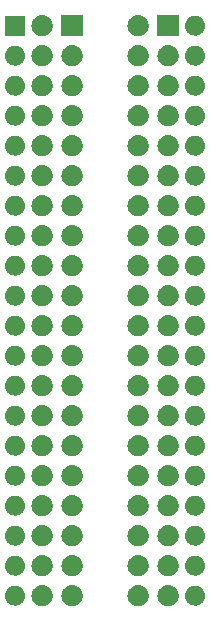
<source format=gbr>
G04 #@! TF.GenerationSoftware,KiCad,Pcbnew,7.0.2-0*
G04 #@! TF.CreationDate,2023-10-04T23:29:07+02:00*
G04 #@! TF.ProjectId,Z80 UUT Cable Header,5a383020-5555-4542-9043-61626c652048,rev?*
G04 #@! TF.SameCoordinates,Original*
G04 #@! TF.FileFunction,Soldermask,Top*
G04 #@! TF.FilePolarity,Negative*
%FSLAX46Y46*%
G04 Gerber Fmt 4.6, Leading zero omitted, Abs format (unit mm)*
G04 Created by KiCad (PCBNEW 7.0.2-0) date 2023-10-04 23:29:07*
%MOMM*%
%LPD*%
G01*
G04 APERTURE LIST*
G04 APERTURE END LIST*
G36*
X124376983Y-105275936D02*
G01*
X124427180Y-105275936D01*
X124470524Y-105285149D01*
X124508659Y-105288905D01*
X124556566Y-105303437D01*
X124611424Y-105315098D01*
X124646530Y-105330728D01*
X124677566Y-105340143D01*
X124726884Y-105366504D01*
X124783500Y-105391711D01*
X124809822Y-105410835D01*
X124833232Y-105423348D01*
X124880988Y-105462540D01*
X124935887Y-105502427D01*
X124953711Y-105522223D01*
X124969675Y-105535324D01*
X125012572Y-105587594D01*
X125061924Y-105642405D01*
X125072292Y-105660363D01*
X125081651Y-105671767D01*
X125116273Y-105736542D01*
X125156104Y-105805530D01*
X125160685Y-105819630D01*
X125164856Y-105827433D01*
X125187852Y-105903242D01*
X125214311Y-105984672D01*
X125215242Y-105993532D01*
X125216094Y-105996340D01*
X125224384Y-106080513D01*
X125234000Y-106172000D01*
X125224383Y-106263494D01*
X125216094Y-106347659D01*
X125215242Y-106350466D01*
X125214311Y-106359328D01*
X125187848Y-106440771D01*
X125164856Y-106516566D01*
X125160686Y-106524366D01*
X125156104Y-106538470D01*
X125116266Y-106607470D01*
X125081651Y-106672232D01*
X125072294Y-106683633D01*
X125061924Y-106701595D01*
X125012563Y-106756415D01*
X124969675Y-106808675D01*
X124953714Y-106821773D01*
X124935887Y-106841573D01*
X124880977Y-106881467D01*
X124833232Y-106920651D01*
X124809827Y-106933161D01*
X124783500Y-106952289D01*
X124726873Y-106977500D01*
X124677566Y-107003856D01*
X124646537Y-107013268D01*
X124611424Y-107028902D01*
X124556555Y-107040564D01*
X124508659Y-107055094D01*
X124470533Y-107058849D01*
X124427180Y-107068064D01*
X124376972Y-107068064D01*
X124332999Y-107072395D01*
X124289026Y-107068064D01*
X124238820Y-107068064D01*
X124195467Y-107058849D01*
X124157340Y-107055094D01*
X124109441Y-107040563D01*
X124054576Y-107028902D01*
X124019464Y-107013269D01*
X123988433Y-107003856D01*
X123939120Y-106977498D01*
X123882500Y-106952289D01*
X123856175Y-106933163D01*
X123832767Y-106920651D01*
X123785013Y-106881460D01*
X123730113Y-106841573D01*
X123712287Y-106821776D01*
X123696324Y-106808675D01*
X123653425Y-106756402D01*
X123604076Y-106701595D01*
X123593708Y-106683637D01*
X123584348Y-106672232D01*
X123549719Y-106607447D01*
X123509896Y-106538470D01*
X123505315Y-106524371D01*
X123501143Y-106516566D01*
X123478136Y-106440725D01*
X123451689Y-106359328D01*
X123450758Y-106350471D01*
X123449905Y-106347659D01*
X123441600Y-106263342D01*
X123432000Y-106172000D01*
X123441599Y-106080664D01*
X123449905Y-105996340D01*
X123450758Y-105993527D01*
X123451689Y-105984672D01*
X123478132Y-105903288D01*
X123501143Y-105827433D01*
X123505315Y-105819626D01*
X123509896Y-105805530D01*
X123549712Y-105736565D01*
X123584348Y-105671767D01*
X123593710Y-105660359D01*
X123604076Y-105642405D01*
X123653416Y-105587607D01*
X123696324Y-105535324D01*
X123712291Y-105522219D01*
X123730113Y-105502427D01*
X123785002Y-105462546D01*
X123832767Y-105423348D01*
X123856180Y-105410833D01*
X123882500Y-105391711D01*
X123939109Y-105366506D01*
X123988433Y-105340143D01*
X124019471Y-105330727D01*
X124054576Y-105315098D01*
X124109430Y-105303438D01*
X124157340Y-105288905D01*
X124195476Y-105285148D01*
X124238820Y-105275936D01*
X124289016Y-105275936D01*
X124332999Y-105271604D01*
X124376983Y-105275936D01*
G37*
G36*
X126916983Y-105275936D02*
G01*
X126967180Y-105275936D01*
X127010524Y-105285149D01*
X127048659Y-105288905D01*
X127096566Y-105303437D01*
X127151424Y-105315098D01*
X127186530Y-105330728D01*
X127217566Y-105340143D01*
X127266884Y-105366504D01*
X127323500Y-105391711D01*
X127349822Y-105410835D01*
X127373232Y-105423348D01*
X127420988Y-105462540D01*
X127475887Y-105502427D01*
X127493711Y-105522223D01*
X127509675Y-105535324D01*
X127552572Y-105587594D01*
X127601924Y-105642405D01*
X127612292Y-105660363D01*
X127621651Y-105671767D01*
X127656273Y-105736542D01*
X127696104Y-105805530D01*
X127700685Y-105819630D01*
X127704856Y-105827433D01*
X127727852Y-105903242D01*
X127754311Y-105984672D01*
X127755242Y-105993532D01*
X127756094Y-105996340D01*
X127764384Y-106080513D01*
X127774000Y-106172000D01*
X127764383Y-106263494D01*
X127756094Y-106347659D01*
X127755242Y-106350466D01*
X127754311Y-106359328D01*
X127727848Y-106440771D01*
X127704856Y-106516566D01*
X127700686Y-106524366D01*
X127696104Y-106538470D01*
X127656266Y-106607470D01*
X127621651Y-106672232D01*
X127612294Y-106683633D01*
X127601924Y-106701595D01*
X127552563Y-106756415D01*
X127509675Y-106808675D01*
X127493714Y-106821773D01*
X127475887Y-106841573D01*
X127420977Y-106881467D01*
X127373232Y-106920651D01*
X127349827Y-106933161D01*
X127323500Y-106952289D01*
X127266873Y-106977500D01*
X127217566Y-107003856D01*
X127186537Y-107013268D01*
X127151424Y-107028902D01*
X127096555Y-107040564D01*
X127048659Y-107055094D01*
X127010532Y-107058849D01*
X126967180Y-107068064D01*
X126916973Y-107068064D01*
X126873000Y-107072395D01*
X126829027Y-107068064D01*
X126778820Y-107068064D01*
X126735467Y-107058849D01*
X126697340Y-107055094D01*
X126649441Y-107040563D01*
X126594576Y-107028902D01*
X126559464Y-107013269D01*
X126528433Y-107003856D01*
X126479120Y-106977498D01*
X126422500Y-106952289D01*
X126396175Y-106933163D01*
X126372767Y-106920651D01*
X126325013Y-106881460D01*
X126270113Y-106841573D01*
X126252287Y-106821776D01*
X126236324Y-106808675D01*
X126193425Y-106756402D01*
X126144076Y-106701595D01*
X126133708Y-106683637D01*
X126124348Y-106672232D01*
X126089719Y-106607447D01*
X126049896Y-106538470D01*
X126045315Y-106524371D01*
X126041143Y-106516566D01*
X126018136Y-106440725D01*
X125991689Y-106359328D01*
X125990758Y-106350471D01*
X125989905Y-106347659D01*
X125981600Y-106263342D01*
X125972000Y-106172000D01*
X125981599Y-106080664D01*
X125989905Y-105996340D01*
X125990758Y-105993527D01*
X125991689Y-105984672D01*
X126018132Y-105903288D01*
X126041143Y-105827433D01*
X126045315Y-105819626D01*
X126049896Y-105805530D01*
X126089712Y-105736565D01*
X126124348Y-105671767D01*
X126133710Y-105660359D01*
X126144076Y-105642405D01*
X126193416Y-105587607D01*
X126236324Y-105535324D01*
X126252291Y-105522219D01*
X126270113Y-105502427D01*
X126325002Y-105462546D01*
X126372767Y-105423348D01*
X126396180Y-105410833D01*
X126422500Y-105391711D01*
X126479109Y-105366506D01*
X126528433Y-105340143D01*
X126559471Y-105330727D01*
X126594576Y-105315098D01*
X126649430Y-105303438D01*
X126697340Y-105288905D01*
X126735476Y-105285148D01*
X126778820Y-105275936D01*
X126829016Y-105275936D01*
X126873000Y-105271604D01*
X126916983Y-105275936D01*
G37*
G36*
X132504983Y-105275936D02*
G01*
X132555180Y-105275936D01*
X132598524Y-105285149D01*
X132636659Y-105288905D01*
X132684566Y-105303437D01*
X132739424Y-105315098D01*
X132774530Y-105330728D01*
X132805566Y-105340143D01*
X132854884Y-105366504D01*
X132911500Y-105391711D01*
X132937822Y-105410835D01*
X132961232Y-105423348D01*
X133008988Y-105462540D01*
X133063887Y-105502427D01*
X133081711Y-105522223D01*
X133097675Y-105535324D01*
X133140572Y-105587594D01*
X133189924Y-105642405D01*
X133200292Y-105660363D01*
X133209651Y-105671767D01*
X133244273Y-105736542D01*
X133284104Y-105805530D01*
X133288685Y-105819630D01*
X133292856Y-105827433D01*
X133315852Y-105903242D01*
X133342311Y-105984672D01*
X133343242Y-105993532D01*
X133344094Y-105996340D01*
X133352384Y-106080513D01*
X133362000Y-106172000D01*
X133352383Y-106263494D01*
X133344094Y-106347659D01*
X133343242Y-106350466D01*
X133342311Y-106359328D01*
X133315848Y-106440771D01*
X133292856Y-106516566D01*
X133288686Y-106524366D01*
X133284104Y-106538470D01*
X133244266Y-106607470D01*
X133209651Y-106672232D01*
X133200294Y-106683633D01*
X133189924Y-106701595D01*
X133140563Y-106756415D01*
X133097675Y-106808675D01*
X133081714Y-106821773D01*
X133063887Y-106841573D01*
X133008977Y-106881467D01*
X132961232Y-106920651D01*
X132937827Y-106933161D01*
X132911500Y-106952289D01*
X132854873Y-106977500D01*
X132805566Y-107003856D01*
X132774537Y-107013268D01*
X132739424Y-107028902D01*
X132684555Y-107040564D01*
X132636659Y-107055094D01*
X132598533Y-107058849D01*
X132555180Y-107068064D01*
X132504972Y-107068064D01*
X132460999Y-107072395D01*
X132417026Y-107068064D01*
X132366820Y-107068064D01*
X132323467Y-107058849D01*
X132285340Y-107055094D01*
X132237441Y-107040563D01*
X132182576Y-107028902D01*
X132147464Y-107013269D01*
X132116433Y-107003856D01*
X132067120Y-106977498D01*
X132010500Y-106952289D01*
X131984175Y-106933163D01*
X131960767Y-106920651D01*
X131913013Y-106881460D01*
X131858113Y-106841573D01*
X131840287Y-106821776D01*
X131824324Y-106808675D01*
X131781425Y-106756402D01*
X131732076Y-106701595D01*
X131721708Y-106683637D01*
X131712348Y-106672232D01*
X131677719Y-106607447D01*
X131637896Y-106538470D01*
X131633315Y-106524371D01*
X131629143Y-106516566D01*
X131606136Y-106440725D01*
X131579689Y-106359328D01*
X131578758Y-106350471D01*
X131577905Y-106347659D01*
X131569600Y-106263342D01*
X131560000Y-106172000D01*
X131569599Y-106080664D01*
X131577905Y-105996340D01*
X131578758Y-105993527D01*
X131579689Y-105984672D01*
X131606132Y-105903288D01*
X131629143Y-105827433D01*
X131633315Y-105819626D01*
X131637896Y-105805530D01*
X131677712Y-105736565D01*
X131712348Y-105671767D01*
X131721710Y-105660359D01*
X131732076Y-105642405D01*
X131781416Y-105587607D01*
X131824324Y-105535324D01*
X131840291Y-105522219D01*
X131858113Y-105502427D01*
X131913002Y-105462546D01*
X131960767Y-105423348D01*
X131984180Y-105410833D01*
X132010500Y-105391711D01*
X132067109Y-105366506D01*
X132116433Y-105340143D01*
X132147471Y-105330727D01*
X132182576Y-105315098D01*
X132237430Y-105303438D01*
X132285340Y-105288905D01*
X132323476Y-105285148D01*
X132366820Y-105275936D01*
X132417016Y-105275936D01*
X132460999Y-105271604D01*
X132504983Y-105275936D01*
G37*
G36*
X135044983Y-105275936D02*
G01*
X135095180Y-105275936D01*
X135138524Y-105285149D01*
X135176659Y-105288905D01*
X135224566Y-105303437D01*
X135279424Y-105315098D01*
X135314530Y-105330728D01*
X135345566Y-105340143D01*
X135394884Y-105366504D01*
X135451500Y-105391711D01*
X135477822Y-105410835D01*
X135501232Y-105423348D01*
X135548988Y-105462540D01*
X135603887Y-105502427D01*
X135621711Y-105522223D01*
X135637675Y-105535324D01*
X135680572Y-105587594D01*
X135729924Y-105642405D01*
X135740292Y-105660363D01*
X135749651Y-105671767D01*
X135784273Y-105736542D01*
X135824104Y-105805530D01*
X135828685Y-105819630D01*
X135832856Y-105827433D01*
X135855852Y-105903242D01*
X135882311Y-105984672D01*
X135883242Y-105993532D01*
X135884094Y-105996340D01*
X135892384Y-106080513D01*
X135902000Y-106172000D01*
X135892383Y-106263494D01*
X135884094Y-106347659D01*
X135883242Y-106350466D01*
X135882311Y-106359328D01*
X135855848Y-106440771D01*
X135832856Y-106516566D01*
X135828686Y-106524366D01*
X135824104Y-106538470D01*
X135784266Y-106607470D01*
X135749651Y-106672232D01*
X135740294Y-106683633D01*
X135729924Y-106701595D01*
X135680563Y-106756415D01*
X135637675Y-106808675D01*
X135621714Y-106821773D01*
X135603887Y-106841573D01*
X135548977Y-106881467D01*
X135501232Y-106920651D01*
X135477827Y-106933161D01*
X135451500Y-106952289D01*
X135394873Y-106977500D01*
X135345566Y-107003856D01*
X135314537Y-107013268D01*
X135279424Y-107028902D01*
X135224555Y-107040564D01*
X135176659Y-107055094D01*
X135138532Y-107058849D01*
X135095180Y-107068064D01*
X135044973Y-107068064D01*
X135001000Y-107072395D01*
X134957027Y-107068064D01*
X134906820Y-107068064D01*
X134863467Y-107058849D01*
X134825340Y-107055094D01*
X134777441Y-107040563D01*
X134722576Y-107028902D01*
X134687464Y-107013269D01*
X134656433Y-107003856D01*
X134607120Y-106977498D01*
X134550500Y-106952289D01*
X134524175Y-106933163D01*
X134500767Y-106920651D01*
X134453013Y-106881460D01*
X134398113Y-106841573D01*
X134380287Y-106821776D01*
X134364324Y-106808675D01*
X134321425Y-106756402D01*
X134272076Y-106701595D01*
X134261708Y-106683637D01*
X134252348Y-106672232D01*
X134217719Y-106607447D01*
X134177896Y-106538470D01*
X134173315Y-106524371D01*
X134169143Y-106516566D01*
X134146136Y-106440725D01*
X134119689Y-106359328D01*
X134118758Y-106350471D01*
X134117905Y-106347659D01*
X134109600Y-106263342D01*
X134100000Y-106172000D01*
X134109599Y-106080664D01*
X134117905Y-105996340D01*
X134118758Y-105993527D01*
X134119689Y-105984672D01*
X134146132Y-105903288D01*
X134169143Y-105827433D01*
X134173315Y-105819626D01*
X134177896Y-105805530D01*
X134217712Y-105736565D01*
X134252348Y-105671767D01*
X134261710Y-105660359D01*
X134272076Y-105642405D01*
X134321416Y-105587607D01*
X134364324Y-105535324D01*
X134380291Y-105522219D01*
X134398113Y-105502427D01*
X134453002Y-105462546D01*
X134500767Y-105423348D01*
X134524180Y-105410833D01*
X134550500Y-105391711D01*
X134607109Y-105366506D01*
X134656433Y-105340143D01*
X134687471Y-105330727D01*
X134722576Y-105315098D01*
X134777430Y-105303438D01*
X134825340Y-105288905D01*
X134863476Y-105285148D01*
X134906820Y-105275936D01*
X134957016Y-105275936D01*
X135001000Y-105271604D01*
X135044983Y-105275936D01*
G37*
G36*
X122088198Y-105325662D02*
G01*
X122135954Y-105325662D01*
X122177194Y-105334427D01*
X122212901Y-105337945D01*
X122257759Y-105351552D01*
X122309973Y-105362651D01*
X122343384Y-105377526D01*
X122372435Y-105386339D01*
X122418602Y-105411015D01*
X122472500Y-105435012D01*
X122497554Y-105453215D01*
X122519453Y-105464920D01*
X122564128Y-105501584D01*
X122616430Y-105539584D01*
X122633411Y-105558443D01*
X122648320Y-105570679D01*
X122688387Y-105619501D01*
X122735473Y-105671795D01*
X122745364Y-105688927D01*
X122754079Y-105699546D01*
X122786306Y-105759840D01*
X122824427Y-105825867D01*
X122828813Y-105839368D01*
X122832660Y-105846564D01*
X122853861Y-105916455D01*
X122879404Y-105995067D01*
X122880303Y-106003623D01*
X122881054Y-106006098D01*
X122888371Y-106080389D01*
X122898000Y-106172000D01*
X122888370Y-106263619D01*
X122881054Y-106337901D01*
X122880303Y-106340375D01*
X122879404Y-106348933D01*
X122853856Y-106427558D01*
X122832660Y-106497435D01*
X122828814Y-106504629D01*
X122824427Y-106518133D01*
X122786299Y-106584172D01*
X122754079Y-106644453D01*
X122745366Y-106655069D01*
X122735473Y-106672205D01*
X122688378Y-106724509D01*
X122648320Y-106773320D01*
X122633414Y-106785552D01*
X122616430Y-106804416D01*
X122564118Y-106842423D01*
X122519453Y-106879079D01*
X122497559Y-106890780D01*
X122472500Y-106908988D01*
X122418591Y-106932989D01*
X122372435Y-106957660D01*
X122343391Y-106966470D01*
X122309973Y-106981349D01*
X122257748Y-106992449D01*
X122212901Y-107006054D01*
X122177203Y-107009570D01*
X122135954Y-107018338D01*
X122088188Y-107018338D01*
X122046999Y-107022395D01*
X122005811Y-107018338D01*
X121958046Y-107018338D01*
X121916797Y-107009570D01*
X121881098Y-107006054D01*
X121836248Y-106992448D01*
X121784027Y-106981349D01*
X121750610Y-106966471D01*
X121721564Y-106957660D01*
X121675402Y-106932986D01*
X121621500Y-106908988D01*
X121596443Y-106890783D01*
X121574546Y-106879079D01*
X121529873Y-106842416D01*
X121477570Y-106804416D01*
X121460588Y-106785555D01*
X121445679Y-106773320D01*
X121405610Y-106724496D01*
X121358527Y-106672205D01*
X121348636Y-106655073D01*
X121339920Y-106644453D01*
X121307687Y-106584148D01*
X121269573Y-106518133D01*
X121265186Y-106504634D01*
X121261339Y-106497435D01*
X121240128Y-106427512D01*
X121214596Y-106348933D01*
X121213697Y-106340380D01*
X121212945Y-106337901D01*
X121205613Y-106263467D01*
X121196000Y-106172000D01*
X121205612Y-106080540D01*
X121212945Y-106006098D01*
X121213697Y-106003618D01*
X121214596Y-105995067D01*
X121240123Y-105916502D01*
X121261339Y-105846564D01*
X121265187Y-105839363D01*
X121269573Y-105825867D01*
X121307680Y-105759863D01*
X121339920Y-105699546D01*
X121348638Y-105688923D01*
X121358527Y-105671795D01*
X121405601Y-105619513D01*
X121445679Y-105570679D01*
X121460591Y-105558440D01*
X121477570Y-105539584D01*
X121529862Y-105501591D01*
X121574546Y-105464920D01*
X121596448Y-105453213D01*
X121621500Y-105435012D01*
X121675391Y-105411018D01*
X121721564Y-105386339D01*
X121750617Y-105377525D01*
X121784027Y-105362651D01*
X121836237Y-105351553D01*
X121881098Y-105337945D01*
X121916806Y-105334427D01*
X121958046Y-105325662D01*
X122005800Y-105325662D01*
X122046999Y-105321604D01*
X122088198Y-105325662D01*
G37*
G36*
X137328198Y-105325662D02*
G01*
X137375954Y-105325662D01*
X137417194Y-105334427D01*
X137452901Y-105337945D01*
X137497759Y-105351552D01*
X137549973Y-105362651D01*
X137583384Y-105377526D01*
X137612435Y-105386339D01*
X137658602Y-105411015D01*
X137712500Y-105435012D01*
X137737554Y-105453215D01*
X137759453Y-105464920D01*
X137804128Y-105501584D01*
X137856430Y-105539584D01*
X137873411Y-105558443D01*
X137888320Y-105570679D01*
X137928387Y-105619501D01*
X137975473Y-105671795D01*
X137985364Y-105688927D01*
X137994079Y-105699546D01*
X138026306Y-105759840D01*
X138064427Y-105825867D01*
X138068813Y-105839368D01*
X138072660Y-105846564D01*
X138093861Y-105916455D01*
X138119404Y-105995067D01*
X138120303Y-106003623D01*
X138121054Y-106006098D01*
X138128371Y-106080389D01*
X138138000Y-106172000D01*
X138128370Y-106263619D01*
X138121054Y-106337901D01*
X138120303Y-106340375D01*
X138119404Y-106348933D01*
X138093856Y-106427558D01*
X138072660Y-106497435D01*
X138068814Y-106504629D01*
X138064427Y-106518133D01*
X138026299Y-106584172D01*
X137994079Y-106644453D01*
X137985366Y-106655069D01*
X137975473Y-106672205D01*
X137928378Y-106724509D01*
X137888320Y-106773320D01*
X137873414Y-106785552D01*
X137856430Y-106804416D01*
X137804118Y-106842423D01*
X137759453Y-106879079D01*
X137737559Y-106890780D01*
X137712500Y-106908988D01*
X137658591Y-106932989D01*
X137612435Y-106957660D01*
X137583391Y-106966470D01*
X137549973Y-106981349D01*
X137497748Y-106992449D01*
X137452901Y-107006054D01*
X137417203Y-107009570D01*
X137375954Y-107018338D01*
X137328188Y-107018338D01*
X137286999Y-107022395D01*
X137245811Y-107018338D01*
X137198046Y-107018338D01*
X137156797Y-107009570D01*
X137121098Y-107006054D01*
X137076248Y-106992448D01*
X137024027Y-106981349D01*
X136990610Y-106966471D01*
X136961564Y-106957660D01*
X136915402Y-106932986D01*
X136861500Y-106908988D01*
X136836443Y-106890783D01*
X136814546Y-106879079D01*
X136769873Y-106842416D01*
X136717570Y-106804416D01*
X136700588Y-106785555D01*
X136685679Y-106773320D01*
X136645610Y-106724496D01*
X136598527Y-106672205D01*
X136588636Y-106655073D01*
X136579920Y-106644453D01*
X136547687Y-106584148D01*
X136509573Y-106518133D01*
X136505186Y-106504634D01*
X136501339Y-106497435D01*
X136480128Y-106427512D01*
X136454596Y-106348933D01*
X136453697Y-106340380D01*
X136452945Y-106337901D01*
X136445613Y-106263467D01*
X136436000Y-106172000D01*
X136445612Y-106080540D01*
X136452945Y-106006098D01*
X136453697Y-106003618D01*
X136454596Y-105995067D01*
X136480123Y-105916502D01*
X136501339Y-105846564D01*
X136505187Y-105839363D01*
X136509573Y-105825867D01*
X136547680Y-105759863D01*
X136579920Y-105699546D01*
X136588638Y-105688923D01*
X136598527Y-105671795D01*
X136645601Y-105619513D01*
X136685679Y-105570679D01*
X136700591Y-105558440D01*
X136717570Y-105539584D01*
X136769862Y-105501591D01*
X136814546Y-105464920D01*
X136836448Y-105453213D01*
X136861500Y-105435012D01*
X136915391Y-105411018D01*
X136961564Y-105386339D01*
X136990617Y-105377525D01*
X137024027Y-105362651D01*
X137076237Y-105351553D01*
X137121098Y-105337945D01*
X137156806Y-105334427D01*
X137198046Y-105325662D01*
X137245800Y-105325662D01*
X137286999Y-105321604D01*
X137328198Y-105325662D01*
G37*
G36*
X124376983Y-102735936D02*
G01*
X124427180Y-102735936D01*
X124470524Y-102745149D01*
X124508659Y-102748905D01*
X124556566Y-102763437D01*
X124611424Y-102775098D01*
X124646530Y-102790728D01*
X124677566Y-102800143D01*
X124726884Y-102826504D01*
X124783500Y-102851711D01*
X124809822Y-102870835D01*
X124833232Y-102883348D01*
X124880988Y-102922540D01*
X124935887Y-102962427D01*
X124953711Y-102982223D01*
X124969675Y-102995324D01*
X125012572Y-103047594D01*
X125061924Y-103102405D01*
X125072292Y-103120363D01*
X125081651Y-103131767D01*
X125116273Y-103196542D01*
X125156104Y-103265530D01*
X125160685Y-103279630D01*
X125164856Y-103287433D01*
X125187852Y-103363242D01*
X125214311Y-103444672D01*
X125215242Y-103453532D01*
X125216094Y-103456340D01*
X125224384Y-103540513D01*
X125234000Y-103632000D01*
X125224383Y-103723494D01*
X125216094Y-103807659D01*
X125215242Y-103810466D01*
X125214311Y-103819328D01*
X125187848Y-103900771D01*
X125164856Y-103976566D01*
X125160686Y-103984366D01*
X125156104Y-103998470D01*
X125116266Y-104067470D01*
X125081651Y-104132232D01*
X125072294Y-104143633D01*
X125061924Y-104161595D01*
X125012563Y-104216415D01*
X124969675Y-104268675D01*
X124953714Y-104281773D01*
X124935887Y-104301573D01*
X124880977Y-104341467D01*
X124833232Y-104380651D01*
X124809827Y-104393161D01*
X124783500Y-104412289D01*
X124726873Y-104437500D01*
X124677566Y-104463856D01*
X124646537Y-104473268D01*
X124611424Y-104488902D01*
X124556555Y-104500564D01*
X124508659Y-104515094D01*
X124470533Y-104518849D01*
X124427180Y-104528064D01*
X124376972Y-104528064D01*
X124332999Y-104532395D01*
X124289026Y-104528064D01*
X124238820Y-104528064D01*
X124195467Y-104518849D01*
X124157340Y-104515094D01*
X124109441Y-104500563D01*
X124054576Y-104488902D01*
X124019464Y-104473269D01*
X123988433Y-104463856D01*
X123939120Y-104437498D01*
X123882500Y-104412289D01*
X123856175Y-104393163D01*
X123832767Y-104380651D01*
X123785013Y-104341460D01*
X123730113Y-104301573D01*
X123712287Y-104281776D01*
X123696324Y-104268675D01*
X123653425Y-104216402D01*
X123604076Y-104161595D01*
X123593708Y-104143637D01*
X123584348Y-104132232D01*
X123549719Y-104067447D01*
X123509896Y-103998470D01*
X123505315Y-103984371D01*
X123501143Y-103976566D01*
X123478136Y-103900725D01*
X123451689Y-103819328D01*
X123450758Y-103810471D01*
X123449905Y-103807659D01*
X123441600Y-103723342D01*
X123432000Y-103632000D01*
X123441599Y-103540664D01*
X123449905Y-103456340D01*
X123450758Y-103453527D01*
X123451689Y-103444672D01*
X123478132Y-103363288D01*
X123501143Y-103287433D01*
X123505315Y-103279626D01*
X123509896Y-103265530D01*
X123549712Y-103196565D01*
X123584348Y-103131767D01*
X123593710Y-103120359D01*
X123604076Y-103102405D01*
X123653416Y-103047607D01*
X123696324Y-102995324D01*
X123712291Y-102982219D01*
X123730113Y-102962427D01*
X123785002Y-102922546D01*
X123832767Y-102883348D01*
X123856180Y-102870833D01*
X123882500Y-102851711D01*
X123939109Y-102826506D01*
X123988433Y-102800143D01*
X124019471Y-102790727D01*
X124054576Y-102775098D01*
X124109430Y-102763438D01*
X124157340Y-102748905D01*
X124195476Y-102745148D01*
X124238820Y-102735936D01*
X124289016Y-102735936D01*
X124333000Y-102731604D01*
X124376983Y-102735936D01*
G37*
G36*
X126916983Y-102735936D02*
G01*
X126967180Y-102735936D01*
X127010524Y-102745149D01*
X127048659Y-102748905D01*
X127096566Y-102763437D01*
X127151424Y-102775098D01*
X127186530Y-102790728D01*
X127217566Y-102800143D01*
X127266884Y-102826504D01*
X127323500Y-102851711D01*
X127349822Y-102870835D01*
X127373232Y-102883348D01*
X127420988Y-102922540D01*
X127475887Y-102962427D01*
X127493711Y-102982223D01*
X127509675Y-102995324D01*
X127552572Y-103047594D01*
X127601924Y-103102405D01*
X127612292Y-103120363D01*
X127621651Y-103131767D01*
X127656273Y-103196542D01*
X127696104Y-103265530D01*
X127700685Y-103279630D01*
X127704856Y-103287433D01*
X127727852Y-103363242D01*
X127754311Y-103444672D01*
X127755242Y-103453532D01*
X127756094Y-103456340D01*
X127764384Y-103540513D01*
X127774000Y-103632000D01*
X127764383Y-103723494D01*
X127756094Y-103807659D01*
X127755242Y-103810466D01*
X127754311Y-103819328D01*
X127727848Y-103900771D01*
X127704856Y-103976566D01*
X127700686Y-103984366D01*
X127696104Y-103998470D01*
X127656266Y-104067470D01*
X127621651Y-104132232D01*
X127612294Y-104143633D01*
X127601924Y-104161595D01*
X127552563Y-104216415D01*
X127509675Y-104268675D01*
X127493714Y-104281773D01*
X127475887Y-104301573D01*
X127420977Y-104341467D01*
X127373232Y-104380651D01*
X127349827Y-104393161D01*
X127323500Y-104412289D01*
X127266873Y-104437500D01*
X127217566Y-104463856D01*
X127186537Y-104473268D01*
X127151424Y-104488902D01*
X127096555Y-104500564D01*
X127048659Y-104515094D01*
X127010533Y-104518849D01*
X126967180Y-104528064D01*
X126916972Y-104528064D01*
X126872999Y-104532395D01*
X126829026Y-104528064D01*
X126778820Y-104528064D01*
X126735467Y-104518849D01*
X126697340Y-104515094D01*
X126649441Y-104500563D01*
X126594576Y-104488902D01*
X126559464Y-104473269D01*
X126528433Y-104463856D01*
X126479120Y-104437498D01*
X126422500Y-104412289D01*
X126396175Y-104393163D01*
X126372767Y-104380651D01*
X126325013Y-104341460D01*
X126270113Y-104301573D01*
X126252287Y-104281776D01*
X126236324Y-104268675D01*
X126193425Y-104216402D01*
X126144076Y-104161595D01*
X126133708Y-104143637D01*
X126124348Y-104132232D01*
X126089719Y-104067447D01*
X126049896Y-103998470D01*
X126045315Y-103984371D01*
X126041143Y-103976566D01*
X126018136Y-103900725D01*
X125991689Y-103819328D01*
X125990758Y-103810471D01*
X125989905Y-103807659D01*
X125981600Y-103723342D01*
X125972000Y-103632000D01*
X125981599Y-103540664D01*
X125989905Y-103456340D01*
X125990758Y-103453527D01*
X125991689Y-103444672D01*
X126018132Y-103363288D01*
X126041143Y-103287433D01*
X126045315Y-103279626D01*
X126049896Y-103265530D01*
X126089712Y-103196565D01*
X126124348Y-103131767D01*
X126133710Y-103120359D01*
X126144076Y-103102405D01*
X126193416Y-103047607D01*
X126236324Y-102995324D01*
X126252291Y-102982219D01*
X126270113Y-102962427D01*
X126325002Y-102922546D01*
X126372767Y-102883348D01*
X126396180Y-102870833D01*
X126422500Y-102851711D01*
X126479109Y-102826506D01*
X126528433Y-102800143D01*
X126559471Y-102790727D01*
X126594576Y-102775098D01*
X126649430Y-102763438D01*
X126697340Y-102748905D01*
X126735476Y-102745148D01*
X126778820Y-102735936D01*
X126829016Y-102735936D01*
X126872999Y-102731604D01*
X126916983Y-102735936D01*
G37*
G36*
X132504983Y-102735936D02*
G01*
X132555180Y-102735936D01*
X132598524Y-102745149D01*
X132636659Y-102748905D01*
X132684566Y-102763437D01*
X132739424Y-102775098D01*
X132774530Y-102790728D01*
X132805566Y-102800143D01*
X132854884Y-102826504D01*
X132911500Y-102851711D01*
X132937822Y-102870835D01*
X132961232Y-102883348D01*
X133008988Y-102922540D01*
X133063887Y-102962427D01*
X133081711Y-102982223D01*
X133097675Y-102995324D01*
X133140572Y-103047594D01*
X133189924Y-103102405D01*
X133200292Y-103120363D01*
X133209651Y-103131767D01*
X133244273Y-103196542D01*
X133284104Y-103265530D01*
X133288685Y-103279630D01*
X133292856Y-103287433D01*
X133315852Y-103363242D01*
X133342311Y-103444672D01*
X133343242Y-103453532D01*
X133344094Y-103456340D01*
X133352384Y-103540513D01*
X133362000Y-103632000D01*
X133352383Y-103723494D01*
X133344094Y-103807659D01*
X133343242Y-103810466D01*
X133342311Y-103819328D01*
X133315848Y-103900771D01*
X133292856Y-103976566D01*
X133288686Y-103984366D01*
X133284104Y-103998470D01*
X133244266Y-104067470D01*
X133209651Y-104132232D01*
X133200294Y-104143633D01*
X133189924Y-104161595D01*
X133140563Y-104216415D01*
X133097675Y-104268675D01*
X133081714Y-104281773D01*
X133063887Y-104301573D01*
X133008977Y-104341467D01*
X132961232Y-104380651D01*
X132937827Y-104393161D01*
X132911500Y-104412289D01*
X132854873Y-104437500D01*
X132805566Y-104463856D01*
X132774537Y-104473268D01*
X132739424Y-104488902D01*
X132684555Y-104500564D01*
X132636659Y-104515094D01*
X132598533Y-104518849D01*
X132555180Y-104528064D01*
X132504972Y-104528064D01*
X132460999Y-104532395D01*
X132417026Y-104528064D01*
X132366820Y-104528064D01*
X132323467Y-104518849D01*
X132285340Y-104515094D01*
X132237441Y-104500563D01*
X132182576Y-104488902D01*
X132147464Y-104473269D01*
X132116433Y-104463856D01*
X132067120Y-104437498D01*
X132010500Y-104412289D01*
X131984175Y-104393163D01*
X131960767Y-104380651D01*
X131913013Y-104341460D01*
X131858113Y-104301573D01*
X131840287Y-104281776D01*
X131824324Y-104268675D01*
X131781425Y-104216402D01*
X131732076Y-104161595D01*
X131721708Y-104143637D01*
X131712348Y-104132232D01*
X131677719Y-104067447D01*
X131637896Y-103998470D01*
X131633315Y-103984371D01*
X131629143Y-103976566D01*
X131606136Y-103900725D01*
X131579689Y-103819328D01*
X131578758Y-103810471D01*
X131577905Y-103807659D01*
X131569600Y-103723342D01*
X131560000Y-103632000D01*
X131569599Y-103540664D01*
X131577905Y-103456340D01*
X131578758Y-103453527D01*
X131579689Y-103444672D01*
X131606132Y-103363288D01*
X131629143Y-103287433D01*
X131633315Y-103279626D01*
X131637896Y-103265530D01*
X131677712Y-103196565D01*
X131712348Y-103131767D01*
X131721710Y-103120359D01*
X131732076Y-103102405D01*
X131781416Y-103047607D01*
X131824324Y-102995324D01*
X131840291Y-102982219D01*
X131858113Y-102962427D01*
X131913002Y-102922546D01*
X131960767Y-102883348D01*
X131984180Y-102870833D01*
X132010500Y-102851711D01*
X132067109Y-102826506D01*
X132116433Y-102800143D01*
X132147471Y-102790727D01*
X132182576Y-102775098D01*
X132237430Y-102763438D01*
X132285340Y-102748905D01*
X132323476Y-102745148D01*
X132366820Y-102735936D01*
X132417016Y-102735936D01*
X132460999Y-102731604D01*
X132504983Y-102735936D01*
G37*
G36*
X135044983Y-102735936D02*
G01*
X135095180Y-102735936D01*
X135138524Y-102745149D01*
X135176659Y-102748905D01*
X135224566Y-102763437D01*
X135279424Y-102775098D01*
X135314530Y-102790728D01*
X135345566Y-102800143D01*
X135394884Y-102826504D01*
X135451500Y-102851711D01*
X135477822Y-102870835D01*
X135501232Y-102883348D01*
X135548988Y-102922540D01*
X135603887Y-102962427D01*
X135621711Y-102982223D01*
X135637675Y-102995324D01*
X135680572Y-103047594D01*
X135729924Y-103102405D01*
X135740292Y-103120363D01*
X135749651Y-103131767D01*
X135784273Y-103196542D01*
X135824104Y-103265530D01*
X135828685Y-103279630D01*
X135832856Y-103287433D01*
X135855852Y-103363242D01*
X135882311Y-103444672D01*
X135883242Y-103453532D01*
X135884094Y-103456340D01*
X135892384Y-103540513D01*
X135902000Y-103632000D01*
X135892383Y-103723494D01*
X135884094Y-103807659D01*
X135883242Y-103810466D01*
X135882311Y-103819328D01*
X135855848Y-103900771D01*
X135832856Y-103976566D01*
X135828686Y-103984366D01*
X135824104Y-103998470D01*
X135784266Y-104067470D01*
X135749651Y-104132232D01*
X135740294Y-104143633D01*
X135729924Y-104161595D01*
X135680563Y-104216415D01*
X135637675Y-104268675D01*
X135621714Y-104281773D01*
X135603887Y-104301573D01*
X135548977Y-104341467D01*
X135501232Y-104380651D01*
X135477827Y-104393161D01*
X135451500Y-104412289D01*
X135394873Y-104437500D01*
X135345566Y-104463856D01*
X135314537Y-104473268D01*
X135279424Y-104488902D01*
X135224555Y-104500564D01*
X135176659Y-104515094D01*
X135138533Y-104518849D01*
X135095180Y-104528064D01*
X135044972Y-104528064D01*
X135000999Y-104532395D01*
X134957026Y-104528064D01*
X134906820Y-104528064D01*
X134863467Y-104518849D01*
X134825340Y-104515094D01*
X134777441Y-104500563D01*
X134722576Y-104488902D01*
X134687464Y-104473269D01*
X134656433Y-104463856D01*
X134607120Y-104437498D01*
X134550500Y-104412289D01*
X134524175Y-104393163D01*
X134500767Y-104380651D01*
X134453013Y-104341460D01*
X134398113Y-104301573D01*
X134380287Y-104281776D01*
X134364324Y-104268675D01*
X134321425Y-104216402D01*
X134272076Y-104161595D01*
X134261708Y-104143637D01*
X134252348Y-104132232D01*
X134217719Y-104067447D01*
X134177896Y-103998470D01*
X134173315Y-103984371D01*
X134169143Y-103976566D01*
X134146136Y-103900725D01*
X134119689Y-103819328D01*
X134118758Y-103810471D01*
X134117905Y-103807659D01*
X134109600Y-103723342D01*
X134100000Y-103632000D01*
X134109599Y-103540664D01*
X134117905Y-103456340D01*
X134118758Y-103453527D01*
X134119689Y-103444672D01*
X134146132Y-103363288D01*
X134169143Y-103287433D01*
X134173315Y-103279626D01*
X134177896Y-103265530D01*
X134217712Y-103196565D01*
X134252348Y-103131767D01*
X134261710Y-103120359D01*
X134272076Y-103102405D01*
X134321416Y-103047607D01*
X134364324Y-102995324D01*
X134380291Y-102982219D01*
X134398113Y-102962427D01*
X134453002Y-102922546D01*
X134500767Y-102883348D01*
X134524180Y-102870833D01*
X134550500Y-102851711D01*
X134607109Y-102826506D01*
X134656433Y-102800143D01*
X134687471Y-102790727D01*
X134722576Y-102775098D01*
X134777430Y-102763438D01*
X134825340Y-102748905D01*
X134863476Y-102745148D01*
X134906820Y-102735936D01*
X134957016Y-102735936D01*
X135000999Y-102731604D01*
X135044983Y-102735936D01*
G37*
G36*
X122088198Y-102785662D02*
G01*
X122135954Y-102785662D01*
X122177194Y-102794427D01*
X122212901Y-102797945D01*
X122257759Y-102811552D01*
X122309973Y-102822651D01*
X122343384Y-102837526D01*
X122372435Y-102846339D01*
X122418602Y-102871015D01*
X122472500Y-102895012D01*
X122497554Y-102913215D01*
X122519453Y-102924920D01*
X122564128Y-102961584D01*
X122616430Y-102999584D01*
X122633411Y-103018443D01*
X122648320Y-103030679D01*
X122688387Y-103079501D01*
X122735473Y-103131795D01*
X122745364Y-103148927D01*
X122754079Y-103159546D01*
X122786306Y-103219840D01*
X122824427Y-103285867D01*
X122828813Y-103299368D01*
X122832660Y-103306564D01*
X122853861Y-103376455D01*
X122879404Y-103455067D01*
X122880303Y-103463623D01*
X122881054Y-103466098D01*
X122888371Y-103540389D01*
X122898000Y-103632000D01*
X122888370Y-103723619D01*
X122881054Y-103797901D01*
X122880303Y-103800375D01*
X122879404Y-103808933D01*
X122853856Y-103887558D01*
X122832660Y-103957435D01*
X122828814Y-103964629D01*
X122824427Y-103978133D01*
X122786299Y-104044172D01*
X122754079Y-104104453D01*
X122745366Y-104115069D01*
X122735473Y-104132205D01*
X122688378Y-104184509D01*
X122648320Y-104233320D01*
X122633414Y-104245552D01*
X122616430Y-104264416D01*
X122564118Y-104302423D01*
X122519453Y-104339079D01*
X122497559Y-104350780D01*
X122472500Y-104368988D01*
X122418591Y-104392989D01*
X122372435Y-104417660D01*
X122343391Y-104426470D01*
X122309973Y-104441349D01*
X122257748Y-104452449D01*
X122212901Y-104466054D01*
X122177203Y-104469570D01*
X122135954Y-104478338D01*
X122088188Y-104478338D01*
X122046999Y-104482395D01*
X122005811Y-104478338D01*
X121958046Y-104478338D01*
X121916797Y-104469570D01*
X121881098Y-104466054D01*
X121836248Y-104452448D01*
X121784027Y-104441349D01*
X121750610Y-104426471D01*
X121721564Y-104417660D01*
X121675402Y-104392986D01*
X121621500Y-104368988D01*
X121596443Y-104350783D01*
X121574546Y-104339079D01*
X121529873Y-104302416D01*
X121477570Y-104264416D01*
X121460588Y-104245555D01*
X121445679Y-104233320D01*
X121405610Y-104184496D01*
X121358527Y-104132205D01*
X121348636Y-104115073D01*
X121339920Y-104104453D01*
X121307687Y-104044148D01*
X121269573Y-103978133D01*
X121265186Y-103964634D01*
X121261339Y-103957435D01*
X121240128Y-103887512D01*
X121214596Y-103808933D01*
X121213697Y-103800380D01*
X121212945Y-103797901D01*
X121205614Y-103723474D01*
X121196000Y-103632000D01*
X121205611Y-103540547D01*
X121212945Y-103466098D01*
X121213697Y-103463618D01*
X121214596Y-103455067D01*
X121240123Y-103376502D01*
X121261339Y-103306564D01*
X121265187Y-103299363D01*
X121269573Y-103285867D01*
X121307680Y-103219863D01*
X121339920Y-103159546D01*
X121348638Y-103148923D01*
X121358527Y-103131795D01*
X121405601Y-103079513D01*
X121445679Y-103030679D01*
X121460591Y-103018440D01*
X121477570Y-102999584D01*
X121529862Y-102961591D01*
X121574546Y-102924920D01*
X121596448Y-102913213D01*
X121621500Y-102895012D01*
X121675391Y-102871018D01*
X121721564Y-102846339D01*
X121750617Y-102837525D01*
X121784027Y-102822651D01*
X121836237Y-102811553D01*
X121881098Y-102797945D01*
X121916806Y-102794427D01*
X121958046Y-102785662D01*
X122005800Y-102785662D01*
X122046999Y-102781604D01*
X122088198Y-102785662D01*
G37*
G36*
X137328198Y-102785662D02*
G01*
X137375954Y-102785662D01*
X137417194Y-102794427D01*
X137452901Y-102797945D01*
X137497759Y-102811552D01*
X137549973Y-102822651D01*
X137583384Y-102837526D01*
X137612435Y-102846339D01*
X137658602Y-102871015D01*
X137712500Y-102895012D01*
X137737554Y-102913215D01*
X137759453Y-102924920D01*
X137804128Y-102961584D01*
X137856430Y-102999584D01*
X137873411Y-103018443D01*
X137888320Y-103030679D01*
X137928387Y-103079501D01*
X137975473Y-103131795D01*
X137985364Y-103148927D01*
X137994079Y-103159546D01*
X138026306Y-103219840D01*
X138064427Y-103285867D01*
X138068813Y-103299368D01*
X138072660Y-103306564D01*
X138093861Y-103376455D01*
X138119404Y-103455067D01*
X138120303Y-103463623D01*
X138121054Y-103466098D01*
X138128371Y-103540389D01*
X138138000Y-103632000D01*
X138128370Y-103723619D01*
X138121054Y-103797901D01*
X138120303Y-103800375D01*
X138119404Y-103808933D01*
X138093856Y-103887558D01*
X138072660Y-103957435D01*
X138068814Y-103964629D01*
X138064427Y-103978133D01*
X138026299Y-104044172D01*
X137994079Y-104104453D01*
X137985366Y-104115069D01*
X137975473Y-104132205D01*
X137928378Y-104184509D01*
X137888320Y-104233320D01*
X137873414Y-104245552D01*
X137856430Y-104264416D01*
X137804118Y-104302423D01*
X137759453Y-104339079D01*
X137737559Y-104350780D01*
X137712500Y-104368988D01*
X137658591Y-104392989D01*
X137612435Y-104417660D01*
X137583391Y-104426470D01*
X137549973Y-104441349D01*
X137497748Y-104452449D01*
X137452901Y-104466054D01*
X137417203Y-104469570D01*
X137375954Y-104478338D01*
X137328188Y-104478338D01*
X137286999Y-104482395D01*
X137245811Y-104478338D01*
X137198046Y-104478338D01*
X137156797Y-104469570D01*
X137121098Y-104466054D01*
X137076248Y-104452448D01*
X137024027Y-104441349D01*
X136990610Y-104426471D01*
X136961564Y-104417660D01*
X136915402Y-104392986D01*
X136861500Y-104368988D01*
X136836443Y-104350783D01*
X136814546Y-104339079D01*
X136769873Y-104302416D01*
X136717570Y-104264416D01*
X136700588Y-104245555D01*
X136685679Y-104233320D01*
X136645610Y-104184496D01*
X136598527Y-104132205D01*
X136588636Y-104115073D01*
X136579920Y-104104453D01*
X136547687Y-104044148D01*
X136509573Y-103978133D01*
X136505186Y-103964634D01*
X136501339Y-103957435D01*
X136480128Y-103887512D01*
X136454596Y-103808933D01*
X136453697Y-103800380D01*
X136452945Y-103797901D01*
X136445614Y-103723474D01*
X136436000Y-103632000D01*
X136445611Y-103540547D01*
X136452945Y-103466098D01*
X136453697Y-103463618D01*
X136454596Y-103455067D01*
X136480123Y-103376502D01*
X136501339Y-103306564D01*
X136505187Y-103299363D01*
X136509573Y-103285867D01*
X136547680Y-103219863D01*
X136579920Y-103159546D01*
X136588638Y-103148923D01*
X136598527Y-103131795D01*
X136645601Y-103079513D01*
X136685679Y-103030679D01*
X136700591Y-103018440D01*
X136717570Y-102999584D01*
X136769862Y-102961591D01*
X136814546Y-102924920D01*
X136836448Y-102913213D01*
X136861500Y-102895012D01*
X136915391Y-102871018D01*
X136961564Y-102846339D01*
X136990617Y-102837525D01*
X137024027Y-102822651D01*
X137076237Y-102811553D01*
X137121098Y-102797945D01*
X137156806Y-102794427D01*
X137198046Y-102785662D01*
X137245800Y-102785662D01*
X137286999Y-102781604D01*
X137328198Y-102785662D01*
G37*
G36*
X124376983Y-100195936D02*
G01*
X124427180Y-100195936D01*
X124470524Y-100205149D01*
X124508659Y-100208905D01*
X124556566Y-100223437D01*
X124611424Y-100235098D01*
X124646530Y-100250728D01*
X124677566Y-100260143D01*
X124726884Y-100286504D01*
X124783500Y-100311711D01*
X124809822Y-100330835D01*
X124833232Y-100343348D01*
X124880988Y-100382540D01*
X124935887Y-100422427D01*
X124953711Y-100442223D01*
X124969675Y-100455324D01*
X125012572Y-100507594D01*
X125061924Y-100562405D01*
X125072292Y-100580363D01*
X125081651Y-100591767D01*
X125116273Y-100656542D01*
X125156104Y-100725530D01*
X125160685Y-100739630D01*
X125164856Y-100747433D01*
X125187852Y-100823242D01*
X125214311Y-100904672D01*
X125215242Y-100913532D01*
X125216094Y-100916340D01*
X125224385Y-101000520D01*
X125234000Y-101092000D01*
X125224382Y-101183501D01*
X125216094Y-101267659D01*
X125215242Y-101270466D01*
X125214311Y-101279328D01*
X125187848Y-101360771D01*
X125164856Y-101436566D01*
X125160686Y-101444366D01*
X125156104Y-101458470D01*
X125116266Y-101527470D01*
X125081651Y-101592232D01*
X125072294Y-101603633D01*
X125061924Y-101621595D01*
X125012563Y-101676415D01*
X124969675Y-101728675D01*
X124953714Y-101741773D01*
X124935887Y-101761573D01*
X124880977Y-101801467D01*
X124833232Y-101840651D01*
X124809827Y-101853161D01*
X124783500Y-101872289D01*
X124726873Y-101897500D01*
X124677566Y-101923856D01*
X124646537Y-101933268D01*
X124611424Y-101948902D01*
X124556555Y-101960564D01*
X124508659Y-101975094D01*
X124470533Y-101978849D01*
X124427180Y-101988064D01*
X124376972Y-101988064D01*
X124332999Y-101992395D01*
X124289026Y-101988064D01*
X124238820Y-101988064D01*
X124195467Y-101978849D01*
X124157340Y-101975094D01*
X124109441Y-101960563D01*
X124054576Y-101948902D01*
X124019464Y-101933269D01*
X123988433Y-101923856D01*
X123939120Y-101897498D01*
X123882500Y-101872289D01*
X123856175Y-101853163D01*
X123832767Y-101840651D01*
X123785013Y-101801460D01*
X123730113Y-101761573D01*
X123712287Y-101741776D01*
X123696324Y-101728675D01*
X123653425Y-101676402D01*
X123604076Y-101621595D01*
X123593708Y-101603637D01*
X123584348Y-101592232D01*
X123549719Y-101527447D01*
X123509896Y-101458470D01*
X123505315Y-101444371D01*
X123501143Y-101436566D01*
X123478136Y-101360725D01*
X123451689Y-101279328D01*
X123450758Y-101270471D01*
X123449905Y-101267659D01*
X123441600Y-101183342D01*
X123432000Y-101092000D01*
X123441599Y-101000664D01*
X123449905Y-100916340D01*
X123450758Y-100913527D01*
X123451689Y-100904672D01*
X123478132Y-100823288D01*
X123501143Y-100747433D01*
X123505315Y-100739626D01*
X123509896Y-100725530D01*
X123549712Y-100656565D01*
X123584348Y-100591767D01*
X123593710Y-100580359D01*
X123604076Y-100562405D01*
X123653416Y-100507607D01*
X123696324Y-100455324D01*
X123712291Y-100442219D01*
X123730113Y-100422427D01*
X123785002Y-100382546D01*
X123832767Y-100343348D01*
X123856180Y-100330833D01*
X123882500Y-100311711D01*
X123939109Y-100286506D01*
X123988433Y-100260143D01*
X124019471Y-100250727D01*
X124054576Y-100235098D01*
X124109430Y-100223438D01*
X124157340Y-100208905D01*
X124195476Y-100205148D01*
X124238820Y-100195936D01*
X124289016Y-100195936D01*
X124332999Y-100191604D01*
X124376983Y-100195936D01*
G37*
G36*
X126916983Y-100195936D02*
G01*
X126967180Y-100195936D01*
X127010524Y-100205149D01*
X127048659Y-100208905D01*
X127096566Y-100223437D01*
X127151424Y-100235098D01*
X127186530Y-100250728D01*
X127217566Y-100260143D01*
X127266884Y-100286504D01*
X127323500Y-100311711D01*
X127349822Y-100330835D01*
X127373232Y-100343348D01*
X127420988Y-100382540D01*
X127475887Y-100422427D01*
X127493711Y-100442223D01*
X127509675Y-100455324D01*
X127552572Y-100507594D01*
X127601924Y-100562405D01*
X127612292Y-100580363D01*
X127621651Y-100591767D01*
X127656273Y-100656542D01*
X127696104Y-100725530D01*
X127700685Y-100739630D01*
X127704856Y-100747433D01*
X127727852Y-100823242D01*
X127754311Y-100904672D01*
X127755242Y-100913532D01*
X127756094Y-100916340D01*
X127764385Y-101000520D01*
X127774000Y-101092000D01*
X127764382Y-101183501D01*
X127756094Y-101267659D01*
X127755242Y-101270466D01*
X127754311Y-101279328D01*
X127727848Y-101360771D01*
X127704856Y-101436566D01*
X127700686Y-101444366D01*
X127696104Y-101458470D01*
X127656266Y-101527470D01*
X127621651Y-101592232D01*
X127612294Y-101603633D01*
X127601924Y-101621595D01*
X127552563Y-101676415D01*
X127509675Y-101728675D01*
X127493714Y-101741773D01*
X127475887Y-101761573D01*
X127420977Y-101801467D01*
X127373232Y-101840651D01*
X127349827Y-101853161D01*
X127323500Y-101872289D01*
X127266873Y-101897500D01*
X127217566Y-101923856D01*
X127186537Y-101933268D01*
X127151424Y-101948902D01*
X127096555Y-101960564D01*
X127048659Y-101975094D01*
X127010532Y-101978849D01*
X126967180Y-101988064D01*
X126916973Y-101988064D01*
X126873000Y-101992395D01*
X126829027Y-101988064D01*
X126778820Y-101988064D01*
X126735467Y-101978849D01*
X126697340Y-101975094D01*
X126649441Y-101960563D01*
X126594576Y-101948902D01*
X126559464Y-101933269D01*
X126528433Y-101923856D01*
X126479120Y-101897498D01*
X126422500Y-101872289D01*
X126396175Y-101853163D01*
X126372767Y-101840651D01*
X126325013Y-101801460D01*
X126270113Y-101761573D01*
X126252287Y-101741776D01*
X126236324Y-101728675D01*
X126193425Y-101676402D01*
X126144076Y-101621595D01*
X126133708Y-101603637D01*
X126124348Y-101592232D01*
X126089719Y-101527447D01*
X126049896Y-101458470D01*
X126045315Y-101444371D01*
X126041143Y-101436566D01*
X126018136Y-101360725D01*
X125991689Y-101279328D01*
X125990758Y-101270471D01*
X125989905Y-101267659D01*
X125981601Y-101183349D01*
X125972000Y-101092000D01*
X125981598Y-101000672D01*
X125989905Y-100916340D01*
X125990758Y-100913527D01*
X125991689Y-100904672D01*
X126018132Y-100823288D01*
X126041143Y-100747433D01*
X126045315Y-100739626D01*
X126049896Y-100725530D01*
X126089712Y-100656565D01*
X126124348Y-100591767D01*
X126133710Y-100580359D01*
X126144076Y-100562405D01*
X126193416Y-100507607D01*
X126236324Y-100455324D01*
X126252291Y-100442219D01*
X126270113Y-100422427D01*
X126325002Y-100382546D01*
X126372767Y-100343348D01*
X126396180Y-100330833D01*
X126422500Y-100311711D01*
X126479109Y-100286506D01*
X126528433Y-100260143D01*
X126559471Y-100250727D01*
X126594576Y-100235098D01*
X126649430Y-100223438D01*
X126697340Y-100208905D01*
X126735476Y-100205148D01*
X126778820Y-100195936D01*
X126829016Y-100195936D01*
X126873000Y-100191604D01*
X126916983Y-100195936D01*
G37*
G36*
X132504983Y-100195936D02*
G01*
X132555180Y-100195936D01*
X132598524Y-100205149D01*
X132636659Y-100208905D01*
X132684566Y-100223437D01*
X132739424Y-100235098D01*
X132774530Y-100250728D01*
X132805566Y-100260143D01*
X132854884Y-100286504D01*
X132911500Y-100311711D01*
X132937822Y-100330835D01*
X132961232Y-100343348D01*
X133008988Y-100382540D01*
X133063887Y-100422427D01*
X133081711Y-100442223D01*
X133097675Y-100455324D01*
X133140572Y-100507594D01*
X133189924Y-100562405D01*
X133200292Y-100580363D01*
X133209651Y-100591767D01*
X133244273Y-100656542D01*
X133284104Y-100725530D01*
X133288685Y-100739630D01*
X133292856Y-100747433D01*
X133315852Y-100823242D01*
X133342311Y-100904672D01*
X133343242Y-100913532D01*
X133344094Y-100916340D01*
X133352385Y-101000520D01*
X133362000Y-101092000D01*
X133352382Y-101183501D01*
X133344094Y-101267659D01*
X133343242Y-101270466D01*
X133342311Y-101279328D01*
X133315848Y-101360771D01*
X133292856Y-101436566D01*
X133288686Y-101444366D01*
X133284104Y-101458470D01*
X133244266Y-101527470D01*
X133209651Y-101592232D01*
X133200294Y-101603633D01*
X133189924Y-101621595D01*
X133140563Y-101676415D01*
X133097675Y-101728675D01*
X133081714Y-101741773D01*
X133063887Y-101761573D01*
X133008977Y-101801467D01*
X132961232Y-101840651D01*
X132937827Y-101853161D01*
X132911500Y-101872289D01*
X132854873Y-101897500D01*
X132805566Y-101923856D01*
X132774537Y-101933268D01*
X132739424Y-101948902D01*
X132684555Y-101960564D01*
X132636659Y-101975094D01*
X132598533Y-101978849D01*
X132555180Y-101988064D01*
X132504972Y-101988064D01*
X132460999Y-101992395D01*
X132417026Y-101988064D01*
X132366820Y-101988064D01*
X132323467Y-101978849D01*
X132285340Y-101975094D01*
X132237441Y-101960563D01*
X132182576Y-101948902D01*
X132147464Y-101933269D01*
X132116433Y-101923856D01*
X132067120Y-101897498D01*
X132010500Y-101872289D01*
X131984175Y-101853163D01*
X131960767Y-101840651D01*
X131913013Y-101801460D01*
X131858113Y-101761573D01*
X131840287Y-101741776D01*
X131824324Y-101728675D01*
X131781425Y-101676402D01*
X131732076Y-101621595D01*
X131721708Y-101603637D01*
X131712348Y-101592232D01*
X131677719Y-101527447D01*
X131637896Y-101458470D01*
X131633315Y-101444371D01*
X131629143Y-101436566D01*
X131606136Y-101360725D01*
X131579689Y-101279328D01*
X131578758Y-101270471D01*
X131577905Y-101267659D01*
X131569601Y-101183349D01*
X131560000Y-101092000D01*
X131569598Y-101000672D01*
X131577905Y-100916340D01*
X131578758Y-100913527D01*
X131579689Y-100904672D01*
X131606132Y-100823288D01*
X131629143Y-100747433D01*
X131633315Y-100739626D01*
X131637896Y-100725530D01*
X131677712Y-100656565D01*
X131712348Y-100591767D01*
X131721710Y-100580359D01*
X131732076Y-100562405D01*
X131781416Y-100507607D01*
X131824324Y-100455324D01*
X131840291Y-100442219D01*
X131858113Y-100422427D01*
X131913002Y-100382546D01*
X131960767Y-100343348D01*
X131984180Y-100330833D01*
X132010500Y-100311711D01*
X132067109Y-100286506D01*
X132116433Y-100260143D01*
X132147471Y-100250727D01*
X132182576Y-100235098D01*
X132237430Y-100223438D01*
X132285340Y-100208905D01*
X132323476Y-100205148D01*
X132366820Y-100195936D01*
X132417016Y-100195936D01*
X132460999Y-100191604D01*
X132504983Y-100195936D01*
G37*
G36*
X135044983Y-100195936D02*
G01*
X135095180Y-100195936D01*
X135138524Y-100205149D01*
X135176659Y-100208905D01*
X135224566Y-100223437D01*
X135279424Y-100235098D01*
X135314530Y-100250728D01*
X135345566Y-100260143D01*
X135394884Y-100286504D01*
X135451500Y-100311711D01*
X135477822Y-100330835D01*
X135501232Y-100343348D01*
X135548988Y-100382540D01*
X135603887Y-100422427D01*
X135621711Y-100442223D01*
X135637675Y-100455324D01*
X135680572Y-100507594D01*
X135729924Y-100562405D01*
X135740292Y-100580363D01*
X135749651Y-100591767D01*
X135784273Y-100656542D01*
X135824104Y-100725530D01*
X135828685Y-100739630D01*
X135832856Y-100747433D01*
X135855852Y-100823242D01*
X135882311Y-100904672D01*
X135883242Y-100913532D01*
X135884094Y-100916340D01*
X135892385Y-101000520D01*
X135902000Y-101092000D01*
X135892382Y-101183501D01*
X135884094Y-101267659D01*
X135883242Y-101270466D01*
X135882311Y-101279328D01*
X135855848Y-101360771D01*
X135832856Y-101436566D01*
X135828686Y-101444366D01*
X135824104Y-101458470D01*
X135784266Y-101527470D01*
X135749651Y-101592232D01*
X135740294Y-101603633D01*
X135729924Y-101621595D01*
X135680563Y-101676415D01*
X135637675Y-101728675D01*
X135621714Y-101741773D01*
X135603887Y-101761573D01*
X135548977Y-101801467D01*
X135501232Y-101840651D01*
X135477827Y-101853161D01*
X135451500Y-101872289D01*
X135394873Y-101897500D01*
X135345566Y-101923856D01*
X135314537Y-101933268D01*
X135279424Y-101948902D01*
X135224555Y-101960564D01*
X135176659Y-101975094D01*
X135138533Y-101978849D01*
X135095180Y-101988064D01*
X135044972Y-101988064D01*
X135000999Y-101992395D01*
X134957026Y-101988064D01*
X134906820Y-101988064D01*
X134863467Y-101978849D01*
X134825340Y-101975094D01*
X134777441Y-101960563D01*
X134722576Y-101948902D01*
X134687464Y-101933269D01*
X134656433Y-101923856D01*
X134607120Y-101897498D01*
X134550500Y-101872289D01*
X134524175Y-101853163D01*
X134500767Y-101840651D01*
X134453013Y-101801460D01*
X134398113Y-101761573D01*
X134380287Y-101741776D01*
X134364324Y-101728675D01*
X134321425Y-101676402D01*
X134272076Y-101621595D01*
X134261708Y-101603637D01*
X134252348Y-101592232D01*
X134217719Y-101527447D01*
X134177896Y-101458470D01*
X134173315Y-101444371D01*
X134169143Y-101436566D01*
X134146136Y-101360725D01*
X134119689Y-101279328D01*
X134118758Y-101270471D01*
X134117905Y-101267659D01*
X134109601Y-101183349D01*
X134100000Y-101092000D01*
X134109598Y-101000672D01*
X134117905Y-100916340D01*
X134118758Y-100913527D01*
X134119689Y-100904672D01*
X134146132Y-100823288D01*
X134169143Y-100747433D01*
X134173315Y-100739626D01*
X134177896Y-100725530D01*
X134217712Y-100656565D01*
X134252348Y-100591767D01*
X134261710Y-100580359D01*
X134272076Y-100562405D01*
X134321416Y-100507607D01*
X134364324Y-100455324D01*
X134380291Y-100442219D01*
X134398113Y-100422427D01*
X134453002Y-100382546D01*
X134500767Y-100343348D01*
X134524180Y-100330833D01*
X134550500Y-100311711D01*
X134607109Y-100286506D01*
X134656433Y-100260143D01*
X134687471Y-100250727D01*
X134722576Y-100235098D01*
X134777430Y-100223438D01*
X134825340Y-100208905D01*
X134863476Y-100205148D01*
X134906820Y-100195936D01*
X134957016Y-100195936D01*
X135001000Y-100191604D01*
X135044983Y-100195936D01*
G37*
G36*
X122088198Y-100245662D02*
G01*
X122135954Y-100245662D01*
X122177194Y-100254427D01*
X122212901Y-100257945D01*
X122257759Y-100271552D01*
X122309973Y-100282651D01*
X122343384Y-100297526D01*
X122372435Y-100306339D01*
X122418602Y-100331015D01*
X122472500Y-100355012D01*
X122497554Y-100373215D01*
X122519453Y-100384920D01*
X122564128Y-100421584D01*
X122616430Y-100459584D01*
X122633411Y-100478443D01*
X122648320Y-100490679D01*
X122688387Y-100539501D01*
X122735473Y-100591795D01*
X122745364Y-100608927D01*
X122754079Y-100619546D01*
X122786306Y-100679840D01*
X122824427Y-100745867D01*
X122828813Y-100759368D01*
X122832660Y-100766564D01*
X122853861Y-100836455D01*
X122879404Y-100915067D01*
X122880303Y-100923623D01*
X122881054Y-100926098D01*
X122888371Y-101000389D01*
X122898000Y-101092000D01*
X122888370Y-101183619D01*
X122881054Y-101257901D01*
X122880303Y-101260375D01*
X122879404Y-101268933D01*
X122853856Y-101347558D01*
X122832660Y-101417435D01*
X122828814Y-101424629D01*
X122824427Y-101438133D01*
X122786299Y-101504172D01*
X122754079Y-101564453D01*
X122745366Y-101575069D01*
X122735473Y-101592205D01*
X122688378Y-101644509D01*
X122648320Y-101693320D01*
X122633414Y-101705552D01*
X122616430Y-101724416D01*
X122564118Y-101762423D01*
X122519453Y-101799079D01*
X122497559Y-101810780D01*
X122472500Y-101828988D01*
X122418591Y-101852989D01*
X122372435Y-101877660D01*
X122343391Y-101886470D01*
X122309973Y-101901349D01*
X122257748Y-101912449D01*
X122212901Y-101926054D01*
X122177203Y-101929570D01*
X122135954Y-101938338D01*
X122088188Y-101938338D01*
X122046999Y-101942395D01*
X122005811Y-101938338D01*
X121958046Y-101938338D01*
X121916797Y-101929570D01*
X121881098Y-101926054D01*
X121836248Y-101912448D01*
X121784027Y-101901349D01*
X121750610Y-101886471D01*
X121721564Y-101877660D01*
X121675402Y-101852986D01*
X121621500Y-101828988D01*
X121596443Y-101810783D01*
X121574546Y-101799079D01*
X121529873Y-101762416D01*
X121477570Y-101724416D01*
X121460588Y-101705555D01*
X121445679Y-101693320D01*
X121405610Y-101644496D01*
X121358527Y-101592205D01*
X121348636Y-101575073D01*
X121339920Y-101564453D01*
X121307687Y-101504148D01*
X121269573Y-101438133D01*
X121265186Y-101424634D01*
X121261339Y-101417435D01*
X121240128Y-101347512D01*
X121214596Y-101268933D01*
X121213697Y-101260380D01*
X121212945Y-101257901D01*
X121205613Y-101183467D01*
X121196000Y-101092000D01*
X121205612Y-101000540D01*
X121212945Y-100926098D01*
X121213697Y-100923618D01*
X121214596Y-100915067D01*
X121240123Y-100836502D01*
X121261339Y-100766564D01*
X121265187Y-100759363D01*
X121269573Y-100745867D01*
X121307680Y-100679863D01*
X121339920Y-100619546D01*
X121348638Y-100608923D01*
X121358527Y-100591795D01*
X121405601Y-100539513D01*
X121445679Y-100490679D01*
X121460591Y-100478440D01*
X121477570Y-100459584D01*
X121529862Y-100421591D01*
X121574546Y-100384920D01*
X121596448Y-100373213D01*
X121621500Y-100355012D01*
X121675391Y-100331018D01*
X121721564Y-100306339D01*
X121750617Y-100297525D01*
X121784027Y-100282651D01*
X121836237Y-100271553D01*
X121881098Y-100257945D01*
X121916806Y-100254427D01*
X121958046Y-100245662D01*
X122005800Y-100245662D01*
X122046999Y-100241604D01*
X122088198Y-100245662D01*
G37*
G36*
X137328198Y-100245662D02*
G01*
X137375954Y-100245662D01*
X137417194Y-100254427D01*
X137452901Y-100257945D01*
X137497759Y-100271552D01*
X137549973Y-100282651D01*
X137583384Y-100297526D01*
X137612435Y-100306339D01*
X137658602Y-100331015D01*
X137712500Y-100355012D01*
X137737554Y-100373215D01*
X137759453Y-100384920D01*
X137804128Y-100421584D01*
X137856430Y-100459584D01*
X137873411Y-100478443D01*
X137888320Y-100490679D01*
X137928387Y-100539501D01*
X137975473Y-100591795D01*
X137985364Y-100608927D01*
X137994079Y-100619546D01*
X138026306Y-100679840D01*
X138064427Y-100745867D01*
X138068813Y-100759368D01*
X138072660Y-100766564D01*
X138093861Y-100836455D01*
X138119404Y-100915067D01*
X138120303Y-100923623D01*
X138121054Y-100926098D01*
X138128371Y-101000389D01*
X138138000Y-101092000D01*
X138128370Y-101183619D01*
X138121054Y-101257901D01*
X138120303Y-101260375D01*
X138119404Y-101268933D01*
X138093856Y-101347558D01*
X138072660Y-101417435D01*
X138068814Y-101424629D01*
X138064427Y-101438133D01*
X138026299Y-101504172D01*
X137994079Y-101564453D01*
X137985366Y-101575069D01*
X137975473Y-101592205D01*
X137928378Y-101644509D01*
X137888320Y-101693320D01*
X137873414Y-101705552D01*
X137856430Y-101724416D01*
X137804118Y-101762423D01*
X137759453Y-101799079D01*
X137737559Y-101810780D01*
X137712500Y-101828988D01*
X137658591Y-101852989D01*
X137612435Y-101877660D01*
X137583391Y-101886470D01*
X137549973Y-101901349D01*
X137497748Y-101912449D01*
X137452901Y-101926054D01*
X137417203Y-101929570D01*
X137375954Y-101938338D01*
X137328188Y-101938338D01*
X137286999Y-101942395D01*
X137245811Y-101938338D01*
X137198046Y-101938338D01*
X137156797Y-101929570D01*
X137121098Y-101926054D01*
X137076248Y-101912448D01*
X137024027Y-101901349D01*
X136990610Y-101886471D01*
X136961564Y-101877660D01*
X136915402Y-101852986D01*
X136861500Y-101828988D01*
X136836443Y-101810783D01*
X136814546Y-101799079D01*
X136769873Y-101762416D01*
X136717570Y-101724416D01*
X136700588Y-101705555D01*
X136685679Y-101693320D01*
X136645610Y-101644496D01*
X136598527Y-101592205D01*
X136588636Y-101575073D01*
X136579920Y-101564453D01*
X136547687Y-101504148D01*
X136509573Y-101438133D01*
X136505186Y-101424634D01*
X136501339Y-101417435D01*
X136480128Y-101347512D01*
X136454596Y-101268933D01*
X136453697Y-101260380D01*
X136452945Y-101257901D01*
X136445613Y-101183467D01*
X136436000Y-101092000D01*
X136445612Y-101000540D01*
X136452945Y-100926098D01*
X136453697Y-100923618D01*
X136454596Y-100915067D01*
X136480123Y-100836502D01*
X136501339Y-100766564D01*
X136505187Y-100759363D01*
X136509573Y-100745867D01*
X136547680Y-100679863D01*
X136579920Y-100619546D01*
X136588638Y-100608923D01*
X136598527Y-100591795D01*
X136645601Y-100539513D01*
X136685679Y-100490679D01*
X136700591Y-100478440D01*
X136717570Y-100459584D01*
X136769862Y-100421591D01*
X136814546Y-100384920D01*
X136836448Y-100373213D01*
X136861500Y-100355012D01*
X136915391Y-100331018D01*
X136961564Y-100306339D01*
X136990617Y-100297525D01*
X137024027Y-100282651D01*
X137076237Y-100271553D01*
X137121098Y-100257945D01*
X137156806Y-100254427D01*
X137198046Y-100245662D01*
X137245800Y-100245662D01*
X137286999Y-100241604D01*
X137328198Y-100245662D01*
G37*
G36*
X124376983Y-97655936D02*
G01*
X124427180Y-97655936D01*
X124470524Y-97665149D01*
X124508659Y-97668905D01*
X124556566Y-97683437D01*
X124611424Y-97695098D01*
X124646530Y-97710728D01*
X124677566Y-97720143D01*
X124726884Y-97746504D01*
X124783500Y-97771711D01*
X124809822Y-97790835D01*
X124833232Y-97803348D01*
X124880988Y-97842540D01*
X124935887Y-97882427D01*
X124953711Y-97902223D01*
X124969675Y-97915324D01*
X125012572Y-97967594D01*
X125061924Y-98022405D01*
X125072292Y-98040363D01*
X125081651Y-98051767D01*
X125116273Y-98116542D01*
X125156104Y-98185530D01*
X125160685Y-98199630D01*
X125164856Y-98207433D01*
X125187852Y-98283242D01*
X125214311Y-98364672D01*
X125215242Y-98373532D01*
X125216094Y-98376340D01*
X125224385Y-98460520D01*
X125234000Y-98552000D01*
X125224382Y-98643501D01*
X125216094Y-98727659D01*
X125215242Y-98730466D01*
X125214311Y-98739328D01*
X125187848Y-98820771D01*
X125164856Y-98896566D01*
X125160686Y-98904366D01*
X125156104Y-98918470D01*
X125116266Y-98987470D01*
X125081651Y-99052232D01*
X125072294Y-99063633D01*
X125061924Y-99081595D01*
X125012563Y-99136415D01*
X124969675Y-99188675D01*
X124953714Y-99201773D01*
X124935887Y-99221573D01*
X124880977Y-99261467D01*
X124833232Y-99300651D01*
X124809827Y-99313161D01*
X124783500Y-99332289D01*
X124726873Y-99357500D01*
X124677566Y-99383856D01*
X124646537Y-99393268D01*
X124611424Y-99408902D01*
X124556555Y-99420564D01*
X124508659Y-99435094D01*
X124470533Y-99438849D01*
X124427180Y-99448064D01*
X124376972Y-99448064D01*
X124332999Y-99452395D01*
X124289026Y-99448064D01*
X124238820Y-99448064D01*
X124195467Y-99438849D01*
X124157340Y-99435094D01*
X124109441Y-99420563D01*
X124054576Y-99408902D01*
X124019464Y-99393269D01*
X123988433Y-99383856D01*
X123939120Y-99357498D01*
X123882500Y-99332289D01*
X123856175Y-99313163D01*
X123832767Y-99300651D01*
X123785013Y-99261460D01*
X123730113Y-99221573D01*
X123712287Y-99201776D01*
X123696324Y-99188675D01*
X123653425Y-99136402D01*
X123604076Y-99081595D01*
X123593708Y-99063637D01*
X123584348Y-99052232D01*
X123549719Y-98987447D01*
X123509896Y-98918470D01*
X123505315Y-98904371D01*
X123501143Y-98896566D01*
X123478136Y-98820725D01*
X123451689Y-98739328D01*
X123450758Y-98730471D01*
X123449905Y-98727659D01*
X123441600Y-98643342D01*
X123432000Y-98552000D01*
X123441599Y-98460664D01*
X123449905Y-98376340D01*
X123450758Y-98373527D01*
X123451689Y-98364672D01*
X123478132Y-98283288D01*
X123501143Y-98207433D01*
X123505315Y-98199626D01*
X123509896Y-98185530D01*
X123549712Y-98116565D01*
X123584348Y-98051767D01*
X123593710Y-98040359D01*
X123604076Y-98022405D01*
X123653416Y-97967607D01*
X123696324Y-97915324D01*
X123712291Y-97902219D01*
X123730113Y-97882427D01*
X123785002Y-97842546D01*
X123832767Y-97803348D01*
X123856180Y-97790833D01*
X123882500Y-97771711D01*
X123939109Y-97746506D01*
X123988433Y-97720143D01*
X124019471Y-97710727D01*
X124054576Y-97695098D01*
X124109430Y-97683438D01*
X124157340Y-97668905D01*
X124195476Y-97665148D01*
X124238820Y-97655936D01*
X124289016Y-97655936D01*
X124332999Y-97651604D01*
X124376983Y-97655936D01*
G37*
G36*
X126916983Y-97655936D02*
G01*
X126967180Y-97655936D01*
X127010524Y-97665149D01*
X127048659Y-97668905D01*
X127096566Y-97683437D01*
X127151424Y-97695098D01*
X127186530Y-97710728D01*
X127217566Y-97720143D01*
X127266884Y-97746504D01*
X127323500Y-97771711D01*
X127349822Y-97790835D01*
X127373232Y-97803348D01*
X127420988Y-97842540D01*
X127475887Y-97882427D01*
X127493711Y-97902223D01*
X127509675Y-97915324D01*
X127552572Y-97967594D01*
X127601924Y-98022405D01*
X127612292Y-98040363D01*
X127621651Y-98051767D01*
X127656273Y-98116542D01*
X127696104Y-98185530D01*
X127700685Y-98199630D01*
X127704856Y-98207433D01*
X127727852Y-98283242D01*
X127754311Y-98364672D01*
X127755242Y-98373532D01*
X127756094Y-98376340D01*
X127764384Y-98460513D01*
X127774000Y-98552000D01*
X127764383Y-98643494D01*
X127756094Y-98727659D01*
X127755242Y-98730466D01*
X127754311Y-98739328D01*
X127727848Y-98820771D01*
X127704856Y-98896566D01*
X127700686Y-98904366D01*
X127696104Y-98918470D01*
X127656266Y-98987470D01*
X127621651Y-99052232D01*
X127612294Y-99063633D01*
X127601924Y-99081595D01*
X127552563Y-99136415D01*
X127509675Y-99188675D01*
X127493714Y-99201773D01*
X127475887Y-99221573D01*
X127420977Y-99261467D01*
X127373232Y-99300651D01*
X127349827Y-99313161D01*
X127323500Y-99332289D01*
X127266873Y-99357500D01*
X127217566Y-99383856D01*
X127186537Y-99393268D01*
X127151424Y-99408902D01*
X127096555Y-99420564D01*
X127048659Y-99435094D01*
X127010532Y-99438849D01*
X126967180Y-99448064D01*
X126916973Y-99448064D01*
X126873000Y-99452395D01*
X126829027Y-99448064D01*
X126778820Y-99448064D01*
X126735467Y-99438849D01*
X126697340Y-99435094D01*
X126649441Y-99420563D01*
X126594576Y-99408902D01*
X126559464Y-99393269D01*
X126528433Y-99383856D01*
X126479120Y-99357498D01*
X126422500Y-99332289D01*
X126396175Y-99313163D01*
X126372767Y-99300651D01*
X126325013Y-99261460D01*
X126270113Y-99221573D01*
X126252287Y-99201776D01*
X126236324Y-99188675D01*
X126193425Y-99136402D01*
X126144076Y-99081595D01*
X126133708Y-99063637D01*
X126124348Y-99052232D01*
X126089719Y-98987447D01*
X126049896Y-98918470D01*
X126045315Y-98904371D01*
X126041143Y-98896566D01*
X126018136Y-98820725D01*
X125991689Y-98739328D01*
X125990758Y-98730471D01*
X125989905Y-98727659D01*
X125981600Y-98643342D01*
X125972000Y-98552000D01*
X125981599Y-98460664D01*
X125989905Y-98376340D01*
X125990758Y-98373527D01*
X125991689Y-98364672D01*
X126018132Y-98283288D01*
X126041143Y-98207433D01*
X126045315Y-98199626D01*
X126049896Y-98185530D01*
X126089712Y-98116565D01*
X126124348Y-98051767D01*
X126133710Y-98040359D01*
X126144076Y-98022405D01*
X126193416Y-97967607D01*
X126236324Y-97915324D01*
X126252291Y-97902219D01*
X126270113Y-97882427D01*
X126325002Y-97842546D01*
X126372767Y-97803348D01*
X126396180Y-97790833D01*
X126422500Y-97771711D01*
X126479109Y-97746506D01*
X126528433Y-97720143D01*
X126559471Y-97710727D01*
X126594576Y-97695098D01*
X126649430Y-97683438D01*
X126697340Y-97668905D01*
X126735476Y-97665148D01*
X126778820Y-97655936D01*
X126829016Y-97655936D01*
X126873000Y-97651604D01*
X126916983Y-97655936D01*
G37*
G36*
X132504983Y-97655936D02*
G01*
X132555180Y-97655936D01*
X132598524Y-97665149D01*
X132636659Y-97668905D01*
X132684566Y-97683437D01*
X132739424Y-97695098D01*
X132774530Y-97710728D01*
X132805566Y-97720143D01*
X132854884Y-97746504D01*
X132911500Y-97771711D01*
X132937822Y-97790835D01*
X132961232Y-97803348D01*
X133008988Y-97842540D01*
X133063887Y-97882427D01*
X133081711Y-97902223D01*
X133097675Y-97915324D01*
X133140572Y-97967594D01*
X133189924Y-98022405D01*
X133200292Y-98040363D01*
X133209651Y-98051767D01*
X133244273Y-98116542D01*
X133284104Y-98185530D01*
X133288685Y-98199630D01*
X133292856Y-98207433D01*
X133315852Y-98283242D01*
X133342311Y-98364672D01*
X133343242Y-98373532D01*
X133344094Y-98376340D01*
X133352385Y-98460520D01*
X133362000Y-98552000D01*
X133352382Y-98643501D01*
X133344094Y-98727659D01*
X133343242Y-98730466D01*
X133342311Y-98739328D01*
X133315848Y-98820771D01*
X133292856Y-98896566D01*
X133288686Y-98904366D01*
X133284104Y-98918470D01*
X133244266Y-98987470D01*
X133209651Y-99052232D01*
X133200294Y-99063633D01*
X133189924Y-99081595D01*
X133140563Y-99136415D01*
X133097675Y-99188675D01*
X133081714Y-99201773D01*
X133063887Y-99221573D01*
X133008977Y-99261467D01*
X132961232Y-99300651D01*
X132937827Y-99313161D01*
X132911500Y-99332289D01*
X132854873Y-99357500D01*
X132805566Y-99383856D01*
X132774537Y-99393268D01*
X132739424Y-99408902D01*
X132684555Y-99420564D01*
X132636659Y-99435094D01*
X132598533Y-99438849D01*
X132555180Y-99448064D01*
X132504972Y-99448064D01*
X132460999Y-99452395D01*
X132417026Y-99448064D01*
X132366820Y-99448064D01*
X132323467Y-99438849D01*
X132285340Y-99435094D01*
X132237441Y-99420563D01*
X132182576Y-99408902D01*
X132147464Y-99393269D01*
X132116433Y-99383856D01*
X132067120Y-99357498D01*
X132010500Y-99332289D01*
X131984175Y-99313163D01*
X131960767Y-99300651D01*
X131913013Y-99261460D01*
X131858113Y-99221573D01*
X131840287Y-99201776D01*
X131824324Y-99188675D01*
X131781425Y-99136402D01*
X131732076Y-99081595D01*
X131721708Y-99063637D01*
X131712348Y-99052232D01*
X131677719Y-98987447D01*
X131637896Y-98918470D01*
X131633315Y-98904371D01*
X131629143Y-98896566D01*
X131606136Y-98820725D01*
X131579689Y-98739328D01*
X131578758Y-98730471D01*
X131577905Y-98727659D01*
X131569601Y-98643349D01*
X131560000Y-98552000D01*
X131569598Y-98460672D01*
X131577905Y-98376340D01*
X131578758Y-98373527D01*
X131579689Y-98364672D01*
X131606132Y-98283288D01*
X131629143Y-98207433D01*
X131633315Y-98199626D01*
X131637896Y-98185530D01*
X131677712Y-98116565D01*
X131712348Y-98051767D01*
X131721710Y-98040359D01*
X131732076Y-98022405D01*
X131781416Y-97967607D01*
X131824324Y-97915324D01*
X131840291Y-97902219D01*
X131858113Y-97882427D01*
X131913002Y-97842546D01*
X131960767Y-97803348D01*
X131984180Y-97790833D01*
X132010500Y-97771711D01*
X132067109Y-97746506D01*
X132116433Y-97720143D01*
X132147471Y-97710727D01*
X132182576Y-97695098D01*
X132237430Y-97683438D01*
X132285340Y-97668905D01*
X132323476Y-97665148D01*
X132366820Y-97655936D01*
X132417016Y-97655936D01*
X132460999Y-97651604D01*
X132504983Y-97655936D01*
G37*
G36*
X135044983Y-97655936D02*
G01*
X135095180Y-97655936D01*
X135138524Y-97665149D01*
X135176659Y-97668905D01*
X135224566Y-97683437D01*
X135279424Y-97695098D01*
X135314530Y-97710728D01*
X135345566Y-97720143D01*
X135394884Y-97746504D01*
X135451500Y-97771711D01*
X135477822Y-97790835D01*
X135501232Y-97803348D01*
X135548988Y-97842540D01*
X135603887Y-97882427D01*
X135621711Y-97902223D01*
X135637675Y-97915324D01*
X135680572Y-97967594D01*
X135729924Y-98022405D01*
X135740292Y-98040363D01*
X135749651Y-98051767D01*
X135784273Y-98116542D01*
X135824104Y-98185530D01*
X135828685Y-98199630D01*
X135832856Y-98207433D01*
X135855852Y-98283242D01*
X135882311Y-98364672D01*
X135883242Y-98373532D01*
X135884094Y-98376340D01*
X135892384Y-98460513D01*
X135902000Y-98552000D01*
X135892383Y-98643494D01*
X135884094Y-98727659D01*
X135883242Y-98730466D01*
X135882311Y-98739328D01*
X135855848Y-98820771D01*
X135832856Y-98896566D01*
X135828686Y-98904366D01*
X135824104Y-98918470D01*
X135784266Y-98987470D01*
X135749651Y-99052232D01*
X135740294Y-99063633D01*
X135729924Y-99081595D01*
X135680563Y-99136415D01*
X135637675Y-99188675D01*
X135621714Y-99201773D01*
X135603887Y-99221573D01*
X135548977Y-99261467D01*
X135501232Y-99300651D01*
X135477827Y-99313161D01*
X135451500Y-99332289D01*
X135394873Y-99357500D01*
X135345566Y-99383856D01*
X135314537Y-99393268D01*
X135279424Y-99408902D01*
X135224555Y-99420564D01*
X135176659Y-99435094D01*
X135138532Y-99438849D01*
X135095180Y-99448064D01*
X135044973Y-99448064D01*
X135001000Y-99452395D01*
X134957027Y-99448064D01*
X134906820Y-99448064D01*
X134863467Y-99438849D01*
X134825340Y-99435094D01*
X134777441Y-99420563D01*
X134722576Y-99408902D01*
X134687464Y-99393269D01*
X134656433Y-99383856D01*
X134607120Y-99357498D01*
X134550500Y-99332289D01*
X134524175Y-99313163D01*
X134500767Y-99300651D01*
X134453013Y-99261460D01*
X134398113Y-99221573D01*
X134380287Y-99201776D01*
X134364324Y-99188675D01*
X134321425Y-99136402D01*
X134272076Y-99081595D01*
X134261708Y-99063637D01*
X134252348Y-99052232D01*
X134217719Y-98987447D01*
X134177896Y-98918470D01*
X134173315Y-98904371D01*
X134169143Y-98896566D01*
X134146136Y-98820725D01*
X134119689Y-98739328D01*
X134118758Y-98730471D01*
X134117905Y-98727659D01*
X134109600Y-98643342D01*
X134100000Y-98552000D01*
X134109599Y-98460664D01*
X134117905Y-98376340D01*
X134118758Y-98373527D01*
X134119689Y-98364672D01*
X134146132Y-98283288D01*
X134169143Y-98207433D01*
X134173315Y-98199626D01*
X134177896Y-98185530D01*
X134217712Y-98116565D01*
X134252348Y-98051767D01*
X134261710Y-98040359D01*
X134272076Y-98022405D01*
X134321416Y-97967607D01*
X134364324Y-97915324D01*
X134380291Y-97902219D01*
X134398113Y-97882427D01*
X134453002Y-97842546D01*
X134500767Y-97803348D01*
X134524180Y-97790833D01*
X134550500Y-97771711D01*
X134607109Y-97746506D01*
X134656433Y-97720143D01*
X134687471Y-97710727D01*
X134722576Y-97695098D01*
X134777430Y-97683438D01*
X134825340Y-97668905D01*
X134863476Y-97665148D01*
X134906820Y-97655936D01*
X134957016Y-97655936D01*
X135001000Y-97651604D01*
X135044983Y-97655936D01*
G37*
G36*
X122088198Y-97705662D02*
G01*
X122135954Y-97705662D01*
X122177194Y-97714427D01*
X122212901Y-97717945D01*
X122257759Y-97731552D01*
X122309973Y-97742651D01*
X122343384Y-97757526D01*
X122372435Y-97766339D01*
X122418602Y-97791015D01*
X122472500Y-97815012D01*
X122497554Y-97833215D01*
X122519453Y-97844920D01*
X122564128Y-97881584D01*
X122616430Y-97919584D01*
X122633411Y-97938443D01*
X122648320Y-97950679D01*
X122688387Y-97999501D01*
X122735473Y-98051795D01*
X122745364Y-98068927D01*
X122754079Y-98079546D01*
X122786306Y-98139840D01*
X122824427Y-98205867D01*
X122828813Y-98219368D01*
X122832660Y-98226564D01*
X122853861Y-98296455D01*
X122879404Y-98375067D01*
X122880303Y-98383623D01*
X122881054Y-98386098D01*
X122888371Y-98460389D01*
X122898000Y-98552000D01*
X122888370Y-98643619D01*
X122881054Y-98717901D01*
X122880303Y-98720375D01*
X122879404Y-98728933D01*
X122853856Y-98807558D01*
X122832660Y-98877435D01*
X122828814Y-98884629D01*
X122824427Y-98898133D01*
X122786299Y-98964172D01*
X122754079Y-99024453D01*
X122745366Y-99035069D01*
X122735473Y-99052205D01*
X122688378Y-99104509D01*
X122648320Y-99153320D01*
X122633414Y-99165552D01*
X122616430Y-99184416D01*
X122564118Y-99222423D01*
X122519453Y-99259079D01*
X122497559Y-99270780D01*
X122472500Y-99288988D01*
X122418591Y-99312989D01*
X122372435Y-99337660D01*
X122343391Y-99346470D01*
X122309973Y-99361349D01*
X122257748Y-99372449D01*
X122212901Y-99386054D01*
X122177203Y-99389570D01*
X122135954Y-99398338D01*
X122088188Y-99398338D01*
X122046999Y-99402395D01*
X122005811Y-99398338D01*
X121958046Y-99398338D01*
X121916797Y-99389570D01*
X121881098Y-99386054D01*
X121836248Y-99372448D01*
X121784027Y-99361349D01*
X121750610Y-99346471D01*
X121721564Y-99337660D01*
X121675402Y-99312986D01*
X121621500Y-99288988D01*
X121596443Y-99270783D01*
X121574546Y-99259079D01*
X121529873Y-99222416D01*
X121477570Y-99184416D01*
X121460588Y-99165555D01*
X121445679Y-99153320D01*
X121405610Y-99104496D01*
X121358527Y-99052205D01*
X121348636Y-99035073D01*
X121339920Y-99024453D01*
X121307687Y-98964148D01*
X121269573Y-98898133D01*
X121265186Y-98884634D01*
X121261339Y-98877435D01*
X121240128Y-98807512D01*
X121214596Y-98728933D01*
X121213697Y-98720380D01*
X121212945Y-98717901D01*
X121205614Y-98643474D01*
X121196000Y-98552000D01*
X121205611Y-98460547D01*
X121212945Y-98386098D01*
X121213697Y-98383618D01*
X121214596Y-98375067D01*
X121240123Y-98296502D01*
X121261339Y-98226564D01*
X121265187Y-98219363D01*
X121269573Y-98205867D01*
X121307680Y-98139863D01*
X121339920Y-98079546D01*
X121348638Y-98068923D01*
X121358527Y-98051795D01*
X121405601Y-97999513D01*
X121445679Y-97950679D01*
X121460591Y-97938440D01*
X121477570Y-97919584D01*
X121529862Y-97881591D01*
X121574546Y-97844920D01*
X121596448Y-97833213D01*
X121621500Y-97815012D01*
X121675391Y-97791018D01*
X121721564Y-97766339D01*
X121750617Y-97757525D01*
X121784027Y-97742651D01*
X121836237Y-97731553D01*
X121881098Y-97717945D01*
X121916806Y-97714427D01*
X121958046Y-97705662D01*
X122005800Y-97705662D01*
X122046999Y-97701604D01*
X122088198Y-97705662D01*
G37*
G36*
X137328198Y-97705662D02*
G01*
X137375954Y-97705662D01*
X137417194Y-97714427D01*
X137452901Y-97717945D01*
X137497759Y-97731552D01*
X137549973Y-97742651D01*
X137583384Y-97757526D01*
X137612435Y-97766339D01*
X137658602Y-97791015D01*
X137712500Y-97815012D01*
X137737554Y-97833215D01*
X137759453Y-97844920D01*
X137804128Y-97881584D01*
X137856430Y-97919584D01*
X137873411Y-97938443D01*
X137888320Y-97950679D01*
X137928387Y-97999501D01*
X137975473Y-98051795D01*
X137985364Y-98068927D01*
X137994079Y-98079546D01*
X138026306Y-98139840D01*
X138064427Y-98205867D01*
X138068813Y-98219368D01*
X138072660Y-98226564D01*
X138093861Y-98296455D01*
X138119404Y-98375067D01*
X138120303Y-98383623D01*
X138121054Y-98386098D01*
X138128371Y-98460389D01*
X138138000Y-98552000D01*
X138128370Y-98643619D01*
X138121054Y-98717901D01*
X138120303Y-98720375D01*
X138119404Y-98728933D01*
X138093856Y-98807558D01*
X138072660Y-98877435D01*
X138068814Y-98884629D01*
X138064427Y-98898133D01*
X138026299Y-98964172D01*
X137994079Y-99024453D01*
X137985366Y-99035069D01*
X137975473Y-99052205D01*
X137928378Y-99104509D01*
X137888320Y-99153320D01*
X137873414Y-99165552D01*
X137856430Y-99184416D01*
X137804118Y-99222423D01*
X137759453Y-99259079D01*
X137737559Y-99270780D01*
X137712500Y-99288988D01*
X137658591Y-99312989D01*
X137612435Y-99337660D01*
X137583391Y-99346470D01*
X137549973Y-99361349D01*
X137497748Y-99372449D01*
X137452901Y-99386054D01*
X137417203Y-99389570D01*
X137375954Y-99398338D01*
X137328188Y-99398338D01*
X137286999Y-99402395D01*
X137245811Y-99398338D01*
X137198046Y-99398338D01*
X137156797Y-99389570D01*
X137121098Y-99386054D01*
X137076248Y-99372448D01*
X137024027Y-99361349D01*
X136990610Y-99346471D01*
X136961564Y-99337660D01*
X136915402Y-99312986D01*
X136861500Y-99288988D01*
X136836443Y-99270783D01*
X136814546Y-99259079D01*
X136769873Y-99222416D01*
X136717570Y-99184416D01*
X136700588Y-99165555D01*
X136685679Y-99153320D01*
X136645610Y-99104496D01*
X136598527Y-99052205D01*
X136588636Y-99035073D01*
X136579920Y-99024453D01*
X136547687Y-98964148D01*
X136509573Y-98898133D01*
X136505186Y-98884634D01*
X136501339Y-98877435D01*
X136480128Y-98807512D01*
X136454596Y-98728933D01*
X136453697Y-98720380D01*
X136452945Y-98717901D01*
X136445614Y-98643474D01*
X136436000Y-98552000D01*
X136445611Y-98460547D01*
X136452945Y-98386098D01*
X136453697Y-98383618D01*
X136454596Y-98375067D01*
X136480123Y-98296502D01*
X136501339Y-98226564D01*
X136505187Y-98219363D01*
X136509573Y-98205867D01*
X136547680Y-98139863D01*
X136579920Y-98079546D01*
X136588638Y-98068923D01*
X136598527Y-98051795D01*
X136645601Y-97999513D01*
X136685679Y-97950679D01*
X136700591Y-97938440D01*
X136717570Y-97919584D01*
X136769862Y-97881591D01*
X136814546Y-97844920D01*
X136836448Y-97833213D01*
X136861500Y-97815012D01*
X136915391Y-97791018D01*
X136961564Y-97766339D01*
X136990617Y-97757525D01*
X137024027Y-97742651D01*
X137076237Y-97731553D01*
X137121098Y-97717945D01*
X137156806Y-97714427D01*
X137198046Y-97705662D01*
X137245800Y-97705662D01*
X137286999Y-97701604D01*
X137328198Y-97705662D01*
G37*
G36*
X124376983Y-95115936D02*
G01*
X124427180Y-95115936D01*
X124470524Y-95125149D01*
X124508659Y-95128905D01*
X124556566Y-95143437D01*
X124611424Y-95155098D01*
X124646530Y-95170728D01*
X124677566Y-95180143D01*
X124726884Y-95206504D01*
X124783500Y-95231711D01*
X124809822Y-95250835D01*
X124833232Y-95263348D01*
X124880988Y-95302540D01*
X124935887Y-95342427D01*
X124953711Y-95362223D01*
X124969675Y-95375324D01*
X125012572Y-95427594D01*
X125061924Y-95482405D01*
X125072292Y-95500363D01*
X125081651Y-95511767D01*
X125116273Y-95576542D01*
X125156104Y-95645530D01*
X125160685Y-95659630D01*
X125164856Y-95667433D01*
X125187852Y-95743242D01*
X125214311Y-95824672D01*
X125215242Y-95833532D01*
X125216094Y-95836340D01*
X125224384Y-95920513D01*
X125234000Y-96012000D01*
X125224383Y-96103494D01*
X125216094Y-96187659D01*
X125215242Y-96190466D01*
X125214311Y-96199328D01*
X125187848Y-96280771D01*
X125164856Y-96356566D01*
X125160686Y-96364366D01*
X125156104Y-96378470D01*
X125116266Y-96447470D01*
X125081651Y-96512232D01*
X125072294Y-96523633D01*
X125061924Y-96541595D01*
X125012563Y-96596415D01*
X124969675Y-96648675D01*
X124953714Y-96661773D01*
X124935887Y-96681573D01*
X124880977Y-96721467D01*
X124833232Y-96760651D01*
X124809827Y-96773161D01*
X124783500Y-96792289D01*
X124726873Y-96817500D01*
X124677566Y-96843856D01*
X124646537Y-96853268D01*
X124611424Y-96868902D01*
X124556555Y-96880564D01*
X124508659Y-96895094D01*
X124470533Y-96898849D01*
X124427180Y-96908064D01*
X124376972Y-96908064D01*
X124332999Y-96912395D01*
X124289026Y-96908064D01*
X124238820Y-96908064D01*
X124195467Y-96898849D01*
X124157340Y-96895094D01*
X124109441Y-96880563D01*
X124054576Y-96868902D01*
X124019464Y-96853269D01*
X123988433Y-96843856D01*
X123939120Y-96817498D01*
X123882500Y-96792289D01*
X123856175Y-96773163D01*
X123832767Y-96760651D01*
X123785013Y-96721460D01*
X123730113Y-96681573D01*
X123712287Y-96661776D01*
X123696324Y-96648675D01*
X123653425Y-96596402D01*
X123604076Y-96541595D01*
X123593708Y-96523637D01*
X123584348Y-96512232D01*
X123549719Y-96447447D01*
X123509896Y-96378470D01*
X123505315Y-96364371D01*
X123501143Y-96356566D01*
X123478136Y-96280725D01*
X123451689Y-96199328D01*
X123450758Y-96190471D01*
X123449905Y-96187659D01*
X123441601Y-96103349D01*
X123432000Y-96012000D01*
X123441598Y-95920672D01*
X123449905Y-95836340D01*
X123450758Y-95833527D01*
X123451689Y-95824672D01*
X123478132Y-95743288D01*
X123501143Y-95667433D01*
X123505315Y-95659626D01*
X123509896Y-95645530D01*
X123549712Y-95576565D01*
X123584348Y-95511767D01*
X123593710Y-95500359D01*
X123604076Y-95482405D01*
X123653416Y-95427607D01*
X123696324Y-95375324D01*
X123712291Y-95362219D01*
X123730113Y-95342427D01*
X123785002Y-95302546D01*
X123832767Y-95263348D01*
X123856180Y-95250833D01*
X123882500Y-95231711D01*
X123939109Y-95206506D01*
X123988433Y-95180143D01*
X124019471Y-95170727D01*
X124054576Y-95155098D01*
X124109430Y-95143438D01*
X124157340Y-95128905D01*
X124195476Y-95125148D01*
X124238820Y-95115936D01*
X124289016Y-95115936D01*
X124332999Y-95111604D01*
X124376983Y-95115936D01*
G37*
G36*
X126916983Y-95115936D02*
G01*
X126967180Y-95115936D01*
X127010524Y-95125149D01*
X127048659Y-95128905D01*
X127096566Y-95143437D01*
X127151424Y-95155098D01*
X127186530Y-95170728D01*
X127217566Y-95180143D01*
X127266884Y-95206504D01*
X127323500Y-95231711D01*
X127349822Y-95250835D01*
X127373232Y-95263348D01*
X127420988Y-95302540D01*
X127475887Y-95342427D01*
X127493711Y-95362223D01*
X127509675Y-95375324D01*
X127552572Y-95427594D01*
X127601924Y-95482405D01*
X127612292Y-95500363D01*
X127621651Y-95511767D01*
X127656273Y-95576542D01*
X127696104Y-95645530D01*
X127700685Y-95659630D01*
X127704856Y-95667433D01*
X127727852Y-95743242D01*
X127754311Y-95824672D01*
X127755242Y-95833532D01*
X127756094Y-95836340D01*
X127764384Y-95920513D01*
X127774000Y-96012000D01*
X127764383Y-96103494D01*
X127756094Y-96187659D01*
X127755242Y-96190466D01*
X127754311Y-96199328D01*
X127727848Y-96280771D01*
X127704856Y-96356566D01*
X127700686Y-96364366D01*
X127696104Y-96378470D01*
X127656266Y-96447470D01*
X127621651Y-96512232D01*
X127612294Y-96523633D01*
X127601924Y-96541595D01*
X127552563Y-96596415D01*
X127509675Y-96648675D01*
X127493714Y-96661773D01*
X127475887Y-96681573D01*
X127420977Y-96721467D01*
X127373232Y-96760651D01*
X127349827Y-96773161D01*
X127323500Y-96792289D01*
X127266873Y-96817500D01*
X127217566Y-96843856D01*
X127186537Y-96853268D01*
X127151424Y-96868902D01*
X127096555Y-96880564D01*
X127048659Y-96895094D01*
X127010532Y-96898849D01*
X126967180Y-96908064D01*
X126916973Y-96908064D01*
X126873000Y-96912395D01*
X126829027Y-96908064D01*
X126778820Y-96908064D01*
X126735467Y-96898849D01*
X126697340Y-96895094D01*
X126649441Y-96880563D01*
X126594576Y-96868902D01*
X126559464Y-96853269D01*
X126528433Y-96843856D01*
X126479120Y-96817498D01*
X126422500Y-96792289D01*
X126396175Y-96773163D01*
X126372767Y-96760651D01*
X126325013Y-96721460D01*
X126270113Y-96681573D01*
X126252287Y-96661776D01*
X126236324Y-96648675D01*
X126193425Y-96596402D01*
X126144076Y-96541595D01*
X126133708Y-96523637D01*
X126124348Y-96512232D01*
X126089719Y-96447447D01*
X126049896Y-96378470D01*
X126045315Y-96364371D01*
X126041143Y-96356566D01*
X126018136Y-96280725D01*
X125991689Y-96199328D01*
X125990758Y-96190471D01*
X125989905Y-96187659D01*
X125981600Y-96103342D01*
X125972000Y-96012000D01*
X125981599Y-95920664D01*
X125989905Y-95836340D01*
X125990758Y-95833527D01*
X125991689Y-95824672D01*
X126018132Y-95743288D01*
X126041143Y-95667433D01*
X126045315Y-95659626D01*
X126049896Y-95645530D01*
X126089712Y-95576565D01*
X126124348Y-95511767D01*
X126133710Y-95500359D01*
X126144076Y-95482405D01*
X126193416Y-95427607D01*
X126236324Y-95375324D01*
X126252291Y-95362219D01*
X126270113Y-95342427D01*
X126325002Y-95302546D01*
X126372767Y-95263348D01*
X126396180Y-95250833D01*
X126422500Y-95231711D01*
X126479109Y-95206506D01*
X126528433Y-95180143D01*
X126559471Y-95170727D01*
X126594576Y-95155098D01*
X126649430Y-95143438D01*
X126697340Y-95128905D01*
X126735476Y-95125148D01*
X126778820Y-95115936D01*
X126829016Y-95115936D01*
X126873000Y-95111604D01*
X126916983Y-95115936D01*
G37*
G36*
X132504983Y-95115936D02*
G01*
X132555180Y-95115936D01*
X132598524Y-95125149D01*
X132636659Y-95128905D01*
X132684566Y-95143437D01*
X132739424Y-95155098D01*
X132774530Y-95170728D01*
X132805566Y-95180143D01*
X132854884Y-95206504D01*
X132911500Y-95231711D01*
X132937822Y-95250835D01*
X132961232Y-95263348D01*
X133008988Y-95302540D01*
X133063887Y-95342427D01*
X133081711Y-95362223D01*
X133097675Y-95375324D01*
X133140572Y-95427594D01*
X133189924Y-95482405D01*
X133200292Y-95500363D01*
X133209651Y-95511767D01*
X133244273Y-95576542D01*
X133284104Y-95645530D01*
X133288685Y-95659630D01*
X133292856Y-95667433D01*
X133315852Y-95743242D01*
X133342311Y-95824672D01*
X133343242Y-95833532D01*
X133344094Y-95836340D01*
X133352384Y-95920513D01*
X133362000Y-96012000D01*
X133352383Y-96103494D01*
X133344094Y-96187659D01*
X133343242Y-96190466D01*
X133342311Y-96199328D01*
X133315848Y-96280771D01*
X133292856Y-96356566D01*
X133288686Y-96364366D01*
X133284104Y-96378470D01*
X133244266Y-96447470D01*
X133209651Y-96512232D01*
X133200294Y-96523633D01*
X133189924Y-96541595D01*
X133140563Y-96596415D01*
X133097675Y-96648675D01*
X133081714Y-96661773D01*
X133063887Y-96681573D01*
X133008977Y-96721467D01*
X132961232Y-96760651D01*
X132937827Y-96773161D01*
X132911500Y-96792289D01*
X132854873Y-96817500D01*
X132805566Y-96843856D01*
X132774537Y-96853268D01*
X132739424Y-96868902D01*
X132684555Y-96880564D01*
X132636659Y-96895094D01*
X132598533Y-96898849D01*
X132555180Y-96908064D01*
X132504972Y-96908064D01*
X132460999Y-96912395D01*
X132417026Y-96908064D01*
X132366820Y-96908064D01*
X132323467Y-96898849D01*
X132285340Y-96895094D01*
X132237441Y-96880563D01*
X132182576Y-96868902D01*
X132147464Y-96853269D01*
X132116433Y-96843856D01*
X132067120Y-96817498D01*
X132010500Y-96792289D01*
X131984175Y-96773163D01*
X131960767Y-96760651D01*
X131913013Y-96721460D01*
X131858113Y-96681573D01*
X131840287Y-96661776D01*
X131824324Y-96648675D01*
X131781425Y-96596402D01*
X131732076Y-96541595D01*
X131721708Y-96523637D01*
X131712348Y-96512232D01*
X131677719Y-96447447D01*
X131637896Y-96378470D01*
X131633315Y-96364371D01*
X131629143Y-96356566D01*
X131606136Y-96280725D01*
X131579689Y-96199328D01*
X131578758Y-96190471D01*
X131577905Y-96187659D01*
X131569600Y-96103342D01*
X131560000Y-96012000D01*
X131569599Y-95920664D01*
X131577905Y-95836340D01*
X131578758Y-95833527D01*
X131579689Y-95824672D01*
X131606132Y-95743288D01*
X131629143Y-95667433D01*
X131633315Y-95659626D01*
X131637896Y-95645530D01*
X131677712Y-95576565D01*
X131712348Y-95511767D01*
X131721710Y-95500359D01*
X131732076Y-95482405D01*
X131781416Y-95427607D01*
X131824324Y-95375324D01*
X131840291Y-95362219D01*
X131858113Y-95342427D01*
X131913002Y-95302546D01*
X131960767Y-95263348D01*
X131984180Y-95250833D01*
X132010500Y-95231711D01*
X132067109Y-95206506D01*
X132116433Y-95180143D01*
X132147471Y-95170727D01*
X132182576Y-95155098D01*
X132237430Y-95143438D01*
X132285340Y-95128905D01*
X132323476Y-95125148D01*
X132366820Y-95115936D01*
X132417016Y-95115936D01*
X132460999Y-95111604D01*
X132504983Y-95115936D01*
G37*
G36*
X135044983Y-95115936D02*
G01*
X135095180Y-95115936D01*
X135138524Y-95125149D01*
X135176659Y-95128905D01*
X135224566Y-95143437D01*
X135279424Y-95155098D01*
X135314530Y-95170728D01*
X135345566Y-95180143D01*
X135394884Y-95206504D01*
X135451500Y-95231711D01*
X135477822Y-95250835D01*
X135501232Y-95263348D01*
X135548988Y-95302540D01*
X135603887Y-95342427D01*
X135621711Y-95362223D01*
X135637675Y-95375324D01*
X135680572Y-95427594D01*
X135729924Y-95482405D01*
X135740292Y-95500363D01*
X135749651Y-95511767D01*
X135784273Y-95576542D01*
X135824104Y-95645530D01*
X135828685Y-95659630D01*
X135832856Y-95667433D01*
X135855852Y-95743242D01*
X135882311Y-95824672D01*
X135883242Y-95833532D01*
X135884094Y-95836340D01*
X135892384Y-95920513D01*
X135902000Y-96012000D01*
X135892383Y-96103494D01*
X135884094Y-96187659D01*
X135883242Y-96190466D01*
X135882311Y-96199328D01*
X135855848Y-96280771D01*
X135832856Y-96356566D01*
X135828686Y-96364366D01*
X135824104Y-96378470D01*
X135784266Y-96447470D01*
X135749651Y-96512232D01*
X135740294Y-96523633D01*
X135729924Y-96541595D01*
X135680563Y-96596415D01*
X135637675Y-96648675D01*
X135621714Y-96661773D01*
X135603887Y-96681573D01*
X135548977Y-96721467D01*
X135501232Y-96760651D01*
X135477827Y-96773161D01*
X135451500Y-96792289D01*
X135394873Y-96817500D01*
X135345566Y-96843856D01*
X135314537Y-96853268D01*
X135279424Y-96868902D01*
X135224555Y-96880564D01*
X135176659Y-96895094D01*
X135138532Y-96898849D01*
X135095180Y-96908064D01*
X135044973Y-96908064D01*
X135001000Y-96912395D01*
X134957027Y-96908064D01*
X134906820Y-96908064D01*
X134863467Y-96898849D01*
X134825340Y-96895094D01*
X134777441Y-96880563D01*
X134722576Y-96868902D01*
X134687464Y-96853269D01*
X134656433Y-96843856D01*
X134607120Y-96817498D01*
X134550500Y-96792289D01*
X134524175Y-96773163D01*
X134500767Y-96760651D01*
X134453013Y-96721460D01*
X134398113Y-96681573D01*
X134380287Y-96661776D01*
X134364324Y-96648675D01*
X134321425Y-96596402D01*
X134272076Y-96541595D01*
X134261708Y-96523637D01*
X134252348Y-96512232D01*
X134217719Y-96447447D01*
X134177896Y-96378470D01*
X134173315Y-96364371D01*
X134169143Y-96356566D01*
X134146136Y-96280725D01*
X134119689Y-96199328D01*
X134118758Y-96190471D01*
X134117905Y-96187659D01*
X134109600Y-96103342D01*
X134100000Y-96012000D01*
X134109599Y-95920664D01*
X134117905Y-95836340D01*
X134118758Y-95833527D01*
X134119689Y-95824672D01*
X134146132Y-95743288D01*
X134169143Y-95667433D01*
X134173315Y-95659626D01*
X134177896Y-95645530D01*
X134217712Y-95576565D01*
X134252348Y-95511767D01*
X134261710Y-95500359D01*
X134272076Y-95482405D01*
X134321416Y-95427607D01*
X134364324Y-95375324D01*
X134380291Y-95362219D01*
X134398113Y-95342427D01*
X134453002Y-95302546D01*
X134500767Y-95263348D01*
X134524180Y-95250833D01*
X134550500Y-95231711D01*
X134607109Y-95206506D01*
X134656433Y-95180143D01*
X134687471Y-95170727D01*
X134722576Y-95155098D01*
X134777430Y-95143438D01*
X134825340Y-95128905D01*
X134863476Y-95125148D01*
X134906820Y-95115936D01*
X134957016Y-95115936D01*
X135001000Y-95111604D01*
X135044983Y-95115936D01*
G37*
G36*
X122088198Y-95165662D02*
G01*
X122135954Y-95165662D01*
X122177194Y-95174427D01*
X122212901Y-95177945D01*
X122257759Y-95191552D01*
X122309973Y-95202651D01*
X122343384Y-95217526D01*
X122372435Y-95226339D01*
X122418602Y-95251015D01*
X122472500Y-95275012D01*
X122497554Y-95293215D01*
X122519453Y-95304920D01*
X122564128Y-95341584D01*
X122616430Y-95379584D01*
X122633411Y-95398443D01*
X122648320Y-95410679D01*
X122688387Y-95459501D01*
X122735473Y-95511795D01*
X122745364Y-95528927D01*
X122754079Y-95539546D01*
X122786306Y-95599840D01*
X122824427Y-95665867D01*
X122828813Y-95679368D01*
X122832660Y-95686564D01*
X122853861Y-95756455D01*
X122879404Y-95835067D01*
X122880303Y-95843623D01*
X122881054Y-95846098D01*
X122888371Y-95920389D01*
X122898000Y-96012000D01*
X122888370Y-96103619D01*
X122881054Y-96177901D01*
X122880303Y-96180375D01*
X122879404Y-96188933D01*
X122853856Y-96267558D01*
X122832660Y-96337435D01*
X122828814Y-96344629D01*
X122824427Y-96358133D01*
X122786299Y-96424172D01*
X122754079Y-96484453D01*
X122745366Y-96495069D01*
X122735473Y-96512205D01*
X122688378Y-96564509D01*
X122648320Y-96613320D01*
X122633414Y-96625552D01*
X122616430Y-96644416D01*
X122564118Y-96682423D01*
X122519453Y-96719079D01*
X122497559Y-96730780D01*
X122472500Y-96748988D01*
X122418591Y-96772989D01*
X122372435Y-96797660D01*
X122343391Y-96806470D01*
X122309973Y-96821349D01*
X122257748Y-96832449D01*
X122212901Y-96846054D01*
X122177203Y-96849570D01*
X122135954Y-96858338D01*
X122088188Y-96858338D01*
X122046999Y-96862395D01*
X122005811Y-96858338D01*
X121958046Y-96858338D01*
X121916797Y-96849570D01*
X121881098Y-96846054D01*
X121836248Y-96832448D01*
X121784027Y-96821349D01*
X121750610Y-96806471D01*
X121721564Y-96797660D01*
X121675402Y-96772986D01*
X121621500Y-96748988D01*
X121596443Y-96730783D01*
X121574546Y-96719079D01*
X121529873Y-96682416D01*
X121477570Y-96644416D01*
X121460588Y-96625555D01*
X121445679Y-96613320D01*
X121405610Y-96564496D01*
X121358527Y-96512205D01*
X121348636Y-96495073D01*
X121339920Y-96484453D01*
X121307687Y-96424148D01*
X121269573Y-96358133D01*
X121265186Y-96344634D01*
X121261339Y-96337435D01*
X121240128Y-96267512D01*
X121214596Y-96188933D01*
X121213697Y-96180380D01*
X121212945Y-96177901D01*
X121205613Y-96103467D01*
X121196000Y-96012000D01*
X121205612Y-95920540D01*
X121212945Y-95846098D01*
X121213697Y-95843618D01*
X121214596Y-95835067D01*
X121240123Y-95756502D01*
X121261339Y-95686564D01*
X121265187Y-95679363D01*
X121269573Y-95665867D01*
X121307680Y-95599863D01*
X121339920Y-95539546D01*
X121348638Y-95528923D01*
X121358527Y-95511795D01*
X121405601Y-95459513D01*
X121445679Y-95410679D01*
X121460591Y-95398440D01*
X121477570Y-95379584D01*
X121529862Y-95341591D01*
X121574546Y-95304920D01*
X121596448Y-95293213D01*
X121621500Y-95275012D01*
X121675391Y-95251018D01*
X121721564Y-95226339D01*
X121750617Y-95217525D01*
X121784027Y-95202651D01*
X121836237Y-95191553D01*
X121881098Y-95177945D01*
X121916806Y-95174427D01*
X121958046Y-95165662D01*
X122005800Y-95165662D01*
X122046999Y-95161604D01*
X122088198Y-95165662D01*
G37*
G36*
X137328198Y-95165662D02*
G01*
X137375954Y-95165662D01*
X137417194Y-95174427D01*
X137452901Y-95177945D01*
X137497759Y-95191552D01*
X137549973Y-95202651D01*
X137583384Y-95217526D01*
X137612435Y-95226339D01*
X137658602Y-95251015D01*
X137712500Y-95275012D01*
X137737554Y-95293215D01*
X137759453Y-95304920D01*
X137804128Y-95341584D01*
X137856430Y-95379584D01*
X137873411Y-95398443D01*
X137888320Y-95410679D01*
X137928387Y-95459501D01*
X137975473Y-95511795D01*
X137985364Y-95528927D01*
X137994079Y-95539546D01*
X138026306Y-95599840D01*
X138064427Y-95665867D01*
X138068813Y-95679368D01*
X138072660Y-95686564D01*
X138093861Y-95756455D01*
X138119404Y-95835067D01*
X138120303Y-95843623D01*
X138121054Y-95846098D01*
X138128371Y-95920389D01*
X138138000Y-96012000D01*
X138128370Y-96103619D01*
X138121054Y-96177901D01*
X138120303Y-96180375D01*
X138119404Y-96188933D01*
X138093856Y-96267558D01*
X138072660Y-96337435D01*
X138068814Y-96344629D01*
X138064427Y-96358133D01*
X138026299Y-96424172D01*
X137994079Y-96484453D01*
X137985366Y-96495069D01*
X137975473Y-96512205D01*
X137928378Y-96564509D01*
X137888320Y-96613320D01*
X137873414Y-96625552D01*
X137856430Y-96644416D01*
X137804118Y-96682423D01*
X137759453Y-96719079D01*
X137737559Y-96730780D01*
X137712500Y-96748988D01*
X137658591Y-96772989D01*
X137612435Y-96797660D01*
X137583391Y-96806470D01*
X137549973Y-96821349D01*
X137497748Y-96832449D01*
X137452901Y-96846054D01*
X137417203Y-96849570D01*
X137375954Y-96858338D01*
X137328188Y-96858338D01*
X137286999Y-96862395D01*
X137245811Y-96858338D01*
X137198046Y-96858338D01*
X137156797Y-96849570D01*
X137121098Y-96846054D01*
X137076248Y-96832448D01*
X137024027Y-96821349D01*
X136990610Y-96806471D01*
X136961564Y-96797660D01*
X136915402Y-96772986D01*
X136861500Y-96748988D01*
X136836443Y-96730783D01*
X136814546Y-96719079D01*
X136769873Y-96682416D01*
X136717570Y-96644416D01*
X136700588Y-96625555D01*
X136685679Y-96613320D01*
X136645610Y-96564496D01*
X136598527Y-96512205D01*
X136588636Y-96495073D01*
X136579920Y-96484453D01*
X136547687Y-96424148D01*
X136509573Y-96358133D01*
X136505186Y-96344634D01*
X136501339Y-96337435D01*
X136480128Y-96267512D01*
X136454596Y-96188933D01*
X136453697Y-96180380D01*
X136452945Y-96177901D01*
X136445613Y-96103467D01*
X136436000Y-96012000D01*
X136445612Y-95920540D01*
X136452945Y-95846098D01*
X136453697Y-95843618D01*
X136454596Y-95835067D01*
X136480123Y-95756502D01*
X136501339Y-95686564D01*
X136505187Y-95679363D01*
X136509573Y-95665867D01*
X136547680Y-95599863D01*
X136579920Y-95539546D01*
X136588638Y-95528923D01*
X136598527Y-95511795D01*
X136645601Y-95459513D01*
X136685679Y-95410679D01*
X136700591Y-95398440D01*
X136717570Y-95379584D01*
X136769862Y-95341591D01*
X136814546Y-95304920D01*
X136836448Y-95293213D01*
X136861500Y-95275012D01*
X136915391Y-95251018D01*
X136961564Y-95226339D01*
X136990617Y-95217525D01*
X137024027Y-95202651D01*
X137076237Y-95191553D01*
X137121098Y-95177945D01*
X137156806Y-95174427D01*
X137198046Y-95165662D01*
X137245800Y-95165662D01*
X137286999Y-95161604D01*
X137328198Y-95165662D01*
G37*
G36*
X124376983Y-92575936D02*
G01*
X124427180Y-92575936D01*
X124470524Y-92585149D01*
X124508659Y-92588905D01*
X124556566Y-92603437D01*
X124611424Y-92615098D01*
X124646530Y-92630728D01*
X124677566Y-92640143D01*
X124726884Y-92666504D01*
X124783500Y-92691711D01*
X124809822Y-92710835D01*
X124833232Y-92723348D01*
X124880988Y-92762540D01*
X124935887Y-92802427D01*
X124953711Y-92822223D01*
X124969675Y-92835324D01*
X125012572Y-92887594D01*
X125061924Y-92942405D01*
X125072292Y-92960363D01*
X125081651Y-92971767D01*
X125116273Y-93036542D01*
X125156104Y-93105530D01*
X125160685Y-93119630D01*
X125164856Y-93127433D01*
X125187852Y-93203242D01*
X125214311Y-93284672D01*
X125215242Y-93293532D01*
X125216094Y-93296340D01*
X125224384Y-93380513D01*
X125234000Y-93472000D01*
X125224383Y-93563494D01*
X125216094Y-93647659D01*
X125215242Y-93650466D01*
X125214311Y-93659328D01*
X125187848Y-93740771D01*
X125164856Y-93816566D01*
X125160686Y-93824366D01*
X125156104Y-93838470D01*
X125116266Y-93907470D01*
X125081651Y-93972232D01*
X125072294Y-93983633D01*
X125061924Y-94001595D01*
X125012563Y-94056415D01*
X124969675Y-94108675D01*
X124953714Y-94121773D01*
X124935887Y-94141573D01*
X124880977Y-94181467D01*
X124833232Y-94220651D01*
X124809827Y-94233161D01*
X124783500Y-94252289D01*
X124726873Y-94277500D01*
X124677566Y-94303856D01*
X124646537Y-94313268D01*
X124611424Y-94328902D01*
X124556555Y-94340564D01*
X124508659Y-94355094D01*
X124470532Y-94358849D01*
X124427180Y-94368064D01*
X124376973Y-94368064D01*
X124333000Y-94372395D01*
X124289027Y-94368064D01*
X124238820Y-94368064D01*
X124195467Y-94358849D01*
X124157340Y-94355094D01*
X124109441Y-94340563D01*
X124054576Y-94328902D01*
X124019464Y-94313269D01*
X123988433Y-94303856D01*
X123939120Y-94277498D01*
X123882500Y-94252289D01*
X123856175Y-94233163D01*
X123832767Y-94220651D01*
X123785013Y-94181460D01*
X123730113Y-94141573D01*
X123712287Y-94121776D01*
X123696324Y-94108675D01*
X123653425Y-94056402D01*
X123604076Y-94001595D01*
X123593708Y-93983637D01*
X123584348Y-93972232D01*
X123549719Y-93907447D01*
X123509896Y-93838470D01*
X123505315Y-93824371D01*
X123501143Y-93816566D01*
X123478136Y-93740725D01*
X123451689Y-93659328D01*
X123450758Y-93650471D01*
X123449905Y-93647659D01*
X123441601Y-93563349D01*
X123432000Y-93472000D01*
X123441598Y-93380672D01*
X123449905Y-93296340D01*
X123450758Y-93293527D01*
X123451689Y-93284672D01*
X123478132Y-93203288D01*
X123501143Y-93127433D01*
X123505315Y-93119626D01*
X123509896Y-93105530D01*
X123549712Y-93036565D01*
X123584348Y-92971767D01*
X123593710Y-92960359D01*
X123604076Y-92942405D01*
X123653416Y-92887607D01*
X123696324Y-92835324D01*
X123712291Y-92822219D01*
X123730113Y-92802427D01*
X123785002Y-92762546D01*
X123832767Y-92723348D01*
X123856180Y-92710833D01*
X123882500Y-92691711D01*
X123939109Y-92666506D01*
X123988433Y-92640143D01*
X124019471Y-92630727D01*
X124054576Y-92615098D01*
X124109430Y-92603438D01*
X124157340Y-92588905D01*
X124195476Y-92585148D01*
X124238820Y-92575936D01*
X124289016Y-92575936D01*
X124333000Y-92571604D01*
X124376983Y-92575936D01*
G37*
G36*
X126916983Y-92575936D02*
G01*
X126967180Y-92575936D01*
X127010524Y-92585149D01*
X127048659Y-92588905D01*
X127096566Y-92603437D01*
X127151424Y-92615098D01*
X127186530Y-92630728D01*
X127217566Y-92640143D01*
X127266884Y-92666504D01*
X127323500Y-92691711D01*
X127349822Y-92710835D01*
X127373232Y-92723348D01*
X127420988Y-92762540D01*
X127475887Y-92802427D01*
X127493711Y-92822223D01*
X127509675Y-92835324D01*
X127552572Y-92887594D01*
X127601924Y-92942405D01*
X127612292Y-92960363D01*
X127621651Y-92971767D01*
X127656273Y-93036542D01*
X127696104Y-93105530D01*
X127700685Y-93119630D01*
X127704856Y-93127433D01*
X127727852Y-93203242D01*
X127754311Y-93284672D01*
X127755242Y-93293532D01*
X127756094Y-93296340D01*
X127764384Y-93380513D01*
X127774000Y-93472000D01*
X127764383Y-93563494D01*
X127756094Y-93647659D01*
X127755242Y-93650466D01*
X127754311Y-93659328D01*
X127727848Y-93740771D01*
X127704856Y-93816566D01*
X127700686Y-93824366D01*
X127696104Y-93838470D01*
X127656266Y-93907470D01*
X127621651Y-93972232D01*
X127612294Y-93983633D01*
X127601924Y-94001595D01*
X127552563Y-94056415D01*
X127509675Y-94108675D01*
X127493714Y-94121773D01*
X127475887Y-94141573D01*
X127420977Y-94181467D01*
X127373232Y-94220651D01*
X127349827Y-94233161D01*
X127323500Y-94252289D01*
X127266873Y-94277500D01*
X127217566Y-94303856D01*
X127186537Y-94313268D01*
X127151424Y-94328902D01*
X127096555Y-94340564D01*
X127048659Y-94355094D01*
X127010533Y-94358849D01*
X126967180Y-94368064D01*
X126916972Y-94368064D01*
X126872999Y-94372395D01*
X126829026Y-94368064D01*
X126778820Y-94368064D01*
X126735467Y-94358849D01*
X126697340Y-94355094D01*
X126649441Y-94340563D01*
X126594576Y-94328902D01*
X126559464Y-94313269D01*
X126528433Y-94303856D01*
X126479120Y-94277498D01*
X126422500Y-94252289D01*
X126396175Y-94233163D01*
X126372767Y-94220651D01*
X126325013Y-94181460D01*
X126270113Y-94141573D01*
X126252287Y-94121776D01*
X126236324Y-94108675D01*
X126193425Y-94056402D01*
X126144076Y-94001595D01*
X126133708Y-93983637D01*
X126124348Y-93972232D01*
X126089719Y-93907447D01*
X126049896Y-93838470D01*
X126045315Y-93824371D01*
X126041143Y-93816566D01*
X126018136Y-93740725D01*
X125991689Y-93659328D01*
X125990758Y-93650471D01*
X125989905Y-93647659D01*
X125981600Y-93563342D01*
X125972000Y-93472000D01*
X125981599Y-93380664D01*
X125989905Y-93296340D01*
X125990758Y-93293527D01*
X125991689Y-93284672D01*
X126018132Y-93203288D01*
X126041143Y-93127433D01*
X126045315Y-93119626D01*
X126049896Y-93105530D01*
X126089712Y-93036565D01*
X126124348Y-92971767D01*
X126133710Y-92960359D01*
X126144076Y-92942405D01*
X126193416Y-92887607D01*
X126236324Y-92835324D01*
X126252291Y-92822219D01*
X126270113Y-92802427D01*
X126325002Y-92762546D01*
X126372767Y-92723348D01*
X126396180Y-92710833D01*
X126422500Y-92691711D01*
X126479109Y-92666506D01*
X126528433Y-92640143D01*
X126559471Y-92630727D01*
X126594576Y-92615098D01*
X126649430Y-92603438D01*
X126697340Y-92588905D01*
X126735476Y-92585148D01*
X126778820Y-92575936D01*
X126829016Y-92575936D01*
X126872999Y-92571604D01*
X126916983Y-92575936D01*
G37*
G36*
X132504983Y-92575936D02*
G01*
X132555180Y-92575936D01*
X132598524Y-92585149D01*
X132636659Y-92588905D01*
X132684566Y-92603437D01*
X132739424Y-92615098D01*
X132774530Y-92630728D01*
X132805566Y-92640143D01*
X132854884Y-92666504D01*
X132911500Y-92691711D01*
X132937822Y-92710835D01*
X132961232Y-92723348D01*
X133008988Y-92762540D01*
X133063887Y-92802427D01*
X133081711Y-92822223D01*
X133097675Y-92835324D01*
X133140572Y-92887594D01*
X133189924Y-92942405D01*
X133200292Y-92960363D01*
X133209651Y-92971767D01*
X133244273Y-93036542D01*
X133284104Y-93105530D01*
X133288685Y-93119630D01*
X133292856Y-93127433D01*
X133315852Y-93203242D01*
X133342311Y-93284672D01*
X133343242Y-93293532D01*
X133344094Y-93296340D01*
X133352384Y-93380513D01*
X133362000Y-93472000D01*
X133352383Y-93563494D01*
X133344094Y-93647659D01*
X133343242Y-93650466D01*
X133342311Y-93659328D01*
X133315848Y-93740771D01*
X133292856Y-93816566D01*
X133288686Y-93824366D01*
X133284104Y-93838470D01*
X133244266Y-93907470D01*
X133209651Y-93972232D01*
X133200294Y-93983633D01*
X133189924Y-94001595D01*
X133140563Y-94056415D01*
X133097675Y-94108675D01*
X133081714Y-94121773D01*
X133063887Y-94141573D01*
X133008977Y-94181467D01*
X132961232Y-94220651D01*
X132937827Y-94233161D01*
X132911500Y-94252289D01*
X132854873Y-94277500D01*
X132805566Y-94303856D01*
X132774537Y-94313268D01*
X132739424Y-94328902D01*
X132684555Y-94340564D01*
X132636659Y-94355094D01*
X132598532Y-94358849D01*
X132555180Y-94368064D01*
X132504973Y-94368064D01*
X132461000Y-94372395D01*
X132417027Y-94368064D01*
X132366820Y-94368064D01*
X132323467Y-94358849D01*
X132285340Y-94355094D01*
X132237441Y-94340563D01*
X132182576Y-94328902D01*
X132147464Y-94313269D01*
X132116433Y-94303856D01*
X132067120Y-94277498D01*
X132010500Y-94252289D01*
X131984175Y-94233163D01*
X131960767Y-94220651D01*
X131913013Y-94181460D01*
X131858113Y-94141573D01*
X131840287Y-94121776D01*
X131824324Y-94108675D01*
X131781425Y-94056402D01*
X131732076Y-94001595D01*
X131721708Y-93983637D01*
X131712348Y-93972232D01*
X131677719Y-93907447D01*
X131637896Y-93838470D01*
X131633315Y-93824371D01*
X131629143Y-93816566D01*
X131606136Y-93740725D01*
X131579689Y-93659328D01*
X131578758Y-93650471D01*
X131577905Y-93647659D01*
X131569600Y-93563342D01*
X131560000Y-93472000D01*
X131569599Y-93380664D01*
X131577905Y-93296340D01*
X131578758Y-93293527D01*
X131579689Y-93284672D01*
X131606132Y-93203288D01*
X131629143Y-93127433D01*
X131633315Y-93119626D01*
X131637896Y-93105530D01*
X131677712Y-93036565D01*
X131712348Y-92971767D01*
X131721710Y-92960359D01*
X131732076Y-92942405D01*
X131781416Y-92887607D01*
X131824324Y-92835324D01*
X131840291Y-92822219D01*
X131858113Y-92802427D01*
X131913002Y-92762546D01*
X131960767Y-92723348D01*
X131984180Y-92710833D01*
X132010500Y-92691711D01*
X132067109Y-92666506D01*
X132116433Y-92640143D01*
X132147471Y-92630727D01*
X132182576Y-92615098D01*
X132237430Y-92603438D01*
X132285340Y-92588905D01*
X132323476Y-92585148D01*
X132366820Y-92575936D01*
X132417016Y-92575936D01*
X132461000Y-92571604D01*
X132504983Y-92575936D01*
G37*
G36*
X135044983Y-92575936D02*
G01*
X135095180Y-92575936D01*
X135138524Y-92585149D01*
X135176659Y-92588905D01*
X135224566Y-92603437D01*
X135279424Y-92615098D01*
X135314530Y-92630728D01*
X135345566Y-92640143D01*
X135394884Y-92666504D01*
X135451500Y-92691711D01*
X135477822Y-92710835D01*
X135501232Y-92723348D01*
X135548988Y-92762540D01*
X135603887Y-92802427D01*
X135621711Y-92822223D01*
X135637675Y-92835324D01*
X135680572Y-92887594D01*
X135729924Y-92942405D01*
X135740292Y-92960363D01*
X135749651Y-92971767D01*
X135784273Y-93036542D01*
X135824104Y-93105530D01*
X135828685Y-93119630D01*
X135832856Y-93127433D01*
X135855852Y-93203242D01*
X135882311Y-93284672D01*
X135883242Y-93293532D01*
X135884094Y-93296340D01*
X135892384Y-93380513D01*
X135902000Y-93472000D01*
X135892383Y-93563494D01*
X135884094Y-93647659D01*
X135883242Y-93650466D01*
X135882311Y-93659328D01*
X135855848Y-93740771D01*
X135832856Y-93816566D01*
X135828686Y-93824366D01*
X135824104Y-93838470D01*
X135784266Y-93907470D01*
X135749651Y-93972232D01*
X135740294Y-93983633D01*
X135729924Y-94001595D01*
X135680563Y-94056415D01*
X135637675Y-94108675D01*
X135621714Y-94121773D01*
X135603887Y-94141573D01*
X135548977Y-94181467D01*
X135501232Y-94220651D01*
X135477827Y-94233161D01*
X135451500Y-94252289D01*
X135394873Y-94277500D01*
X135345566Y-94303856D01*
X135314537Y-94313268D01*
X135279424Y-94328902D01*
X135224555Y-94340564D01*
X135176659Y-94355094D01*
X135138533Y-94358849D01*
X135095180Y-94368064D01*
X135044972Y-94368064D01*
X135000999Y-94372395D01*
X134957026Y-94368064D01*
X134906820Y-94368064D01*
X134863467Y-94358849D01*
X134825340Y-94355094D01*
X134777441Y-94340563D01*
X134722576Y-94328902D01*
X134687464Y-94313269D01*
X134656433Y-94303856D01*
X134607120Y-94277498D01*
X134550500Y-94252289D01*
X134524175Y-94233163D01*
X134500767Y-94220651D01*
X134453013Y-94181460D01*
X134398113Y-94141573D01*
X134380287Y-94121776D01*
X134364324Y-94108675D01*
X134321425Y-94056402D01*
X134272076Y-94001595D01*
X134261708Y-93983637D01*
X134252348Y-93972232D01*
X134217719Y-93907447D01*
X134177896Y-93838470D01*
X134173315Y-93824371D01*
X134169143Y-93816566D01*
X134146136Y-93740725D01*
X134119689Y-93659328D01*
X134118758Y-93650471D01*
X134117905Y-93647659D01*
X134109600Y-93563342D01*
X134100000Y-93472000D01*
X134109599Y-93380664D01*
X134117905Y-93296340D01*
X134118758Y-93293527D01*
X134119689Y-93284672D01*
X134146132Y-93203288D01*
X134169143Y-93127433D01*
X134173315Y-93119626D01*
X134177896Y-93105530D01*
X134217712Y-93036565D01*
X134252348Y-92971767D01*
X134261710Y-92960359D01*
X134272076Y-92942405D01*
X134321416Y-92887607D01*
X134364324Y-92835324D01*
X134380291Y-92822219D01*
X134398113Y-92802427D01*
X134453002Y-92762546D01*
X134500767Y-92723348D01*
X134524180Y-92710833D01*
X134550500Y-92691711D01*
X134607109Y-92666506D01*
X134656433Y-92640143D01*
X134687471Y-92630727D01*
X134722576Y-92615098D01*
X134777430Y-92603438D01*
X134825340Y-92588905D01*
X134863476Y-92585148D01*
X134906820Y-92575936D01*
X134957016Y-92575936D01*
X135000999Y-92571604D01*
X135044983Y-92575936D01*
G37*
G36*
X122088198Y-92625662D02*
G01*
X122135954Y-92625662D01*
X122177194Y-92634427D01*
X122212901Y-92637945D01*
X122257759Y-92651552D01*
X122309973Y-92662651D01*
X122343384Y-92677526D01*
X122372435Y-92686339D01*
X122418602Y-92711015D01*
X122472500Y-92735012D01*
X122497554Y-92753215D01*
X122519453Y-92764920D01*
X122564128Y-92801584D01*
X122616430Y-92839584D01*
X122633411Y-92858443D01*
X122648320Y-92870679D01*
X122688387Y-92919501D01*
X122735473Y-92971795D01*
X122745364Y-92988927D01*
X122754079Y-92999546D01*
X122786306Y-93059840D01*
X122824427Y-93125867D01*
X122828813Y-93139368D01*
X122832660Y-93146564D01*
X122853861Y-93216455D01*
X122879404Y-93295067D01*
X122880303Y-93303623D01*
X122881054Y-93306098D01*
X122888371Y-93380389D01*
X122898000Y-93472000D01*
X122888370Y-93563619D01*
X122881054Y-93637901D01*
X122880303Y-93640375D01*
X122879404Y-93648933D01*
X122853856Y-93727558D01*
X122832660Y-93797435D01*
X122828814Y-93804629D01*
X122824427Y-93818133D01*
X122786299Y-93884172D01*
X122754079Y-93944453D01*
X122745366Y-93955069D01*
X122735473Y-93972205D01*
X122688378Y-94024509D01*
X122648320Y-94073320D01*
X122633414Y-94085552D01*
X122616430Y-94104416D01*
X122564118Y-94142423D01*
X122519453Y-94179079D01*
X122497559Y-94190780D01*
X122472500Y-94208988D01*
X122418591Y-94232989D01*
X122372435Y-94257660D01*
X122343391Y-94266470D01*
X122309973Y-94281349D01*
X122257748Y-94292449D01*
X122212901Y-94306054D01*
X122177203Y-94309570D01*
X122135954Y-94318338D01*
X122088188Y-94318338D01*
X122046999Y-94322395D01*
X122005811Y-94318338D01*
X121958046Y-94318338D01*
X121916797Y-94309570D01*
X121881098Y-94306054D01*
X121836248Y-94292448D01*
X121784027Y-94281349D01*
X121750610Y-94266471D01*
X121721564Y-94257660D01*
X121675402Y-94232986D01*
X121621500Y-94208988D01*
X121596443Y-94190783D01*
X121574546Y-94179079D01*
X121529873Y-94142416D01*
X121477570Y-94104416D01*
X121460588Y-94085555D01*
X121445679Y-94073320D01*
X121405610Y-94024496D01*
X121358527Y-93972205D01*
X121348636Y-93955073D01*
X121339920Y-93944453D01*
X121307687Y-93884148D01*
X121269573Y-93818133D01*
X121265186Y-93804634D01*
X121261339Y-93797435D01*
X121240128Y-93727512D01*
X121214596Y-93648933D01*
X121213697Y-93640380D01*
X121212945Y-93637901D01*
X121205614Y-93563474D01*
X121196000Y-93472000D01*
X121205611Y-93380547D01*
X121212945Y-93306098D01*
X121213697Y-93303618D01*
X121214596Y-93295067D01*
X121240123Y-93216502D01*
X121261339Y-93146564D01*
X121265187Y-93139363D01*
X121269573Y-93125867D01*
X121307680Y-93059863D01*
X121339920Y-92999546D01*
X121348638Y-92988923D01*
X121358527Y-92971795D01*
X121405601Y-92919513D01*
X121445679Y-92870679D01*
X121460591Y-92858440D01*
X121477570Y-92839584D01*
X121529862Y-92801591D01*
X121574546Y-92764920D01*
X121596448Y-92753213D01*
X121621500Y-92735012D01*
X121675391Y-92711018D01*
X121721564Y-92686339D01*
X121750617Y-92677525D01*
X121784027Y-92662651D01*
X121836237Y-92651553D01*
X121881098Y-92637945D01*
X121916806Y-92634427D01*
X121958046Y-92625662D01*
X122005800Y-92625662D01*
X122046999Y-92621604D01*
X122088198Y-92625662D01*
G37*
G36*
X137328198Y-92625662D02*
G01*
X137375954Y-92625662D01*
X137417194Y-92634427D01*
X137452901Y-92637945D01*
X137497759Y-92651552D01*
X137549973Y-92662651D01*
X137583384Y-92677526D01*
X137612435Y-92686339D01*
X137658602Y-92711015D01*
X137712500Y-92735012D01*
X137737554Y-92753215D01*
X137759453Y-92764920D01*
X137804128Y-92801584D01*
X137856430Y-92839584D01*
X137873411Y-92858443D01*
X137888320Y-92870679D01*
X137928387Y-92919501D01*
X137975473Y-92971795D01*
X137985364Y-92988927D01*
X137994079Y-92999546D01*
X138026306Y-93059840D01*
X138064427Y-93125867D01*
X138068813Y-93139368D01*
X138072660Y-93146564D01*
X138093861Y-93216455D01*
X138119404Y-93295067D01*
X138120303Y-93303623D01*
X138121054Y-93306098D01*
X138128371Y-93380389D01*
X138138000Y-93472000D01*
X138128370Y-93563619D01*
X138121054Y-93637901D01*
X138120303Y-93640375D01*
X138119404Y-93648933D01*
X138093856Y-93727558D01*
X138072660Y-93797435D01*
X138068814Y-93804629D01*
X138064427Y-93818133D01*
X138026299Y-93884172D01*
X137994079Y-93944453D01*
X137985366Y-93955069D01*
X137975473Y-93972205D01*
X137928378Y-94024509D01*
X137888320Y-94073320D01*
X137873414Y-94085552D01*
X137856430Y-94104416D01*
X137804118Y-94142423D01*
X137759453Y-94179079D01*
X137737559Y-94190780D01*
X137712500Y-94208988D01*
X137658591Y-94232989D01*
X137612435Y-94257660D01*
X137583391Y-94266470D01*
X137549973Y-94281349D01*
X137497748Y-94292449D01*
X137452901Y-94306054D01*
X137417203Y-94309570D01*
X137375954Y-94318338D01*
X137328188Y-94318338D01*
X137286999Y-94322395D01*
X137245811Y-94318338D01*
X137198046Y-94318338D01*
X137156797Y-94309570D01*
X137121098Y-94306054D01*
X137076248Y-94292448D01*
X137024027Y-94281349D01*
X136990610Y-94266471D01*
X136961564Y-94257660D01*
X136915402Y-94232986D01*
X136861500Y-94208988D01*
X136836443Y-94190783D01*
X136814546Y-94179079D01*
X136769873Y-94142416D01*
X136717570Y-94104416D01*
X136700588Y-94085555D01*
X136685679Y-94073320D01*
X136645610Y-94024496D01*
X136598527Y-93972205D01*
X136588636Y-93955073D01*
X136579920Y-93944453D01*
X136547687Y-93884148D01*
X136509573Y-93818133D01*
X136505186Y-93804634D01*
X136501339Y-93797435D01*
X136480128Y-93727512D01*
X136454596Y-93648933D01*
X136453697Y-93640380D01*
X136452945Y-93637901D01*
X136445613Y-93563467D01*
X136436000Y-93472000D01*
X136445612Y-93380540D01*
X136452945Y-93306098D01*
X136453697Y-93303618D01*
X136454596Y-93295067D01*
X136480123Y-93216502D01*
X136501339Y-93146564D01*
X136505187Y-93139363D01*
X136509573Y-93125867D01*
X136547680Y-93059863D01*
X136579920Y-92999546D01*
X136588638Y-92988923D01*
X136598527Y-92971795D01*
X136645601Y-92919513D01*
X136685679Y-92870679D01*
X136700591Y-92858440D01*
X136717570Y-92839584D01*
X136769862Y-92801591D01*
X136814546Y-92764920D01*
X136836448Y-92753213D01*
X136861500Y-92735012D01*
X136915391Y-92711018D01*
X136961564Y-92686339D01*
X136990617Y-92677525D01*
X137024027Y-92662651D01*
X137076237Y-92651553D01*
X137121098Y-92637945D01*
X137156806Y-92634427D01*
X137198046Y-92625662D01*
X137245800Y-92625662D01*
X137286999Y-92621604D01*
X137328198Y-92625662D01*
G37*
G36*
X124376983Y-90035936D02*
G01*
X124427180Y-90035936D01*
X124470524Y-90045149D01*
X124508659Y-90048905D01*
X124556566Y-90063437D01*
X124611424Y-90075098D01*
X124646530Y-90090728D01*
X124677566Y-90100143D01*
X124726884Y-90126504D01*
X124783500Y-90151711D01*
X124809822Y-90170835D01*
X124833232Y-90183348D01*
X124880988Y-90222540D01*
X124935887Y-90262427D01*
X124953711Y-90282223D01*
X124969675Y-90295324D01*
X125012572Y-90347594D01*
X125061924Y-90402405D01*
X125072292Y-90420363D01*
X125081651Y-90431767D01*
X125116273Y-90496542D01*
X125156104Y-90565530D01*
X125160685Y-90579630D01*
X125164856Y-90587433D01*
X125187852Y-90663242D01*
X125214311Y-90744672D01*
X125215242Y-90753532D01*
X125216094Y-90756340D01*
X125224385Y-90840520D01*
X125234000Y-90932000D01*
X125224382Y-91023501D01*
X125216094Y-91107659D01*
X125215242Y-91110466D01*
X125214311Y-91119328D01*
X125187848Y-91200771D01*
X125164856Y-91276566D01*
X125160686Y-91284366D01*
X125156104Y-91298470D01*
X125116266Y-91367470D01*
X125081651Y-91432232D01*
X125072294Y-91443633D01*
X125061924Y-91461595D01*
X125012563Y-91516415D01*
X124969675Y-91568675D01*
X124953714Y-91581773D01*
X124935887Y-91601573D01*
X124880977Y-91641467D01*
X124833232Y-91680651D01*
X124809827Y-91693161D01*
X124783500Y-91712289D01*
X124726873Y-91737500D01*
X124677566Y-91763856D01*
X124646537Y-91773268D01*
X124611424Y-91788902D01*
X124556555Y-91800564D01*
X124508659Y-91815094D01*
X124470533Y-91818849D01*
X124427180Y-91828064D01*
X124376972Y-91828064D01*
X124332999Y-91832395D01*
X124289026Y-91828064D01*
X124238820Y-91828064D01*
X124195467Y-91818849D01*
X124157340Y-91815094D01*
X124109441Y-91800563D01*
X124054576Y-91788902D01*
X124019464Y-91773269D01*
X123988433Y-91763856D01*
X123939120Y-91737498D01*
X123882500Y-91712289D01*
X123856175Y-91693163D01*
X123832767Y-91680651D01*
X123785013Y-91641460D01*
X123730113Y-91601573D01*
X123712287Y-91581776D01*
X123696324Y-91568675D01*
X123653425Y-91516402D01*
X123604076Y-91461595D01*
X123593708Y-91443637D01*
X123584348Y-91432232D01*
X123549719Y-91367447D01*
X123509896Y-91298470D01*
X123505315Y-91284371D01*
X123501143Y-91276566D01*
X123478136Y-91200725D01*
X123451689Y-91119328D01*
X123450758Y-91110471D01*
X123449905Y-91107659D01*
X123441601Y-91023349D01*
X123432000Y-90932000D01*
X123441598Y-90840672D01*
X123449905Y-90756340D01*
X123450758Y-90753527D01*
X123451689Y-90744672D01*
X123478132Y-90663288D01*
X123501143Y-90587433D01*
X123505315Y-90579626D01*
X123509896Y-90565530D01*
X123549712Y-90496565D01*
X123584348Y-90431767D01*
X123593710Y-90420359D01*
X123604076Y-90402405D01*
X123653416Y-90347607D01*
X123696324Y-90295324D01*
X123712291Y-90282219D01*
X123730113Y-90262427D01*
X123785002Y-90222546D01*
X123832767Y-90183348D01*
X123856180Y-90170833D01*
X123882500Y-90151711D01*
X123939109Y-90126506D01*
X123988433Y-90100143D01*
X124019471Y-90090727D01*
X124054576Y-90075098D01*
X124109430Y-90063438D01*
X124157340Y-90048905D01*
X124195476Y-90045148D01*
X124238820Y-90035936D01*
X124289016Y-90035936D01*
X124332999Y-90031604D01*
X124376983Y-90035936D01*
G37*
G36*
X126916983Y-90035936D02*
G01*
X126967180Y-90035936D01*
X127010524Y-90045149D01*
X127048659Y-90048905D01*
X127096566Y-90063437D01*
X127151424Y-90075098D01*
X127186530Y-90090728D01*
X127217566Y-90100143D01*
X127266884Y-90126504D01*
X127323500Y-90151711D01*
X127349822Y-90170835D01*
X127373232Y-90183348D01*
X127420988Y-90222540D01*
X127475887Y-90262427D01*
X127493711Y-90282223D01*
X127509675Y-90295324D01*
X127552572Y-90347594D01*
X127601924Y-90402405D01*
X127612292Y-90420363D01*
X127621651Y-90431767D01*
X127656273Y-90496542D01*
X127696104Y-90565530D01*
X127700685Y-90579630D01*
X127704856Y-90587433D01*
X127727852Y-90663242D01*
X127754311Y-90744672D01*
X127755242Y-90753532D01*
X127756094Y-90756340D01*
X127764385Y-90840520D01*
X127774000Y-90932000D01*
X127764382Y-91023501D01*
X127756094Y-91107659D01*
X127755242Y-91110466D01*
X127754311Y-91119328D01*
X127727848Y-91200771D01*
X127704856Y-91276566D01*
X127700686Y-91284366D01*
X127696104Y-91298470D01*
X127656266Y-91367470D01*
X127621651Y-91432232D01*
X127612294Y-91443633D01*
X127601924Y-91461595D01*
X127552563Y-91516415D01*
X127509675Y-91568675D01*
X127493714Y-91581773D01*
X127475887Y-91601573D01*
X127420977Y-91641467D01*
X127373232Y-91680651D01*
X127349827Y-91693161D01*
X127323500Y-91712289D01*
X127266873Y-91737500D01*
X127217566Y-91763856D01*
X127186537Y-91773268D01*
X127151424Y-91788902D01*
X127096555Y-91800564D01*
X127048659Y-91815094D01*
X127010532Y-91818849D01*
X126967180Y-91828064D01*
X126916973Y-91828064D01*
X126873000Y-91832395D01*
X126829027Y-91828064D01*
X126778820Y-91828064D01*
X126735467Y-91818849D01*
X126697340Y-91815094D01*
X126649441Y-91800563D01*
X126594576Y-91788902D01*
X126559464Y-91773269D01*
X126528433Y-91763856D01*
X126479120Y-91737498D01*
X126422500Y-91712289D01*
X126396175Y-91693163D01*
X126372767Y-91680651D01*
X126325013Y-91641460D01*
X126270113Y-91601573D01*
X126252287Y-91581776D01*
X126236324Y-91568675D01*
X126193425Y-91516402D01*
X126144076Y-91461595D01*
X126133708Y-91443637D01*
X126124348Y-91432232D01*
X126089719Y-91367447D01*
X126049896Y-91298470D01*
X126045315Y-91284371D01*
X126041143Y-91276566D01*
X126018136Y-91200725D01*
X125991689Y-91119328D01*
X125990758Y-91110471D01*
X125989905Y-91107659D01*
X125981601Y-91023349D01*
X125972000Y-90932000D01*
X125981598Y-90840672D01*
X125989905Y-90756340D01*
X125990758Y-90753527D01*
X125991689Y-90744672D01*
X126018132Y-90663288D01*
X126041143Y-90587433D01*
X126045315Y-90579626D01*
X126049896Y-90565530D01*
X126089712Y-90496565D01*
X126124348Y-90431767D01*
X126133710Y-90420359D01*
X126144076Y-90402405D01*
X126193416Y-90347607D01*
X126236324Y-90295324D01*
X126252291Y-90282219D01*
X126270113Y-90262427D01*
X126325002Y-90222546D01*
X126372767Y-90183348D01*
X126396180Y-90170833D01*
X126422500Y-90151711D01*
X126479109Y-90126506D01*
X126528433Y-90100143D01*
X126559471Y-90090727D01*
X126594576Y-90075098D01*
X126649430Y-90063438D01*
X126697340Y-90048905D01*
X126735476Y-90045148D01*
X126778820Y-90035936D01*
X126829016Y-90035936D01*
X126873000Y-90031604D01*
X126916983Y-90035936D01*
G37*
G36*
X132504983Y-90035936D02*
G01*
X132555180Y-90035936D01*
X132598524Y-90045149D01*
X132636659Y-90048905D01*
X132684566Y-90063437D01*
X132739424Y-90075098D01*
X132774530Y-90090728D01*
X132805566Y-90100143D01*
X132854884Y-90126504D01*
X132911500Y-90151711D01*
X132937822Y-90170835D01*
X132961232Y-90183348D01*
X133008988Y-90222540D01*
X133063887Y-90262427D01*
X133081711Y-90282223D01*
X133097675Y-90295324D01*
X133140572Y-90347594D01*
X133189924Y-90402405D01*
X133200292Y-90420363D01*
X133209651Y-90431767D01*
X133244273Y-90496542D01*
X133284104Y-90565530D01*
X133288685Y-90579630D01*
X133292856Y-90587433D01*
X133315852Y-90663242D01*
X133342311Y-90744672D01*
X133343242Y-90753532D01*
X133344094Y-90756340D01*
X133352385Y-90840520D01*
X133362000Y-90932000D01*
X133352382Y-91023501D01*
X133344094Y-91107659D01*
X133343242Y-91110466D01*
X133342311Y-91119328D01*
X133315848Y-91200771D01*
X133292856Y-91276566D01*
X133288686Y-91284366D01*
X133284104Y-91298470D01*
X133244266Y-91367470D01*
X133209651Y-91432232D01*
X133200294Y-91443633D01*
X133189924Y-91461595D01*
X133140563Y-91516415D01*
X133097675Y-91568675D01*
X133081714Y-91581773D01*
X133063887Y-91601573D01*
X133008977Y-91641467D01*
X132961232Y-91680651D01*
X132937827Y-91693161D01*
X132911500Y-91712289D01*
X132854873Y-91737500D01*
X132805566Y-91763856D01*
X132774537Y-91773268D01*
X132739424Y-91788902D01*
X132684555Y-91800564D01*
X132636659Y-91815094D01*
X132598533Y-91818849D01*
X132555180Y-91828064D01*
X132504972Y-91828064D01*
X132460999Y-91832395D01*
X132417026Y-91828064D01*
X132366820Y-91828064D01*
X132323467Y-91818849D01*
X132285340Y-91815094D01*
X132237441Y-91800563D01*
X132182576Y-91788902D01*
X132147464Y-91773269D01*
X132116433Y-91763856D01*
X132067120Y-91737498D01*
X132010500Y-91712289D01*
X131984175Y-91693163D01*
X131960767Y-91680651D01*
X131913013Y-91641460D01*
X131858113Y-91601573D01*
X131840287Y-91581776D01*
X131824324Y-91568675D01*
X131781425Y-91516402D01*
X131732076Y-91461595D01*
X131721708Y-91443637D01*
X131712348Y-91432232D01*
X131677719Y-91367447D01*
X131637896Y-91298470D01*
X131633315Y-91284371D01*
X131629143Y-91276566D01*
X131606136Y-91200725D01*
X131579689Y-91119328D01*
X131578758Y-91110471D01*
X131577905Y-91107659D01*
X131569601Y-91023349D01*
X131560000Y-90932000D01*
X131569598Y-90840672D01*
X131577905Y-90756340D01*
X131578758Y-90753527D01*
X131579689Y-90744672D01*
X131606132Y-90663288D01*
X131629143Y-90587433D01*
X131633315Y-90579626D01*
X131637896Y-90565530D01*
X131677712Y-90496565D01*
X131712348Y-90431767D01*
X131721710Y-90420359D01*
X131732076Y-90402405D01*
X131781416Y-90347607D01*
X131824324Y-90295324D01*
X131840291Y-90282219D01*
X131858113Y-90262427D01*
X131913002Y-90222546D01*
X131960767Y-90183348D01*
X131984180Y-90170833D01*
X132010500Y-90151711D01*
X132067109Y-90126506D01*
X132116433Y-90100143D01*
X132147471Y-90090727D01*
X132182576Y-90075098D01*
X132237430Y-90063438D01*
X132285340Y-90048905D01*
X132323476Y-90045148D01*
X132366820Y-90035936D01*
X132417016Y-90035936D01*
X132460999Y-90031604D01*
X132504983Y-90035936D01*
G37*
G36*
X135044983Y-90035936D02*
G01*
X135095180Y-90035936D01*
X135138524Y-90045149D01*
X135176659Y-90048905D01*
X135224566Y-90063437D01*
X135279424Y-90075098D01*
X135314530Y-90090728D01*
X135345566Y-90100143D01*
X135394884Y-90126504D01*
X135451500Y-90151711D01*
X135477822Y-90170835D01*
X135501232Y-90183348D01*
X135548988Y-90222540D01*
X135603887Y-90262427D01*
X135621711Y-90282223D01*
X135637675Y-90295324D01*
X135680572Y-90347594D01*
X135729924Y-90402405D01*
X135740292Y-90420363D01*
X135749651Y-90431767D01*
X135784273Y-90496542D01*
X135824104Y-90565530D01*
X135828685Y-90579630D01*
X135832856Y-90587433D01*
X135855852Y-90663242D01*
X135882311Y-90744672D01*
X135883242Y-90753532D01*
X135884094Y-90756340D01*
X135892385Y-90840520D01*
X135902000Y-90932000D01*
X135892382Y-91023501D01*
X135884094Y-91107659D01*
X135883242Y-91110466D01*
X135882311Y-91119328D01*
X135855848Y-91200771D01*
X135832856Y-91276566D01*
X135828686Y-91284366D01*
X135824104Y-91298470D01*
X135784266Y-91367470D01*
X135749651Y-91432232D01*
X135740294Y-91443633D01*
X135729924Y-91461595D01*
X135680563Y-91516415D01*
X135637675Y-91568675D01*
X135621714Y-91581773D01*
X135603887Y-91601573D01*
X135548977Y-91641467D01*
X135501232Y-91680651D01*
X135477827Y-91693161D01*
X135451500Y-91712289D01*
X135394873Y-91737500D01*
X135345566Y-91763856D01*
X135314537Y-91773268D01*
X135279424Y-91788902D01*
X135224555Y-91800564D01*
X135176659Y-91815094D01*
X135138532Y-91818849D01*
X135095180Y-91828064D01*
X135044973Y-91828064D01*
X135001000Y-91832395D01*
X134957027Y-91828064D01*
X134906820Y-91828064D01*
X134863467Y-91818849D01*
X134825340Y-91815094D01*
X134777441Y-91800563D01*
X134722576Y-91788902D01*
X134687464Y-91773269D01*
X134656433Y-91763856D01*
X134607120Y-91737498D01*
X134550500Y-91712289D01*
X134524175Y-91693163D01*
X134500767Y-91680651D01*
X134453013Y-91641460D01*
X134398113Y-91601573D01*
X134380287Y-91581776D01*
X134364324Y-91568675D01*
X134321425Y-91516402D01*
X134272076Y-91461595D01*
X134261708Y-91443637D01*
X134252348Y-91432232D01*
X134217719Y-91367447D01*
X134177896Y-91298470D01*
X134173315Y-91284371D01*
X134169143Y-91276566D01*
X134146136Y-91200725D01*
X134119689Y-91119328D01*
X134118758Y-91110471D01*
X134117905Y-91107659D01*
X134109601Y-91023349D01*
X134100000Y-90932000D01*
X134109598Y-90840672D01*
X134117905Y-90756340D01*
X134118758Y-90753527D01*
X134119689Y-90744672D01*
X134146132Y-90663288D01*
X134169143Y-90587433D01*
X134173315Y-90579626D01*
X134177896Y-90565530D01*
X134217712Y-90496565D01*
X134252348Y-90431767D01*
X134261710Y-90420359D01*
X134272076Y-90402405D01*
X134321416Y-90347607D01*
X134364324Y-90295324D01*
X134380291Y-90282219D01*
X134398113Y-90262427D01*
X134453002Y-90222546D01*
X134500767Y-90183348D01*
X134524180Y-90170833D01*
X134550500Y-90151711D01*
X134607109Y-90126506D01*
X134656433Y-90100143D01*
X134687471Y-90090727D01*
X134722576Y-90075098D01*
X134777430Y-90063438D01*
X134825340Y-90048905D01*
X134863476Y-90045148D01*
X134906820Y-90035936D01*
X134957016Y-90035936D01*
X135001000Y-90031604D01*
X135044983Y-90035936D01*
G37*
G36*
X122088198Y-90085662D02*
G01*
X122135954Y-90085662D01*
X122177194Y-90094427D01*
X122212901Y-90097945D01*
X122257759Y-90111552D01*
X122309973Y-90122651D01*
X122343384Y-90137526D01*
X122372435Y-90146339D01*
X122418602Y-90171015D01*
X122472500Y-90195012D01*
X122497554Y-90213215D01*
X122519453Y-90224920D01*
X122564128Y-90261584D01*
X122616430Y-90299584D01*
X122633411Y-90318443D01*
X122648320Y-90330679D01*
X122688387Y-90379501D01*
X122735473Y-90431795D01*
X122745364Y-90448927D01*
X122754079Y-90459546D01*
X122786306Y-90519840D01*
X122824427Y-90585867D01*
X122828813Y-90599368D01*
X122832660Y-90606564D01*
X122853861Y-90676455D01*
X122879404Y-90755067D01*
X122880303Y-90763623D01*
X122881054Y-90766098D01*
X122888371Y-90840389D01*
X122898000Y-90932000D01*
X122888370Y-91023619D01*
X122881054Y-91097901D01*
X122880303Y-91100375D01*
X122879404Y-91108933D01*
X122853856Y-91187558D01*
X122832660Y-91257435D01*
X122828814Y-91264629D01*
X122824427Y-91278133D01*
X122786299Y-91344172D01*
X122754079Y-91404453D01*
X122745366Y-91415069D01*
X122735473Y-91432205D01*
X122688378Y-91484509D01*
X122648320Y-91533320D01*
X122633414Y-91545552D01*
X122616430Y-91564416D01*
X122564118Y-91602423D01*
X122519453Y-91639079D01*
X122497559Y-91650780D01*
X122472500Y-91668988D01*
X122418591Y-91692989D01*
X122372435Y-91717660D01*
X122343391Y-91726470D01*
X122309973Y-91741349D01*
X122257748Y-91752449D01*
X122212901Y-91766054D01*
X122177203Y-91769570D01*
X122135954Y-91778338D01*
X122088188Y-91778338D01*
X122046999Y-91782395D01*
X122005811Y-91778338D01*
X121958046Y-91778338D01*
X121916797Y-91769570D01*
X121881098Y-91766054D01*
X121836248Y-91752448D01*
X121784027Y-91741349D01*
X121750610Y-91726471D01*
X121721564Y-91717660D01*
X121675402Y-91692986D01*
X121621500Y-91668988D01*
X121596443Y-91650783D01*
X121574546Y-91639079D01*
X121529873Y-91602416D01*
X121477570Y-91564416D01*
X121460588Y-91545555D01*
X121445679Y-91533320D01*
X121405610Y-91484496D01*
X121358527Y-91432205D01*
X121348636Y-91415073D01*
X121339920Y-91404453D01*
X121307687Y-91344148D01*
X121269573Y-91278133D01*
X121265186Y-91264634D01*
X121261339Y-91257435D01*
X121240128Y-91187512D01*
X121214596Y-91108933D01*
X121213697Y-91100380D01*
X121212945Y-91097901D01*
X121205613Y-91023467D01*
X121196000Y-90932000D01*
X121205612Y-90840540D01*
X121212945Y-90766098D01*
X121213697Y-90763618D01*
X121214596Y-90755067D01*
X121240123Y-90676502D01*
X121261339Y-90606564D01*
X121265187Y-90599363D01*
X121269573Y-90585867D01*
X121307680Y-90519863D01*
X121339920Y-90459546D01*
X121348638Y-90448923D01*
X121358527Y-90431795D01*
X121405601Y-90379513D01*
X121445679Y-90330679D01*
X121460591Y-90318440D01*
X121477570Y-90299584D01*
X121529862Y-90261591D01*
X121574546Y-90224920D01*
X121596448Y-90213213D01*
X121621500Y-90195012D01*
X121675391Y-90171018D01*
X121721564Y-90146339D01*
X121750617Y-90137525D01*
X121784027Y-90122651D01*
X121836237Y-90111553D01*
X121881098Y-90097945D01*
X121916806Y-90094427D01*
X121958046Y-90085662D01*
X122005800Y-90085662D01*
X122046999Y-90081604D01*
X122088198Y-90085662D01*
G37*
G36*
X137328198Y-90085662D02*
G01*
X137375954Y-90085662D01*
X137417194Y-90094427D01*
X137452901Y-90097945D01*
X137497759Y-90111552D01*
X137549973Y-90122651D01*
X137583384Y-90137526D01*
X137612435Y-90146339D01*
X137658602Y-90171015D01*
X137712500Y-90195012D01*
X137737554Y-90213215D01*
X137759453Y-90224920D01*
X137804128Y-90261584D01*
X137856430Y-90299584D01*
X137873411Y-90318443D01*
X137888320Y-90330679D01*
X137928387Y-90379501D01*
X137975473Y-90431795D01*
X137985364Y-90448927D01*
X137994079Y-90459546D01*
X138026306Y-90519840D01*
X138064427Y-90585867D01*
X138068813Y-90599368D01*
X138072660Y-90606564D01*
X138093861Y-90676455D01*
X138119404Y-90755067D01*
X138120303Y-90763623D01*
X138121054Y-90766098D01*
X138128371Y-90840389D01*
X138138000Y-90932000D01*
X138128370Y-91023619D01*
X138121054Y-91097901D01*
X138120303Y-91100375D01*
X138119404Y-91108933D01*
X138093856Y-91187558D01*
X138072660Y-91257435D01*
X138068814Y-91264629D01*
X138064427Y-91278133D01*
X138026299Y-91344172D01*
X137994079Y-91404453D01*
X137985366Y-91415069D01*
X137975473Y-91432205D01*
X137928378Y-91484509D01*
X137888320Y-91533320D01*
X137873414Y-91545552D01*
X137856430Y-91564416D01*
X137804118Y-91602423D01*
X137759453Y-91639079D01*
X137737559Y-91650780D01*
X137712500Y-91668988D01*
X137658591Y-91692989D01*
X137612435Y-91717660D01*
X137583391Y-91726470D01*
X137549973Y-91741349D01*
X137497748Y-91752449D01*
X137452901Y-91766054D01*
X137417203Y-91769570D01*
X137375954Y-91778338D01*
X137328188Y-91778338D01*
X137286999Y-91782395D01*
X137245811Y-91778338D01*
X137198046Y-91778338D01*
X137156797Y-91769570D01*
X137121098Y-91766054D01*
X137076248Y-91752448D01*
X137024027Y-91741349D01*
X136990610Y-91726471D01*
X136961564Y-91717660D01*
X136915402Y-91692986D01*
X136861500Y-91668988D01*
X136836443Y-91650783D01*
X136814546Y-91639079D01*
X136769873Y-91602416D01*
X136717570Y-91564416D01*
X136700588Y-91545555D01*
X136685679Y-91533320D01*
X136645610Y-91484496D01*
X136598527Y-91432205D01*
X136588636Y-91415073D01*
X136579920Y-91404453D01*
X136547687Y-91344148D01*
X136509573Y-91278133D01*
X136505186Y-91264634D01*
X136501339Y-91257435D01*
X136480128Y-91187512D01*
X136454596Y-91108933D01*
X136453697Y-91100380D01*
X136452945Y-91097901D01*
X136445613Y-91023467D01*
X136436000Y-90932000D01*
X136445612Y-90840540D01*
X136452945Y-90766098D01*
X136453697Y-90763618D01*
X136454596Y-90755067D01*
X136480123Y-90676502D01*
X136501339Y-90606564D01*
X136505187Y-90599363D01*
X136509573Y-90585867D01*
X136547680Y-90519863D01*
X136579920Y-90459546D01*
X136588638Y-90448923D01*
X136598527Y-90431795D01*
X136645601Y-90379513D01*
X136685679Y-90330679D01*
X136700591Y-90318440D01*
X136717570Y-90299584D01*
X136769862Y-90261591D01*
X136814546Y-90224920D01*
X136836448Y-90213213D01*
X136861500Y-90195012D01*
X136915391Y-90171018D01*
X136961564Y-90146339D01*
X136990617Y-90137525D01*
X137024027Y-90122651D01*
X137076237Y-90111553D01*
X137121098Y-90097945D01*
X137156806Y-90094427D01*
X137198046Y-90085662D01*
X137245800Y-90085662D01*
X137286999Y-90081604D01*
X137328198Y-90085662D01*
G37*
G36*
X124376983Y-87495936D02*
G01*
X124427180Y-87495936D01*
X124470524Y-87505149D01*
X124508659Y-87508905D01*
X124556566Y-87523437D01*
X124611424Y-87535098D01*
X124646530Y-87550728D01*
X124677566Y-87560143D01*
X124726884Y-87586504D01*
X124783500Y-87611711D01*
X124809822Y-87630835D01*
X124833232Y-87643348D01*
X124880988Y-87682540D01*
X124935887Y-87722427D01*
X124953711Y-87742223D01*
X124969675Y-87755324D01*
X125012572Y-87807594D01*
X125061924Y-87862405D01*
X125072292Y-87880363D01*
X125081651Y-87891767D01*
X125116273Y-87956542D01*
X125156104Y-88025530D01*
X125160685Y-88039630D01*
X125164856Y-88047433D01*
X125187852Y-88123242D01*
X125214311Y-88204672D01*
X125215242Y-88213532D01*
X125216094Y-88216340D01*
X125224384Y-88300513D01*
X125234000Y-88392000D01*
X125224383Y-88483494D01*
X125216094Y-88567659D01*
X125215242Y-88570466D01*
X125214311Y-88579328D01*
X125187848Y-88660771D01*
X125164856Y-88736566D01*
X125160686Y-88744366D01*
X125156104Y-88758470D01*
X125116266Y-88827470D01*
X125081651Y-88892232D01*
X125072294Y-88903633D01*
X125061924Y-88921595D01*
X125012563Y-88976415D01*
X124969675Y-89028675D01*
X124953714Y-89041773D01*
X124935887Y-89061573D01*
X124880977Y-89101467D01*
X124833232Y-89140651D01*
X124809827Y-89153161D01*
X124783500Y-89172289D01*
X124726873Y-89197500D01*
X124677566Y-89223856D01*
X124646537Y-89233268D01*
X124611424Y-89248902D01*
X124556555Y-89260564D01*
X124508659Y-89275094D01*
X124470533Y-89278849D01*
X124427180Y-89288064D01*
X124376972Y-89288064D01*
X124332999Y-89292395D01*
X124289026Y-89288064D01*
X124238820Y-89288064D01*
X124195467Y-89278849D01*
X124157340Y-89275094D01*
X124109441Y-89260563D01*
X124054576Y-89248902D01*
X124019464Y-89233269D01*
X123988433Y-89223856D01*
X123939120Y-89197498D01*
X123882500Y-89172289D01*
X123856175Y-89153163D01*
X123832767Y-89140651D01*
X123785013Y-89101460D01*
X123730113Y-89061573D01*
X123712287Y-89041776D01*
X123696324Y-89028675D01*
X123653425Y-88976402D01*
X123604076Y-88921595D01*
X123593708Y-88903637D01*
X123584348Y-88892232D01*
X123549719Y-88827447D01*
X123509896Y-88758470D01*
X123505315Y-88744371D01*
X123501143Y-88736566D01*
X123478136Y-88660725D01*
X123451689Y-88579328D01*
X123450758Y-88570471D01*
X123449905Y-88567659D01*
X123441600Y-88483342D01*
X123432000Y-88392000D01*
X123441599Y-88300664D01*
X123449905Y-88216340D01*
X123450758Y-88213527D01*
X123451689Y-88204672D01*
X123478132Y-88123288D01*
X123501143Y-88047433D01*
X123505315Y-88039626D01*
X123509896Y-88025530D01*
X123549712Y-87956565D01*
X123584348Y-87891767D01*
X123593710Y-87880359D01*
X123604076Y-87862405D01*
X123653416Y-87807607D01*
X123696324Y-87755324D01*
X123712291Y-87742219D01*
X123730113Y-87722427D01*
X123785002Y-87682546D01*
X123832767Y-87643348D01*
X123856180Y-87630833D01*
X123882500Y-87611711D01*
X123939109Y-87586506D01*
X123988433Y-87560143D01*
X124019471Y-87550727D01*
X124054576Y-87535098D01*
X124109430Y-87523438D01*
X124157340Y-87508905D01*
X124195476Y-87505148D01*
X124238820Y-87495936D01*
X124289016Y-87495936D01*
X124332999Y-87491604D01*
X124376983Y-87495936D01*
G37*
G36*
X126916983Y-87495936D02*
G01*
X126967180Y-87495936D01*
X127010524Y-87505149D01*
X127048659Y-87508905D01*
X127096566Y-87523437D01*
X127151424Y-87535098D01*
X127186530Y-87550728D01*
X127217566Y-87560143D01*
X127266884Y-87586504D01*
X127323500Y-87611711D01*
X127349822Y-87630835D01*
X127373232Y-87643348D01*
X127420988Y-87682540D01*
X127475887Y-87722427D01*
X127493711Y-87742223D01*
X127509675Y-87755324D01*
X127552572Y-87807594D01*
X127601924Y-87862405D01*
X127612292Y-87880363D01*
X127621651Y-87891767D01*
X127656273Y-87956542D01*
X127696104Y-88025530D01*
X127700685Y-88039630D01*
X127704856Y-88047433D01*
X127727852Y-88123242D01*
X127754311Y-88204672D01*
X127755242Y-88213532D01*
X127756094Y-88216340D01*
X127764385Y-88300520D01*
X127774000Y-88392000D01*
X127764382Y-88483501D01*
X127756094Y-88567659D01*
X127755242Y-88570466D01*
X127754311Y-88579328D01*
X127727848Y-88660771D01*
X127704856Y-88736566D01*
X127700686Y-88744366D01*
X127696104Y-88758470D01*
X127656266Y-88827470D01*
X127621651Y-88892232D01*
X127612294Y-88903633D01*
X127601924Y-88921595D01*
X127552563Y-88976415D01*
X127509675Y-89028675D01*
X127493714Y-89041773D01*
X127475887Y-89061573D01*
X127420977Y-89101467D01*
X127373232Y-89140651D01*
X127349827Y-89153161D01*
X127323500Y-89172289D01*
X127266873Y-89197500D01*
X127217566Y-89223856D01*
X127186537Y-89233268D01*
X127151424Y-89248902D01*
X127096555Y-89260564D01*
X127048659Y-89275094D01*
X127010532Y-89278849D01*
X126967180Y-89288064D01*
X126916973Y-89288064D01*
X126873000Y-89292395D01*
X126829027Y-89288064D01*
X126778820Y-89288064D01*
X126735467Y-89278849D01*
X126697340Y-89275094D01*
X126649441Y-89260563D01*
X126594576Y-89248902D01*
X126559464Y-89233269D01*
X126528433Y-89223856D01*
X126479120Y-89197498D01*
X126422500Y-89172289D01*
X126396175Y-89153163D01*
X126372767Y-89140651D01*
X126325013Y-89101460D01*
X126270113Y-89061573D01*
X126252287Y-89041776D01*
X126236324Y-89028675D01*
X126193425Y-88976402D01*
X126144076Y-88921595D01*
X126133708Y-88903637D01*
X126124348Y-88892232D01*
X126089719Y-88827447D01*
X126049896Y-88758470D01*
X126045315Y-88744371D01*
X126041143Y-88736566D01*
X126018136Y-88660725D01*
X125991689Y-88579328D01*
X125990758Y-88570471D01*
X125989905Y-88567659D01*
X125981601Y-88483349D01*
X125972000Y-88392000D01*
X125981598Y-88300672D01*
X125989905Y-88216340D01*
X125990758Y-88213527D01*
X125991689Y-88204672D01*
X126018132Y-88123288D01*
X126041143Y-88047433D01*
X126045315Y-88039626D01*
X126049896Y-88025530D01*
X126089712Y-87956565D01*
X126124348Y-87891767D01*
X126133710Y-87880359D01*
X126144076Y-87862405D01*
X126193416Y-87807607D01*
X126236324Y-87755324D01*
X126252291Y-87742219D01*
X126270113Y-87722427D01*
X126325002Y-87682546D01*
X126372767Y-87643348D01*
X126396180Y-87630833D01*
X126422500Y-87611711D01*
X126479109Y-87586506D01*
X126528433Y-87560143D01*
X126559471Y-87550727D01*
X126594576Y-87535098D01*
X126649430Y-87523438D01*
X126697340Y-87508905D01*
X126735476Y-87505148D01*
X126778820Y-87495936D01*
X126829016Y-87495936D01*
X126873000Y-87491604D01*
X126916983Y-87495936D01*
G37*
G36*
X132504983Y-87495936D02*
G01*
X132555180Y-87495936D01*
X132598524Y-87505149D01*
X132636659Y-87508905D01*
X132684566Y-87523437D01*
X132739424Y-87535098D01*
X132774530Y-87550728D01*
X132805566Y-87560143D01*
X132854884Y-87586504D01*
X132911500Y-87611711D01*
X132937822Y-87630835D01*
X132961232Y-87643348D01*
X133008988Y-87682540D01*
X133063887Y-87722427D01*
X133081711Y-87742223D01*
X133097675Y-87755324D01*
X133140572Y-87807594D01*
X133189924Y-87862405D01*
X133200292Y-87880363D01*
X133209651Y-87891767D01*
X133244273Y-87956542D01*
X133284104Y-88025530D01*
X133288685Y-88039630D01*
X133292856Y-88047433D01*
X133315852Y-88123242D01*
X133342311Y-88204672D01*
X133343242Y-88213532D01*
X133344094Y-88216340D01*
X133352384Y-88300513D01*
X133362000Y-88392000D01*
X133352383Y-88483494D01*
X133344094Y-88567659D01*
X133343242Y-88570466D01*
X133342311Y-88579328D01*
X133315848Y-88660771D01*
X133292856Y-88736566D01*
X133288686Y-88744366D01*
X133284104Y-88758470D01*
X133244266Y-88827470D01*
X133209651Y-88892232D01*
X133200294Y-88903633D01*
X133189924Y-88921595D01*
X133140563Y-88976415D01*
X133097675Y-89028675D01*
X133081714Y-89041773D01*
X133063887Y-89061573D01*
X133008977Y-89101467D01*
X132961232Y-89140651D01*
X132937827Y-89153161D01*
X132911500Y-89172289D01*
X132854873Y-89197500D01*
X132805566Y-89223856D01*
X132774537Y-89233268D01*
X132739424Y-89248902D01*
X132684555Y-89260564D01*
X132636659Y-89275094D01*
X132598533Y-89278849D01*
X132555180Y-89288064D01*
X132504972Y-89288064D01*
X132460999Y-89292395D01*
X132417026Y-89288064D01*
X132366820Y-89288064D01*
X132323467Y-89278849D01*
X132285340Y-89275094D01*
X132237441Y-89260563D01*
X132182576Y-89248902D01*
X132147464Y-89233269D01*
X132116433Y-89223856D01*
X132067120Y-89197498D01*
X132010500Y-89172289D01*
X131984175Y-89153163D01*
X131960767Y-89140651D01*
X131913013Y-89101460D01*
X131858113Y-89061573D01*
X131840287Y-89041776D01*
X131824324Y-89028675D01*
X131781425Y-88976402D01*
X131732076Y-88921595D01*
X131721708Y-88903637D01*
X131712348Y-88892232D01*
X131677719Y-88827447D01*
X131637896Y-88758470D01*
X131633315Y-88744371D01*
X131629143Y-88736566D01*
X131606136Y-88660725D01*
X131579689Y-88579328D01*
X131578758Y-88570471D01*
X131577905Y-88567659D01*
X131569600Y-88483342D01*
X131560000Y-88392000D01*
X131569599Y-88300664D01*
X131577905Y-88216340D01*
X131578758Y-88213527D01*
X131579689Y-88204672D01*
X131606132Y-88123288D01*
X131629143Y-88047433D01*
X131633315Y-88039626D01*
X131637896Y-88025530D01*
X131677712Y-87956565D01*
X131712348Y-87891767D01*
X131721710Y-87880359D01*
X131732076Y-87862405D01*
X131781416Y-87807607D01*
X131824324Y-87755324D01*
X131840291Y-87742219D01*
X131858113Y-87722427D01*
X131913002Y-87682546D01*
X131960767Y-87643348D01*
X131984180Y-87630833D01*
X132010500Y-87611711D01*
X132067109Y-87586506D01*
X132116433Y-87560143D01*
X132147471Y-87550727D01*
X132182576Y-87535098D01*
X132237430Y-87523438D01*
X132285340Y-87508905D01*
X132323476Y-87505148D01*
X132366820Y-87495936D01*
X132417016Y-87495936D01*
X132460999Y-87491604D01*
X132504983Y-87495936D01*
G37*
G36*
X135044983Y-87495936D02*
G01*
X135095180Y-87495936D01*
X135138524Y-87505149D01*
X135176659Y-87508905D01*
X135224566Y-87523437D01*
X135279424Y-87535098D01*
X135314530Y-87550728D01*
X135345566Y-87560143D01*
X135394884Y-87586504D01*
X135451500Y-87611711D01*
X135477822Y-87630835D01*
X135501232Y-87643348D01*
X135548988Y-87682540D01*
X135603887Y-87722427D01*
X135621711Y-87742223D01*
X135637675Y-87755324D01*
X135680572Y-87807594D01*
X135729924Y-87862405D01*
X135740292Y-87880363D01*
X135749651Y-87891767D01*
X135784273Y-87956542D01*
X135824104Y-88025530D01*
X135828685Y-88039630D01*
X135832856Y-88047433D01*
X135855852Y-88123242D01*
X135882311Y-88204672D01*
X135883242Y-88213532D01*
X135884094Y-88216340D01*
X135892385Y-88300520D01*
X135902000Y-88392000D01*
X135892382Y-88483501D01*
X135884094Y-88567659D01*
X135883242Y-88570466D01*
X135882311Y-88579328D01*
X135855848Y-88660771D01*
X135832856Y-88736566D01*
X135828686Y-88744366D01*
X135824104Y-88758470D01*
X135784266Y-88827470D01*
X135749651Y-88892232D01*
X135740294Y-88903633D01*
X135729924Y-88921595D01*
X135680563Y-88976415D01*
X135637675Y-89028675D01*
X135621714Y-89041773D01*
X135603887Y-89061573D01*
X135548977Y-89101467D01*
X135501232Y-89140651D01*
X135477827Y-89153161D01*
X135451500Y-89172289D01*
X135394873Y-89197500D01*
X135345566Y-89223856D01*
X135314537Y-89233268D01*
X135279424Y-89248902D01*
X135224555Y-89260564D01*
X135176659Y-89275094D01*
X135138532Y-89278849D01*
X135095180Y-89288064D01*
X135044973Y-89288064D01*
X135001000Y-89292395D01*
X134957027Y-89288064D01*
X134906820Y-89288064D01*
X134863467Y-89278849D01*
X134825340Y-89275094D01*
X134777441Y-89260563D01*
X134722576Y-89248902D01*
X134687464Y-89233269D01*
X134656433Y-89223856D01*
X134607120Y-89197498D01*
X134550500Y-89172289D01*
X134524175Y-89153163D01*
X134500767Y-89140651D01*
X134453013Y-89101460D01*
X134398113Y-89061573D01*
X134380287Y-89041776D01*
X134364324Y-89028675D01*
X134321425Y-88976402D01*
X134272076Y-88921595D01*
X134261708Y-88903637D01*
X134252348Y-88892232D01*
X134217719Y-88827447D01*
X134177896Y-88758470D01*
X134173315Y-88744371D01*
X134169143Y-88736566D01*
X134146136Y-88660725D01*
X134119689Y-88579328D01*
X134118758Y-88570471D01*
X134117905Y-88567659D01*
X134109601Y-88483349D01*
X134100000Y-88392000D01*
X134109598Y-88300672D01*
X134117905Y-88216340D01*
X134118758Y-88213527D01*
X134119689Y-88204672D01*
X134146132Y-88123288D01*
X134169143Y-88047433D01*
X134173315Y-88039626D01*
X134177896Y-88025530D01*
X134217712Y-87956565D01*
X134252348Y-87891767D01*
X134261710Y-87880359D01*
X134272076Y-87862405D01*
X134321416Y-87807607D01*
X134364324Y-87755324D01*
X134380291Y-87742219D01*
X134398113Y-87722427D01*
X134453002Y-87682546D01*
X134500767Y-87643348D01*
X134524180Y-87630833D01*
X134550500Y-87611711D01*
X134607109Y-87586506D01*
X134656433Y-87560143D01*
X134687471Y-87550727D01*
X134722576Y-87535098D01*
X134777430Y-87523438D01*
X134825340Y-87508905D01*
X134863476Y-87505148D01*
X134906820Y-87495936D01*
X134957016Y-87495936D01*
X135001000Y-87491604D01*
X135044983Y-87495936D01*
G37*
G36*
X122088198Y-87545662D02*
G01*
X122135954Y-87545662D01*
X122177194Y-87554427D01*
X122212901Y-87557945D01*
X122257759Y-87571552D01*
X122309973Y-87582651D01*
X122343384Y-87597526D01*
X122372435Y-87606339D01*
X122418602Y-87631015D01*
X122472500Y-87655012D01*
X122497554Y-87673215D01*
X122519453Y-87684920D01*
X122564128Y-87721584D01*
X122616430Y-87759584D01*
X122633411Y-87778443D01*
X122648320Y-87790679D01*
X122688387Y-87839501D01*
X122735473Y-87891795D01*
X122745364Y-87908927D01*
X122754079Y-87919546D01*
X122786306Y-87979840D01*
X122824427Y-88045867D01*
X122828813Y-88059368D01*
X122832660Y-88066564D01*
X122853861Y-88136455D01*
X122879404Y-88215067D01*
X122880303Y-88223623D01*
X122881054Y-88226098D01*
X122888371Y-88300389D01*
X122898000Y-88392000D01*
X122888370Y-88483619D01*
X122881054Y-88557901D01*
X122880303Y-88560375D01*
X122879404Y-88568933D01*
X122853856Y-88647558D01*
X122832660Y-88717435D01*
X122828814Y-88724629D01*
X122824427Y-88738133D01*
X122786299Y-88804172D01*
X122754079Y-88864453D01*
X122745366Y-88875069D01*
X122735473Y-88892205D01*
X122688378Y-88944509D01*
X122648320Y-88993320D01*
X122633414Y-89005552D01*
X122616430Y-89024416D01*
X122564118Y-89062423D01*
X122519453Y-89099079D01*
X122497559Y-89110780D01*
X122472500Y-89128988D01*
X122418591Y-89152989D01*
X122372435Y-89177660D01*
X122343391Y-89186470D01*
X122309973Y-89201349D01*
X122257748Y-89212449D01*
X122212901Y-89226054D01*
X122177203Y-89229570D01*
X122135954Y-89238338D01*
X122088188Y-89238338D01*
X122046999Y-89242395D01*
X122005811Y-89238338D01*
X121958046Y-89238338D01*
X121916797Y-89229570D01*
X121881098Y-89226054D01*
X121836248Y-89212448D01*
X121784027Y-89201349D01*
X121750610Y-89186471D01*
X121721564Y-89177660D01*
X121675402Y-89152986D01*
X121621500Y-89128988D01*
X121596443Y-89110783D01*
X121574546Y-89099079D01*
X121529873Y-89062416D01*
X121477570Y-89024416D01*
X121460588Y-89005555D01*
X121445679Y-88993320D01*
X121405610Y-88944496D01*
X121358527Y-88892205D01*
X121348636Y-88875073D01*
X121339920Y-88864453D01*
X121307687Y-88804148D01*
X121269573Y-88738133D01*
X121265186Y-88724634D01*
X121261339Y-88717435D01*
X121240128Y-88647512D01*
X121214596Y-88568933D01*
X121213697Y-88560380D01*
X121212945Y-88557901D01*
X121205614Y-88483474D01*
X121196000Y-88392000D01*
X121205611Y-88300547D01*
X121212945Y-88226098D01*
X121213697Y-88223618D01*
X121214596Y-88215067D01*
X121240123Y-88136502D01*
X121261339Y-88066564D01*
X121265187Y-88059363D01*
X121269573Y-88045867D01*
X121307680Y-87979863D01*
X121339920Y-87919546D01*
X121348638Y-87908923D01*
X121358527Y-87891795D01*
X121405601Y-87839513D01*
X121445679Y-87790679D01*
X121460591Y-87778440D01*
X121477570Y-87759584D01*
X121529862Y-87721591D01*
X121574546Y-87684920D01*
X121596448Y-87673213D01*
X121621500Y-87655012D01*
X121675391Y-87631018D01*
X121721564Y-87606339D01*
X121750617Y-87597525D01*
X121784027Y-87582651D01*
X121836237Y-87571553D01*
X121881098Y-87557945D01*
X121916806Y-87554427D01*
X121958046Y-87545662D01*
X122005800Y-87545662D01*
X122046999Y-87541604D01*
X122088198Y-87545662D01*
G37*
G36*
X137328198Y-87545662D02*
G01*
X137375954Y-87545662D01*
X137417194Y-87554427D01*
X137452901Y-87557945D01*
X137497759Y-87571552D01*
X137549973Y-87582651D01*
X137583384Y-87597526D01*
X137612435Y-87606339D01*
X137658602Y-87631015D01*
X137712500Y-87655012D01*
X137737554Y-87673215D01*
X137759453Y-87684920D01*
X137804128Y-87721584D01*
X137856430Y-87759584D01*
X137873411Y-87778443D01*
X137888320Y-87790679D01*
X137928387Y-87839501D01*
X137975473Y-87891795D01*
X137985364Y-87908927D01*
X137994079Y-87919546D01*
X138026306Y-87979840D01*
X138064427Y-88045867D01*
X138068813Y-88059368D01*
X138072660Y-88066564D01*
X138093861Y-88136455D01*
X138119404Y-88215067D01*
X138120303Y-88223623D01*
X138121054Y-88226098D01*
X138128371Y-88300389D01*
X138138000Y-88392000D01*
X138128370Y-88483619D01*
X138121054Y-88557901D01*
X138120303Y-88560375D01*
X138119404Y-88568933D01*
X138093856Y-88647558D01*
X138072660Y-88717435D01*
X138068814Y-88724629D01*
X138064427Y-88738133D01*
X138026299Y-88804172D01*
X137994079Y-88864453D01*
X137985366Y-88875069D01*
X137975473Y-88892205D01*
X137928378Y-88944509D01*
X137888320Y-88993320D01*
X137873414Y-89005552D01*
X137856430Y-89024416D01*
X137804118Y-89062423D01*
X137759453Y-89099079D01*
X137737559Y-89110780D01*
X137712500Y-89128988D01*
X137658591Y-89152989D01*
X137612435Y-89177660D01*
X137583391Y-89186470D01*
X137549973Y-89201349D01*
X137497748Y-89212449D01*
X137452901Y-89226054D01*
X137417203Y-89229570D01*
X137375954Y-89238338D01*
X137328188Y-89238338D01*
X137286999Y-89242395D01*
X137245811Y-89238338D01*
X137198046Y-89238338D01*
X137156797Y-89229570D01*
X137121098Y-89226054D01*
X137076248Y-89212448D01*
X137024027Y-89201349D01*
X136990610Y-89186471D01*
X136961564Y-89177660D01*
X136915402Y-89152986D01*
X136861500Y-89128988D01*
X136836443Y-89110783D01*
X136814546Y-89099079D01*
X136769873Y-89062416D01*
X136717570Y-89024416D01*
X136700588Y-89005555D01*
X136685679Y-88993320D01*
X136645610Y-88944496D01*
X136598527Y-88892205D01*
X136588636Y-88875073D01*
X136579920Y-88864453D01*
X136547687Y-88804148D01*
X136509573Y-88738133D01*
X136505186Y-88724634D01*
X136501339Y-88717435D01*
X136480128Y-88647512D01*
X136454596Y-88568933D01*
X136453697Y-88560380D01*
X136452945Y-88557901D01*
X136445613Y-88483467D01*
X136436000Y-88392000D01*
X136445612Y-88300540D01*
X136452945Y-88226098D01*
X136453697Y-88223618D01*
X136454596Y-88215067D01*
X136480123Y-88136502D01*
X136501339Y-88066564D01*
X136505187Y-88059363D01*
X136509573Y-88045867D01*
X136547680Y-87979863D01*
X136579920Y-87919546D01*
X136588638Y-87908923D01*
X136598527Y-87891795D01*
X136645601Y-87839513D01*
X136685679Y-87790679D01*
X136700591Y-87778440D01*
X136717570Y-87759584D01*
X136769862Y-87721591D01*
X136814546Y-87684920D01*
X136836448Y-87673213D01*
X136861500Y-87655012D01*
X136915391Y-87631018D01*
X136961564Y-87606339D01*
X136990617Y-87597525D01*
X137024027Y-87582651D01*
X137076237Y-87571553D01*
X137121098Y-87557945D01*
X137156806Y-87554427D01*
X137198046Y-87545662D01*
X137245800Y-87545662D01*
X137286999Y-87541604D01*
X137328198Y-87545662D01*
G37*
G36*
X124376983Y-84955936D02*
G01*
X124427180Y-84955936D01*
X124470524Y-84965149D01*
X124508659Y-84968905D01*
X124556566Y-84983437D01*
X124611424Y-84995098D01*
X124646530Y-85010728D01*
X124677566Y-85020143D01*
X124726884Y-85046504D01*
X124783500Y-85071711D01*
X124809822Y-85090835D01*
X124833232Y-85103348D01*
X124880988Y-85142540D01*
X124935887Y-85182427D01*
X124953711Y-85202223D01*
X124969675Y-85215324D01*
X125012572Y-85267594D01*
X125061924Y-85322405D01*
X125072292Y-85340363D01*
X125081651Y-85351767D01*
X125116273Y-85416542D01*
X125156104Y-85485530D01*
X125160685Y-85499630D01*
X125164856Y-85507433D01*
X125187852Y-85583242D01*
X125214311Y-85664672D01*
X125215242Y-85673532D01*
X125216094Y-85676340D01*
X125224384Y-85760513D01*
X125234000Y-85852000D01*
X125224383Y-85943494D01*
X125216094Y-86027659D01*
X125215242Y-86030466D01*
X125214311Y-86039328D01*
X125187848Y-86120771D01*
X125164856Y-86196566D01*
X125160686Y-86204366D01*
X125156104Y-86218470D01*
X125116266Y-86287470D01*
X125081651Y-86352232D01*
X125072294Y-86363633D01*
X125061924Y-86381595D01*
X125012563Y-86436415D01*
X124969675Y-86488675D01*
X124953714Y-86501773D01*
X124935887Y-86521573D01*
X124880977Y-86561467D01*
X124833232Y-86600651D01*
X124809827Y-86613161D01*
X124783500Y-86632289D01*
X124726873Y-86657500D01*
X124677566Y-86683856D01*
X124646537Y-86693268D01*
X124611424Y-86708902D01*
X124556555Y-86720564D01*
X124508659Y-86735094D01*
X124470533Y-86738849D01*
X124427180Y-86748064D01*
X124376972Y-86748064D01*
X124332999Y-86752395D01*
X124289026Y-86748064D01*
X124238820Y-86748064D01*
X124195467Y-86738849D01*
X124157340Y-86735094D01*
X124109441Y-86720563D01*
X124054576Y-86708902D01*
X124019464Y-86693269D01*
X123988433Y-86683856D01*
X123939120Y-86657498D01*
X123882500Y-86632289D01*
X123856175Y-86613163D01*
X123832767Y-86600651D01*
X123785013Y-86561460D01*
X123730113Y-86521573D01*
X123712287Y-86501776D01*
X123696324Y-86488675D01*
X123653425Y-86436402D01*
X123604076Y-86381595D01*
X123593708Y-86363637D01*
X123584348Y-86352232D01*
X123549719Y-86287447D01*
X123509896Y-86218470D01*
X123505315Y-86204371D01*
X123501143Y-86196566D01*
X123478136Y-86120725D01*
X123451689Y-86039328D01*
X123450758Y-86030471D01*
X123449905Y-86027659D01*
X123441600Y-85943342D01*
X123432000Y-85852000D01*
X123441599Y-85760664D01*
X123449905Y-85676340D01*
X123450758Y-85673527D01*
X123451689Y-85664672D01*
X123478132Y-85583288D01*
X123501143Y-85507433D01*
X123505315Y-85499626D01*
X123509896Y-85485530D01*
X123549712Y-85416565D01*
X123584348Y-85351767D01*
X123593710Y-85340359D01*
X123604076Y-85322405D01*
X123653416Y-85267607D01*
X123696324Y-85215324D01*
X123712291Y-85202219D01*
X123730113Y-85182427D01*
X123785002Y-85142546D01*
X123832767Y-85103348D01*
X123856180Y-85090833D01*
X123882500Y-85071711D01*
X123939109Y-85046506D01*
X123988433Y-85020143D01*
X124019471Y-85010727D01*
X124054576Y-84995098D01*
X124109430Y-84983438D01*
X124157340Y-84968905D01*
X124195476Y-84965148D01*
X124238820Y-84955936D01*
X124289016Y-84955936D01*
X124332999Y-84951604D01*
X124376983Y-84955936D01*
G37*
G36*
X126916983Y-84955936D02*
G01*
X126967180Y-84955936D01*
X127010524Y-84965149D01*
X127048659Y-84968905D01*
X127096566Y-84983437D01*
X127151424Y-84995098D01*
X127186530Y-85010728D01*
X127217566Y-85020143D01*
X127266884Y-85046504D01*
X127323500Y-85071711D01*
X127349822Y-85090835D01*
X127373232Y-85103348D01*
X127420988Y-85142540D01*
X127475887Y-85182427D01*
X127493711Y-85202223D01*
X127509675Y-85215324D01*
X127552572Y-85267594D01*
X127601924Y-85322405D01*
X127612292Y-85340363D01*
X127621651Y-85351767D01*
X127656273Y-85416542D01*
X127696104Y-85485530D01*
X127700685Y-85499630D01*
X127704856Y-85507433D01*
X127727852Y-85583242D01*
X127754311Y-85664672D01*
X127755242Y-85673532D01*
X127756094Y-85676340D01*
X127764384Y-85760513D01*
X127774000Y-85852000D01*
X127764383Y-85943494D01*
X127756094Y-86027659D01*
X127755242Y-86030466D01*
X127754311Y-86039328D01*
X127727848Y-86120771D01*
X127704856Y-86196566D01*
X127700686Y-86204366D01*
X127696104Y-86218470D01*
X127656266Y-86287470D01*
X127621651Y-86352232D01*
X127612294Y-86363633D01*
X127601924Y-86381595D01*
X127552563Y-86436415D01*
X127509675Y-86488675D01*
X127493714Y-86501773D01*
X127475887Y-86521573D01*
X127420977Y-86561467D01*
X127373232Y-86600651D01*
X127349827Y-86613161D01*
X127323500Y-86632289D01*
X127266873Y-86657500D01*
X127217566Y-86683856D01*
X127186537Y-86693268D01*
X127151424Y-86708902D01*
X127096555Y-86720564D01*
X127048659Y-86735094D01*
X127010532Y-86738849D01*
X126967180Y-86748064D01*
X126916973Y-86748064D01*
X126873000Y-86752395D01*
X126829027Y-86748064D01*
X126778820Y-86748064D01*
X126735467Y-86738849D01*
X126697340Y-86735094D01*
X126649441Y-86720563D01*
X126594576Y-86708902D01*
X126559464Y-86693269D01*
X126528433Y-86683856D01*
X126479120Y-86657498D01*
X126422500Y-86632289D01*
X126396175Y-86613163D01*
X126372767Y-86600651D01*
X126325013Y-86561460D01*
X126270113Y-86521573D01*
X126252287Y-86501776D01*
X126236324Y-86488675D01*
X126193425Y-86436402D01*
X126144076Y-86381595D01*
X126133708Y-86363637D01*
X126124348Y-86352232D01*
X126089719Y-86287447D01*
X126049896Y-86218470D01*
X126045315Y-86204371D01*
X126041143Y-86196566D01*
X126018136Y-86120725D01*
X125991689Y-86039328D01*
X125990758Y-86030471D01*
X125989905Y-86027659D01*
X125981600Y-85943342D01*
X125972000Y-85852000D01*
X125981599Y-85760664D01*
X125989905Y-85676340D01*
X125990758Y-85673527D01*
X125991689Y-85664672D01*
X126018132Y-85583288D01*
X126041143Y-85507433D01*
X126045315Y-85499626D01*
X126049896Y-85485530D01*
X126089712Y-85416565D01*
X126124348Y-85351767D01*
X126133710Y-85340359D01*
X126144076Y-85322405D01*
X126193416Y-85267607D01*
X126236324Y-85215324D01*
X126252291Y-85202219D01*
X126270113Y-85182427D01*
X126325002Y-85142546D01*
X126372767Y-85103348D01*
X126396180Y-85090833D01*
X126422500Y-85071711D01*
X126479109Y-85046506D01*
X126528433Y-85020143D01*
X126559471Y-85010727D01*
X126594576Y-84995098D01*
X126649430Y-84983438D01*
X126697340Y-84968905D01*
X126735476Y-84965148D01*
X126778820Y-84955936D01*
X126829016Y-84955936D01*
X126873000Y-84951604D01*
X126916983Y-84955936D01*
G37*
G36*
X132504983Y-84955936D02*
G01*
X132555180Y-84955936D01*
X132598524Y-84965149D01*
X132636659Y-84968905D01*
X132684566Y-84983437D01*
X132739424Y-84995098D01*
X132774530Y-85010728D01*
X132805566Y-85020143D01*
X132854884Y-85046504D01*
X132911500Y-85071711D01*
X132937822Y-85090835D01*
X132961232Y-85103348D01*
X133008988Y-85142540D01*
X133063887Y-85182427D01*
X133081711Y-85202223D01*
X133097675Y-85215324D01*
X133140572Y-85267594D01*
X133189924Y-85322405D01*
X133200292Y-85340363D01*
X133209651Y-85351767D01*
X133244273Y-85416542D01*
X133284104Y-85485530D01*
X133288685Y-85499630D01*
X133292856Y-85507433D01*
X133315852Y-85583242D01*
X133342311Y-85664672D01*
X133343242Y-85673532D01*
X133344094Y-85676340D01*
X133352384Y-85760513D01*
X133362000Y-85852000D01*
X133352383Y-85943494D01*
X133344094Y-86027659D01*
X133343242Y-86030466D01*
X133342311Y-86039328D01*
X133315848Y-86120771D01*
X133292856Y-86196566D01*
X133288686Y-86204366D01*
X133284104Y-86218470D01*
X133244266Y-86287470D01*
X133209651Y-86352232D01*
X133200294Y-86363633D01*
X133189924Y-86381595D01*
X133140563Y-86436415D01*
X133097675Y-86488675D01*
X133081714Y-86501773D01*
X133063887Y-86521573D01*
X133008977Y-86561467D01*
X132961232Y-86600651D01*
X132937827Y-86613161D01*
X132911500Y-86632289D01*
X132854873Y-86657500D01*
X132805566Y-86683856D01*
X132774537Y-86693268D01*
X132739424Y-86708902D01*
X132684555Y-86720564D01*
X132636659Y-86735094D01*
X132598533Y-86738849D01*
X132555180Y-86748064D01*
X132504972Y-86748064D01*
X132460999Y-86752395D01*
X132417026Y-86748064D01*
X132366820Y-86748064D01*
X132323467Y-86738849D01*
X132285340Y-86735094D01*
X132237441Y-86720563D01*
X132182576Y-86708902D01*
X132147464Y-86693269D01*
X132116433Y-86683856D01*
X132067120Y-86657498D01*
X132010500Y-86632289D01*
X131984175Y-86613163D01*
X131960767Y-86600651D01*
X131913013Y-86561460D01*
X131858113Y-86521573D01*
X131840287Y-86501776D01*
X131824324Y-86488675D01*
X131781425Y-86436402D01*
X131732076Y-86381595D01*
X131721708Y-86363637D01*
X131712348Y-86352232D01*
X131677719Y-86287447D01*
X131637896Y-86218470D01*
X131633315Y-86204371D01*
X131629143Y-86196566D01*
X131606136Y-86120725D01*
X131579689Y-86039328D01*
X131578758Y-86030471D01*
X131577905Y-86027659D01*
X131569600Y-85943342D01*
X131560000Y-85852000D01*
X131569599Y-85760664D01*
X131577905Y-85676340D01*
X131578758Y-85673527D01*
X131579689Y-85664672D01*
X131606132Y-85583288D01*
X131629143Y-85507433D01*
X131633315Y-85499626D01*
X131637896Y-85485530D01*
X131677712Y-85416565D01*
X131712348Y-85351767D01*
X131721710Y-85340359D01*
X131732076Y-85322405D01*
X131781416Y-85267607D01*
X131824324Y-85215324D01*
X131840291Y-85202219D01*
X131858113Y-85182427D01*
X131913002Y-85142546D01*
X131960767Y-85103348D01*
X131984180Y-85090833D01*
X132010500Y-85071711D01*
X132067109Y-85046506D01*
X132116433Y-85020143D01*
X132147471Y-85010727D01*
X132182576Y-84995098D01*
X132237430Y-84983438D01*
X132285340Y-84968905D01*
X132323476Y-84965148D01*
X132366820Y-84955936D01*
X132417016Y-84955936D01*
X132460999Y-84951604D01*
X132504983Y-84955936D01*
G37*
G36*
X135044983Y-84955936D02*
G01*
X135095180Y-84955936D01*
X135138524Y-84965149D01*
X135176659Y-84968905D01*
X135224566Y-84983437D01*
X135279424Y-84995098D01*
X135314530Y-85010728D01*
X135345566Y-85020143D01*
X135394884Y-85046504D01*
X135451500Y-85071711D01*
X135477822Y-85090835D01*
X135501232Y-85103348D01*
X135548988Y-85142540D01*
X135603887Y-85182427D01*
X135621711Y-85202223D01*
X135637675Y-85215324D01*
X135680572Y-85267594D01*
X135729924Y-85322405D01*
X135740292Y-85340363D01*
X135749651Y-85351767D01*
X135784273Y-85416542D01*
X135824104Y-85485530D01*
X135828685Y-85499630D01*
X135832856Y-85507433D01*
X135855852Y-85583242D01*
X135882311Y-85664672D01*
X135883242Y-85673532D01*
X135884094Y-85676340D01*
X135892384Y-85760513D01*
X135902000Y-85852000D01*
X135892383Y-85943494D01*
X135884094Y-86027659D01*
X135883242Y-86030466D01*
X135882311Y-86039328D01*
X135855848Y-86120771D01*
X135832856Y-86196566D01*
X135828686Y-86204366D01*
X135824104Y-86218470D01*
X135784266Y-86287470D01*
X135749651Y-86352232D01*
X135740294Y-86363633D01*
X135729924Y-86381595D01*
X135680563Y-86436415D01*
X135637675Y-86488675D01*
X135621714Y-86501773D01*
X135603887Y-86521573D01*
X135548977Y-86561467D01*
X135501232Y-86600651D01*
X135477827Y-86613161D01*
X135451500Y-86632289D01*
X135394873Y-86657500D01*
X135345566Y-86683856D01*
X135314537Y-86693268D01*
X135279424Y-86708902D01*
X135224555Y-86720564D01*
X135176659Y-86735094D01*
X135138532Y-86738849D01*
X135095180Y-86748064D01*
X135044973Y-86748064D01*
X135001000Y-86752395D01*
X134957027Y-86748064D01*
X134906820Y-86748064D01*
X134863467Y-86738849D01*
X134825340Y-86735094D01*
X134777441Y-86720563D01*
X134722576Y-86708902D01*
X134687464Y-86693269D01*
X134656433Y-86683856D01*
X134607120Y-86657498D01*
X134550500Y-86632289D01*
X134524175Y-86613163D01*
X134500767Y-86600651D01*
X134453013Y-86561460D01*
X134398113Y-86521573D01*
X134380287Y-86501776D01*
X134364324Y-86488675D01*
X134321425Y-86436402D01*
X134272076Y-86381595D01*
X134261708Y-86363637D01*
X134252348Y-86352232D01*
X134217719Y-86287447D01*
X134177896Y-86218470D01*
X134173315Y-86204371D01*
X134169143Y-86196566D01*
X134146136Y-86120725D01*
X134119689Y-86039328D01*
X134118758Y-86030471D01*
X134117905Y-86027659D01*
X134109600Y-85943342D01*
X134100000Y-85852000D01*
X134109599Y-85760664D01*
X134117905Y-85676340D01*
X134118758Y-85673527D01*
X134119689Y-85664672D01*
X134146132Y-85583288D01*
X134169143Y-85507433D01*
X134173315Y-85499626D01*
X134177896Y-85485530D01*
X134217712Y-85416565D01*
X134252348Y-85351767D01*
X134261710Y-85340359D01*
X134272076Y-85322405D01*
X134321416Y-85267607D01*
X134364324Y-85215324D01*
X134380291Y-85202219D01*
X134398113Y-85182427D01*
X134453002Y-85142546D01*
X134500767Y-85103348D01*
X134524180Y-85090833D01*
X134550500Y-85071711D01*
X134607109Y-85046506D01*
X134656433Y-85020143D01*
X134687471Y-85010727D01*
X134722576Y-84995098D01*
X134777430Y-84983438D01*
X134825340Y-84968905D01*
X134863476Y-84965148D01*
X134906820Y-84955936D01*
X134957016Y-84955936D01*
X135001000Y-84951604D01*
X135044983Y-84955936D01*
G37*
G36*
X122088198Y-85005662D02*
G01*
X122135954Y-85005662D01*
X122177194Y-85014427D01*
X122212901Y-85017945D01*
X122257759Y-85031552D01*
X122309973Y-85042651D01*
X122343384Y-85057526D01*
X122372435Y-85066339D01*
X122418602Y-85091015D01*
X122472500Y-85115012D01*
X122497554Y-85133215D01*
X122519453Y-85144920D01*
X122564128Y-85181584D01*
X122616430Y-85219584D01*
X122633411Y-85238443D01*
X122648320Y-85250679D01*
X122688387Y-85299501D01*
X122735473Y-85351795D01*
X122745364Y-85368927D01*
X122754079Y-85379546D01*
X122786306Y-85439840D01*
X122824427Y-85505867D01*
X122828813Y-85519368D01*
X122832660Y-85526564D01*
X122853861Y-85596455D01*
X122879404Y-85675067D01*
X122880303Y-85683623D01*
X122881054Y-85686098D01*
X122888371Y-85760389D01*
X122898000Y-85852000D01*
X122888370Y-85943619D01*
X122881054Y-86017901D01*
X122880303Y-86020375D01*
X122879404Y-86028933D01*
X122853856Y-86107558D01*
X122832660Y-86177435D01*
X122828814Y-86184629D01*
X122824427Y-86198133D01*
X122786299Y-86264172D01*
X122754079Y-86324453D01*
X122745366Y-86335069D01*
X122735473Y-86352205D01*
X122688378Y-86404509D01*
X122648320Y-86453320D01*
X122633414Y-86465552D01*
X122616430Y-86484416D01*
X122564118Y-86522423D01*
X122519453Y-86559079D01*
X122497559Y-86570780D01*
X122472500Y-86588988D01*
X122418591Y-86612989D01*
X122372435Y-86637660D01*
X122343391Y-86646470D01*
X122309973Y-86661349D01*
X122257748Y-86672449D01*
X122212901Y-86686054D01*
X122177203Y-86689570D01*
X122135954Y-86698338D01*
X122088188Y-86698338D01*
X122046999Y-86702395D01*
X122005811Y-86698338D01*
X121958046Y-86698338D01*
X121916797Y-86689570D01*
X121881098Y-86686054D01*
X121836248Y-86672448D01*
X121784027Y-86661349D01*
X121750610Y-86646471D01*
X121721564Y-86637660D01*
X121675402Y-86612986D01*
X121621500Y-86588988D01*
X121596443Y-86570783D01*
X121574546Y-86559079D01*
X121529873Y-86522416D01*
X121477570Y-86484416D01*
X121460588Y-86465555D01*
X121445679Y-86453320D01*
X121405610Y-86404496D01*
X121358527Y-86352205D01*
X121348636Y-86335073D01*
X121339920Y-86324453D01*
X121307687Y-86264148D01*
X121269573Y-86198133D01*
X121265186Y-86184634D01*
X121261339Y-86177435D01*
X121240128Y-86107512D01*
X121214596Y-86028933D01*
X121213697Y-86020380D01*
X121212945Y-86017901D01*
X121205613Y-85943467D01*
X121196000Y-85852000D01*
X121205612Y-85760540D01*
X121212945Y-85686098D01*
X121213697Y-85683618D01*
X121214596Y-85675067D01*
X121240123Y-85596502D01*
X121261339Y-85526564D01*
X121265187Y-85519363D01*
X121269573Y-85505867D01*
X121307680Y-85439863D01*
X121339920Y-85379546D01*
X121348638Y-85368923D01*
X121358527Y-85351795D01*
X121405601Y-85299513D01*
X121445679Y-85250679D01*
X121460591Y-85238440D01*
X121477570Y-85219584D01*
X121529862Y-85181591D01*
X121574546Y-85144920D01*
X121596448Y-85133213D01*
X121621500Y-85115012D01*
X121675391Y-85091018D01*
X121721564Y-85066339D01*
X121750617Y-85057525D01*
X121784027Y-85042651D01*
X121836237Y-85031553D01*
X121881098Y-85017945D01*
X121916806Y-85014427D01*
X121958046Y-85005662D01*
X122005800Y-85005662D01*
X122046999Y-85001604D01*
X122088198Y-85005662D01*
G37*
G36*
X137328198Y-85005662D02*
G01*
X137375954Y-85005662D01*
X137417194Y-85014427D01*
X137452901Y-85017945D01*
X137497759Y-85031552D01*
X137549973Y-85042651D01*
X137583384Y-85057526D01*
X137612435Y-85066339D01*
X137658602Y-85091015D01*
X137712500Y-85115012D01*
X137737554Y-85133215D01*
X137759453Y-85144920D01*
X137804128Y-85181584D01*
X137856430Y-85219584D01*
X137873411Y-85238443D01*
X137888320Y-85250679D01*
X137928387Y-85299501D01*
X137975473Y-85351795D01*
X137985364Y-85368927D01*
X137994079Y-85379546D01*
X138026306Y-85439840D01*
X138064427Y-85505867D01*
X138068813Y-85519368D01*
X138072660Y-85526564D01*
X138093861Y-85596455D01*
X138119404Y-85675067D01*
X138120303Y-85683623D01*
X138121054Y-85686098D01*
X138128371Y-85760389D01*
X138138000Y-85852000D01*
X138128370Y-85943619D01*
X138121054Y-86017901D01*
X138120303Y-86020375D01*
X138119404Y-86028933D01*
X138093856Y-86107558D01*
X138072660Y-86177435D01*
X138068814Y-86184629D01*
X138064427Y-86198133D01*
X138026299Y-86264172D01*
X137994079Y-86324453D01*
X137985366Y-86335069D01*
X137975473Y-86352205D01*
X137928378Y-86404509D01*
X137888320Y-86453320D01*
X137873414Y-86465552D01*
X137856430Y-86484416D01*
X137804118Y-86522423D01*
X137759453Y-86559079D01*
X137737559Y-86570780D01*
X137712500Y-86588988D01*
X137658591Y-86612989D01*
X137612435Y-86637660D01*
X137583391Y-86646470D01*
X137549973Y-86661349D01*
X137497748Y-86672449D01*
X137452901Y-86686054D01*
X137417203Y-86689570D01*
X137375954Y-86698338D01*
X137328188Y-86698338D01*
X137286999Y-86702395D01*
X137245811Y-86698338D01*
X137198046Y-86698338D01*
X137156797Y-86689570D01*
X137121098Y-86686054D01*
X137076248Y-86672448D01*
X137024027Y-86661349D01*
X136990610Y-86646471D01*
X136961564Y-86637660D01*
X136915402Y-86612986D01*
X136861500Y-86588988D01*
X136836443Y-86570783D01*
X136814546Y-86559079D01*
X136769873Y-86522416D01*
X136717570Y-86484416D01*
X136700588Y-86465555D01*
X136685679Y-86453320D01*
X136645610Y-86404496D01*
X136598527Y-86352205D01*
X136588636Y-86335073D01*
X136579920Y-86324453D01*
X136547687Y-86264148D01*
X136509573Y-86198133D01*
X136505186Y-86184634D01*
X136501339Y-86177435D01*
X136480128Y-86107512D01*
X136454596Y-86028933D01*
X136453697Y-86020380D01*
X136452945Y-86017901D01*
X136445613Y-85943467D01*
X136436000Y-85852000D01*
X136445612Y-85760540D01*
X136452945Y-85686098D01*
X136453697Y-85683618D01*
X136454596Y-85675067D01*
X136480123Y-85596502D01*
X136501339Y-85526564D01*
X136505187Y-85519363D01*
X136509573Y-85505867D01*
X136547680Y-85439863D01*
X136579920Y-85379546D01*
X136588638Y-85368923D01*
X136598527Y-85351795D01*
X136645601Y-85299513D01*
X136685679Y-85250679D01*
X136700591Y-85238440D01*
X136717570Y-85219584D01*
X136769862Y-85181591D01*
X136814546Y-85144920D01*
X136836448Y-85133213D01*
X136861500Y-85115012D01*
X136915391Y-85091018D01*
X136961564Y-85066339D01*
X136990617Y-85057525D01*
X137024027Y-85042651D01*
X137076237Y-85031553D01*
X137121098Y-85017945D01*
X137156806Y-85014427D01*
X137198046Y-85005662D01*
X137245800Y-85005662D01*
X137286999Y-85001604D01*
X137328198Y-85005662D01*
G37*
G36*
X124376983Y-82415936D02*
G01*
X124427180Y-82415936D01*
X124470524Y-82425149D01*
X124508659Y-82428905D01*
X124556566Y-82443437D01*
X124611424Y-82455098D01*
X124646530Y-82470728D01*
X124677566Y-82480143D01*
X124726884Y-82506504D01*
X124783500Y-82531711D01*
X124809822Y-82550835D01*
X124833232Y-82563348D01*
X124880988Y-82602540D01*
X124935887Y-82642427D01*
X124953711Y-82662223D01*
X124969675Y-82675324D01*
X125012572Y-82727594D01*
X125061924Y-82782405D01*
X125072292Y-82800363D01*
X125081651Y-82811767D01*
X125116273Y-82876542D01*
X125156104Y-82945530D01*
X125160685Y-82959630D01*
X125164856Y-82967433D01*
X125187852Y-83043242D01*
X125214311Y-83124672D01*
X125215242Y-83133532D01*
X125216094Y-83136340D01*
X125224384Y-83220513D01*
X125234000Y-83312000D01*
X125224383Y-83403494D01*
X125216094Y-83487659D01*
X125215242Y-83490466D01*
X125214311Y-83499328D01*
X125187848Y-83580771D01*
X125164856Y-83656566D01*
X125160686Y-83664366D01*
X125156104Y-83678470D01*
X125116266Y-83747470D01*
X125081651Y-83812232D01*
X125072294Y-83823633D01*
X125061924Y-83841595D01*
X125012563Y-83896415D01*
X124969675Y-83948675D01*
X124953714Y-83961773D01*
X124935887Y-83981573D01*
X124880977Y-84021467D01*
X124833232Y-84060651D01*
X124809827Y-84073161D01*
X124783500Y-84092289D01*
X124726873Y-84117500D01*
X124677566Y-84143856D01*
X124646537Y-84153268D01*
X124611424Y-84168902D01*
X124556555Y-84180564D01*
X124508659Y-84195094D01*
X124470532Y-84198849D01*
X124427180Y-84208064D01*
X124376973Y-84208064D01*
X124333000Y-84212395D01*
X124289027Y-84208064D01*
X124238820Y-84208064D01*
X124195467Y-84198849D01*
X124157340Y-84195094D01*
X124109441Y-84180563D01*
X124054576Y-84168902D01*
X124019464Y-84153269D01*
X123988433Y-84143856D01*
X123939120Y-84117498D01*
X123882500Y-84092289D01*
X123856175Y-84073163D01*
X123832767Y-84060651D01*
X123785013Y-84021460D01*
X123730113Y-83981573D01*
X123712287Y-83961776D01*
X123696324Y-83948675D01*
X123653425Y-83896402D01*
X123604076Y-83841595D01*
X123593708Y-83823637D01*
X123584348Y-83812232D01*
X123549719Y-83747447D01*
X123509896Y-83678470D01*
X123505315Y-83664371D01*
X123501143Y-83656566D01*
X123478136Y-83580725D01*
X123451689Y-83499328D01*
X123450758Y-83490471D01*
X123449905Y-83487659D01*
X123441600Y-83403342D01*
X123432000Y-83312000D01*
X123441599Y-83220664D01*
X123449905Y-83136340D01*
X123450758Y-83133527D01*
X123451689Y-83124672D01*
X123478132Y-83043288D01*
X123501143Y-82967433D01*
X123505315Y-82959626D01*
X123509896Y-82945530D01*
X123549712Y-82876565D01*
X123584348Y-82811767D01*
X123593710Y-82800359D01*
X123604076Y-82782405D01*
X123653416Y-82727607D01*
X123696324Y-82675324D01*
X123712291Y-82662219D01*
X123730113Y-82642427D01*
X123785002Y-82602546D01*
X123832767Y-82563348D01*
X123856180Y-82550833D01*
X123882500Y-82531711D01*
X123939109Y-82506506D01*
X123988433Y-82480143D01*
X124019471Y-82470727D01*
X124054576Y-82455098D01*
X124109430Y-82443438D01*
X124157340Y-82428905D01*
X124195476Y-82425148D01*
X124238820Y-82415936D01*
X124289016Y-82415936D01*
X124333000Y-82411604D01*
X124376983Y-82415936D01*
G37*
G36*
X126916983Y-82415936D02*
G01*
X126967180Y-82415936D01*
X127010524Y-82425149D01*
X127048659Y-82428905D01*
X127096566Y-82443437D01*
X127151424Y-82455098D01*
X127186530Y-82470728D01*
X127217566Y-82480143D01*
X127266884Y-82506504D01*
X127323500Y-82531711D01*
X127349822Y-82550835D01*
X127373232Y-82563348D01*
X127420988Y-82602540D01*
X127475887Y-82642427D01*
X127493711Y-82662223D01*
X127509675Y-82675324D01*
X127552572Y-82727594D01*
X127601924Y-82782405D01*
X127612292Y-82800363D01*
X127621651Y-82811767D01*
X127656273Y-82876542D01*
X127696104Y-82945530D01*
X127700685Y-82959630D01*
X127704856Y-82967433D01*
X127727852Y-83043242D01*
X127754311Y-83124672D01*
X127755242Y-83133532D01*
X127756094Y-83136340D01*
X127764384Y-83220513D01*
X127774000Y-83312000D01*
X127764383Y-83403494D01*
X127756094Y-83487659D01*
X127755242Y-83490466D01*
X127754311Y-83499328D01*
X127727848Y-83580771D01*
X127704856Y-83656566D01*
X127700686Y-83664366D01*
X127696104Y-83678470D01*
X127656266Y-83747470D01*
X127621651Y-83812232D01*
X127612294Y-83823633D01*
X127601924Y-83841595D01*
X127552563Y-83896415D01*
X127509675Y-83948675D01*
X127493714Y-83961773D01*
X127475887Y-83981573D01*
X127420977Y-84021467D01*
X127373232Y-84060651D01*
X127349827Y-84073161D01*
X127323500Y-84092289D01*
X127266873Y-84117500D01*
X127217566Y-84143856D01*
X127186537Y-84153268D01*
X127151424Y-84168902D01*
X127096555Y-84180564D01*
X127048659Y-84195094D01*
X127010533Y-84198849D01*
X126967180Y-84208064D01*
X126916972Y-84208064D01*
X126872999Y-84212395D01*
X126829026Y-84208064D01*
X126778820Y-84208064D01*
X126735467Y-84198849D01*
X126697340Y-84195094D01*
X126649441Y-84180563D01*
X126594576Y-84168902D01*
X126559464Y-84153269D01*
X126528433Y-84143856D01*
X126479120Y-84117498D01*
X126422500Y-84092289D01*
X126396175Y-84073163D01*
X126372767Y-84060651D01*
X126325013Y-84021460D01*
X126270113Y-83981573D01*
X126252287Y-83961776D01*
X126236324Y-83948675D01*
X126193425Y-83896402D01*
X126144076Y-83841595D01*
X126133708Y-83823637D01*
X126124348Y-83812232D01*
X126089719Y-83747447D01*
X126049896Y-83678470D01*
X126045315Y-83664371D01*
X126041143Y-83656566D01*
X126018136Y-83580725D01*
X125991689Y-83499328D01*
X125990758Y-83490471D01*
X125989905Y-83487659D01*
X125981600Y-83403342D01*
X125972000Y-83312000D01*
X125981599Y-83220664D01*
X125989905Y-83136340D01*
X125990758Y-83133527D01*
X125991689Y-83124672D01*
X126018132Y-83043288D01*
X126041143Y-82967433D01*
X126045315Y-82959626D01*
X126049896Y-82945530D01*
X126089712Y-82876565D01*
X126124348Y-82811767D01*
X126133710Y-82800359D01*
X126144076Y-82782405D01*
X126193416Y-82727607D01*
X126236324Y-82675324D01*
X126252291Y-82662219D01*
X126270113Y-82642427D01*
X126325002Y-82602546D01*
X126372767Y-82563348D01*
X126396180Y-82550833D01*
X126422500Y-82531711D01*
X126479109Y-82506506D01*
X126528433Y-82480143D01*
X126559471Y-82470727D01*
X126594576Y-82455098D01*
X126649430Y-82443438D01*
X126697340Y-82428905D01*
X126735476Y-82425148D01*
X126778820Y-82415936D01*
X126829016Y-82415936D01*
X126872999Y-82411604D01*
X126916983Y-82415936D01*
G37*
G36*
X132504983Y-82415936D02*
G01*
X132555180Y-82415936D01*
X132598524Y-82425149D01*
X132636659Y-82428905D01*
X132684566Y-82443437D01*
X132739424Y-82455098D01*
X132774530Y-82470728D01*
X132805566Y-82480143D01*
X132854884Y-82506504D01*
X132911500Y-82531711D01*
X132937822Y-82550835D01*
X132961232Y-82563348D01*
X133008988Y-82602540D01*
X133063887Y-82642427D01*
X133081711Y-82662223D01*
X133097675Y-82675324D01*
X133140572Y-82727594D01*
X133189924Y-82782405D01*
X133200292Y-82800363D01*
X133209651Y-82811767D01*
X133244273Y-82876542D01*
X133284104Y-82945530D01*
X133288685Y-82959630D01*
X133292856Y-82967433D01*
X133315852Y-83043242D01*
X133342311Y-83124672D01*
X133343242Y-83133532D01*
X133344094Y-83136340D01*
X133352384Y-83220513D01*
X133362000Y-83312000D01*
X133352383Y-83403494D01*
X133344094Y-83487659D01*
X133343242Y-83490466D01*
X133342311Y-83499328D01*
X133315848Y-83580771D01*
X133292856Y-83656566D01*
X133288686Y-83664366D01*
X133284104Y-83678470D01*
X133244266Y-83747470D01*
X133209651Y-83812232D01*
X133200294Y-83823633D01*
X133189924Y-83841595D01*
X133140563Y-83896415D01*
X133097675Y-83948675D01*
X133081714Y-83961773D01*
X133063887Y-83981573D01*
X133008977Y-84021467D01*
X132961232Y-84060651D01*
X132937827Y-84073161D01*
X132911500Y-84092289D01*
X132854873Y-84117500D01*
X132805566Y-84143856D01*
X132774537Y-84153268D01*
X132739424Y-84168902D01*
X132684555Y-84180564D01*
X132636659Y-84195094D01*
X132598532Y-84198849D01*
X132555180Y-84208064D01*
X132504973Y-84208064D01*
X132461000Y-84212395D01*
X132417027Y-84208064D01*
X132366820Y-84208064D01*
X132323467Y-84198849D01*
X132285340Y-84195094D01*
X132237441Y-84180563D01*
X132182576Y-84168902D01*
X132147464Y-84153269D01*
X132116433Y-84143856D01*
X132067120Y-84117498D01*
X132010500Y-84092289D01*
X131984175Y-84073163D01*
X131960767Y-84060651D01*
X131913013Y-84021460D01*
X131858113Y-83981573D01*
X131840287Y-83961776D01*
X131824324Y-83948675D01*
X131781425Y-83896402D01*
X131732076Y-83841595D01*
X131721708Y-83823637D01*
X131712348Y-83812232D01*
X131677719Y-83747447D01*
X131637896Y-83678470D01*
X131633315Y-83664371D01*
X131629143Y-83656566D01*
X131606136Y-83580725D01*
X131579689Y-83499328D01*
X131578758Y-83490471D01*
X131577905Y-83487659D01*
X131569600Y-83403342D01*
X131560000Y-83312000D01*
X131569599Y-83220664D01*
X131577905Y-83136340D01*
X131578758Y-83133527D01*
X131579689Y-83124672D01*
X131606132Y-83043288D01*
X131629143Y-82967433D01*
X131633315Y-82959626D01*
X131637896Y-82945530D01*
X131677712Y-82876565D01*
X131712348Y-82811767D01*
X131721710Y-82800359D01*
X131732076Y-82782405D01*
X131781416Y-82727607D01*
X131824324Y-82675324D01*
X131840291Y-82662219D01*
X131858113Y-82642427D01*
X131913002Y-82602546D01*
X131960767Y-82563348D01*
X131984180Y-82550833D01*
X132010500Y-82531711D01*
X132067109Y-82506506D01*
X132116433Y-82480143D01*
X132147471Y-82470727D01*
X132182576Y-82455098D01*
X132237430Y-82443438D01*
X132285340Y-82428905D01*
X132323476Y-82425148D01*
X132366820Y-82415936D01*
X132417016Y-82415936D01*
X132461000Y-82411604D01*
X132504983Y-82415936D01*
G37*
G36*
X135044983Y-82415936D02*
G01*
X135095180Y-82415936D01*
X135138524Y-82425149D01*
X135176659Y-82428905D01*
X135224566Y-82443437D01*
X135279424Y-82455098D01*
X135314530Y-82470728D01*
X135345566Y-82480143D01*
X135394884Y-82506504D01*
X135451500Y-82531711D01*
X135477822Y-82550835D01*
X135501232Y-82563348D01*
X135548988Y-82602540D01*
X135603887Y-82642427D01*
X135621711Y-82662223D01*
X135637675Y-82675324D01*
X135680572Y-82727594D01*
X135729924Y-82782405D01*
X135740292Y-82800363D01*
X135749651Y-82811767D01*
X135784273Y-82876542D01*
X135824104Y-82945530D01*
X135828685Y-82959630D01*
X135832856Y-82967433D01*
X135855852Y-83043242D01*
X135882311Y-83124672D01*
X135883242Y-83133532D01*
X135884094Y-83136340D01*
X135892384Y-83220513D01*
X135902000Y-83312000D01*
X135892383Y-83403494D01*
X135884094Y-83487659D01*
X135883242Y-83490466D01*
X135882311Y-83499328D01*
X135855848Y-83580771D01*
X135832856Y-83656566D01*
X135828686Y-83664366D01*
X135824104Y-83678470D01*
X135784266Y-83747470D01*
X135749651Y-83812232D01*
X135740294Y-83823633D01*
X135729924Y-83841595D01*
X135680563Y-83896415D01*
X135637675Y-83948675D01*
X135621714Y-83961773D01*
X135603887Y-83981573D01*
X135548977Y-84021467D01*
X135501232Y-84060651D01*
X135477827Y-84073161D01*
X135451500Y-84092289D01*
X135394873Y-84117500D01*
X135345566Y-84143856D01*
X135314537Y-84153268D01*
X135279424Y-84168902D01*
X135224555Y-84180564D01*
X135176659Y-84195094D01*
X135138533Y-84198849D01*
X135095180Y-84208064D01*
X135044972Y-84208064D01*
X135000999Y-84212395D01*
X134957026Y-84208064D01*
X134906820Y-84208064D01*
X134863467Y-84198849D01*
X134825340Y-84195094D01*
X134777441Y-84180563D01*
X134722576Y-84168902D01*
X134687464Y-84153269D01*
X134656433Y-84143856D01*
X134607120Y-84117498D01*
X134550500Y-84092289D01*
X134524175Y-84073163D01*
X134500767Y-84060651D01*
X134453013Y-84021460D01*
X134398113Y-83981573D01*
X134380287Y-83961776D01*
X134364324Y-83948675D01*
X134321425Y-83896402D01*
X134272076Y-83841595D01*
X134261708Y-83823637D01*
X134252348Y-83812232D01*
X134217719Y-83747447D01*
X134177896Y-83678470D01*
X134173315Y-83664371D01*
X134169143Y-83656566D01*
X134146136Y-83580725D01*
X134119689Y-83499328D01*
X134118758Y-83490471D01*
X134117905Y-83487659D01*
X134109600Y-83403342D01*
X134100000Y-83312000D01*
X134109599Y-83220664D01*
X134117905Y-83136340D01*
X134118758Y-83133527D01*
X134119689Y-83124672D01*
X134146132Y-83043288D01*
X134169143Y-82967433D01*
X134173315Y-82959626D01*
X134177896Y-82945530D01*
X134217712Y-82876565D01*
X134252348Y-82811767D01*
X134261710Y-82800359D01*
X134272076Y-82782405D01*
X134321416Y-82727607D01*
X134364324Y-82675324D01*
X134380291Y-82662219D01*
X134398113Y-82642427D01*
X134453002Y-82602546D01*
X134500767Y-82563348D01*
X134524180Y-82550833D01*
X134550500Y-82531711D01*
X134607109Y-82506506D01*
X134656433Y-82480143D01*
X134687471Y-82470727D01*
X134722576Y-82455098D01*
X134777430Y-82443438D01*
X134825340Y-82428905D01*
X134863476Y-82425148D01*
X134906820Y-82415936D01*
X134957016Y-82415936D01*
X135000999Y-82411604D01*
X135044983Y-82415936D01*
G37*
G36*
X122088198Y-82465662D02*
G01*
X122135954Y-82465662D01*
X122177194Y-82474427D01*
X122212901Y-82477945D01*
X122257759Y-82491552D01*
X122309973Y-82502651D01*
X122343384Y-82517526D01*
X122372435Y-82526339D01*
X122418602Y-82551015D01*
X122472500Y-82575012D01*
X122497554Y-82593215D01*
X122519453Y-82604920D01*
X122564128Y-82641584D01*
X122616430Y-82679584D01*
X122633411Y-82698443D01*
X122648320Y-82710679D01*
X122688387Y-82759501D01*
X122735473Y-82811795D01*
X122745364Y-82828927D01*
X122754079Y-82839546D01*
X122786306Y-82899840D01*
X122824427Y-82965867D01*
X122828813Y-82979368D01*
X122832660Y-82986564D01*
X122853861Y-83056455D01*
X122879404Y-83135067D01*
X122880303Y-83143623D01*
X122881054Y-83146098D01*
X122888371Y-83220389D01*
X122898000Y-83312000D01*
X122888370Y-83403619D01*
X122881054Y-83477901D01*
X122880303Y-83480375D01*
X122879404Y-83488933D01*
X122853856Y-83567558D01*
X122832660Y-83637435D01*
X122828814Y-83644629D01*
X122824427Y-83658133D01*
X122786299Y-83724172D01*
X122754079Y-83784453D01*
X122745366Y-83795069D01*
X122735473Y-83812205D01*
X122688378Y-83864509D01*
X122648320Y-83913320D01*
X122633414Y-83925552D01*
X122616430Y-83944416D01*
X122564118Y-83982423D01*
X122519453Y-84019079D01*
X122497559Y-84030780D01*
X122472500Y-84048988D01*
X122418591Y-84072989D01*
X122372435Y-84097660D01*
X122343391Y-84106470D01*
X122309973Y-84121349D01*
X122257748Y-84132449D01*
X122212901Y-84146054D01*
X122177203Y-84149570D01*
X122135954Y-84158338D01*
X122088188Y-84158338D01*
X122046999Y-84162395D01*
X122005811Y-84158338D01*
X121958046Y-84158338D01*
X121916797Y-84149570D01*
X121881098Y-84146054D01*
X121836248Y-84132448D01*
X121784027Y-84121349D01*
X121750610Y-84106471D01*
X121721564Y-84097660D01*
X121675402Y-84072986D01*
X121621500Y-84048988D01*
X121596443Y-84030783D01*
X121574546Y-84019079D01*
X121529873Y-83982416D01*
X121477570Y-83944416D01*
X121460588Y-83925555D01*
X121445679Y-83913320D01*
X121405610Y-83864496D01*
X121358527Y-83812205D01*
X121348636Y-83795073D01*
X121339920Y-83784453D01*
X121307687Y-83724148D01*
X121269573Y-83658133D01*
X121265186Y-83644634D01*
X121261339Y-83637435D01*
X121240128Y-83567512D01*
X121214596Y-83488933D01*
X121213697Y-83480380D01*
X121212945Y-83477901D01*
X121205614Y-83403474D01*
X121196000Y-83312000D01*
X121205611Y-83220547D01*
X121212945Y-83146098D01*
X121213697Y-83143618D01*
X121214596Y-83135067D01*
X121240123Y-83056502D01*
X121261339Y-82986564D01*
X121265187Y-82979363D01*
X121269573Y-82965867D01*
X121307680Y-82899863D01*
X121339920Y-82839546D01*
X121348638Y-82828923D01*
X121358527Y-82811795D01*
X121405601Y-82759513D01*
X121445679Y-82710679D01*
X121460591Y-82698440D01*
X121477570Y-82679584D01*
X121529862Y-82641591D01*
X121574546Y-82604920D01*
X121596448Y-82593213D01*
X121621500Y-82575012D01*
X121675391Y-82551018D01*
X121721564Y-82526339D01*
X121750617Y-82517525D01*
X121784027Y-82502651D01*
X121836237Y-82491553D01*
X121881098Y-82477945D01*
X121916806Y-82474427D01*
X121958046Y-82465662D01*
X122005800Y-82465662D01*
X122046999Y-82461604D01*
X122088198Y-82465662D01*
G37*
G36*
X137328198Y-82465662D02*
G01*
X137375954Y-82465662D01*
X137417194Y-82474427D01*
X137452901Y-82477945D01*
X137497759Y-82491552D01*
X137549973Y-82502651D01*
X137583384Y-82517526D01*
X137612435Y-82526339D01*
X137658602Y-82551015D01*
X137712500Y-82575012D01*
X137737554Y-82593215D01*
X137759453Y-82604920D01*
X137804128Y-82641584D01*
X137856430Y-82679584D01*
X137873411Y-82698443D01*
X137888320Y-82710679D01*
X137928387Y-82759501D01*
X137975473Y-82811795D01*
X137985364Y-82828927D01*
X137994079Y-82839546D01*
X138026306Y-82899840D01*
X138064427Y-82965867D01*
X138068813Y-82979368D01*
X138072660Y-82986564D01*
X138093861Y-83056455D01*
X138119404Y-83135067D01*
X138120303Y-83143623D01*
X138121054Y-83146098D01*
X138128371Y-83220389D01*
X138138000Y-83312000D01*
X138128370Y-83403619D01*
X138121054Y-83477901D01*
X138120303Y-83480375D01*
X138119404Y-83488933D01*
X138093856Y-83567558D01*
X138072660Y-83637435D01*
X138068814Y-83644629D01*
X138064427Y-83658133D01*
X138026299Y-83724172D01*
X137994079Y-83784453D01*
X137985366Y-83795069D01*
X137975473Y-83812205D01*
X137928378Y-83864509D01*
X137888320Y-83913320D01*
X137873414Y-83925552D01*
X137856430Y-83944416D01*
X137804118Y-83982423D01*
X137759453Y-84019079D01*
X137737559Y-84030780D01*
X137712500Y-84048988D01*
X137658591Y-84072989D01*
X137612435Y-84097660D01*
X137583391Y-84106470D01*
X137549973Y-84121349D01*
X137497748Y-84132449D01*
X137452901Y-84146054D01*
X137417203Y-84149570D01*
X137375954Y-84158338D01*
X137328188Y-84158338D01*
X137286999Y-84162395D01*
X137245811Y-84158338D01*
X137198046Y-84158338D01*
X137156797Y-84149570D01*
X137121098Y-84146054D01*
X137076248Y-84132448D01*
X137024027Y-84121349D01*
X136990610Y-84106471D01*
X136961564Y-84097660D01*
X136915402Y-84072986D01*
X136861500Y-84048988D01*
X136836443Y-84030783D01*
X136814546Y-84019079D01*
X136769873Y-83982416D01*
X136717570Y-83944416D01*
X136700588Y-83925555D01*
X136685679Y-83913320D01*
X136645610Y-83864496D01*
X136598527Y-83812205D01*
X136588636Y-83795073D01*
X136579920Y-83784453D01*
X136547687Y-83724148D01*
X136509573Y-83658133D01*
X136505186Y-83644634D01*
X136501339Y-83637435D01*
X136480128Y-83567512D01*
X136454596Y-83488933D01*
X136453697Y-83480380D01*
X136452945Y-83477901D01*
X136445613Y-83403467D01*
X136436000Y-83312000D01*
X136445612Y-83220540D01*
X136452945Y-83146098D01*
X136453697Y-83143618D01*
X136454596Y-83135067D01*
X136480123Y-83056502D01*
X136501339Y-82986564D01*
X136505187Y-82979363D01*
X136509573Y-82965867D01*
X136547680Y-82899863D01*
X136579920Y-82839546D01*
X136588638Y-82828923D01*
X136598527Y-82811795D01*
X136645601Y-82759513D01*
X136685679Y-82710679D01*
X136700591Y-82698440D01*
X136717570Y-82679584D01*
X136769862Y-82641591D01*
X136814546Y-82604920D01*
X136836448Y-82593213D01*
X136861500Y-82575012D01*
X136915391Y-82551018D01*
X136961564Y-82526339D01*
X136990617Y-82517525D01*
X137024027Y-82502651D01*
X137076237Y-82491553D01*
X137121098Y-82477945D01*
X137156806Y-82474427D01*
X137198046Y-82465662D01*
X137245800Y-82465662D01*
X137286999Y-82461604D01*
X137328198Y-82465662D01*
G37*
G36*
X124376983Y-79875936D02*
G01*
X124427180Y-79875936D01*
X124470524Y-79885149D01*
X124508659Y-79888905D01*
X124556566Y-79903437D01*
X124611424Y-79915098D01*
X124646530Y-79930728D01*
X124677566Y-79940143D01*
X124726884Y-79966504D01*
X124783500Y-79991711D01*
X124809822Y-80010835D01*
X124833232Y-80023348D01*
X124880988Y-80062540D01*
X124935887Y-80102427D01*
X124953711Y-80122223D01*
X124969675Y-80135324D01*
X125012572Y-80187594D01*
X125061924Y-80242405D01*
X125072292Y-80260363D01*
X125081651Y-80271767D01*
X125116273Y-80336542D01*
X125156104Y-80405530D01*
X125160685Y-80419630D01*
X125164856Y-80427433D01*
X125187852Y-80503242D01*
X125214311Y-80584672D01*
X125215242Y-80593532D01*
X125216094Y-80596340D01*
X125224385Y-80680520D01*
X125234000Y-80772000D01*
X125224382Y-80863501D01*
X125216094Y-80947659D01*
X125215242Y-80950466D01*
X125214311Y-80959328D01*
X125187848Y-81040771D01*
X125164856Y-81116566D01*
X125160686Y-81124366D01*
X125156104Y-81138470D01*
X125116266Y-81207470D01*
X125081651Y-81272232D01*
X125072294Y-81283633D01*
X125061924Y-81301595D01*
X125012563Y-81356415D01*
X124969675Y-81408675D01*
X124953714Y-81421773D01*
X124935887Y-81441573D01*
X124880977Y-81481467D01*
X124833232Y-81520651D01*
X124809827Y-81533161D01*
X124783500Y-81552289D01*
X124726873Y-81577500D01*
X124677566Y-81603856D01*
X124646537Y-81613268D01*
X124611424Y-81628902D01*
X124556555Y-81640564D01*
X124508659Y-81655094D01*
X124470533Y-81658849D01*
X124427180Y-81668064D01*
X124376972Y-81668064D01*
X124332999Y-81672395D01*
X124289026Y-81668064D01*
X124238820Y-81668064D01*
X124195467Y-81658849D01*
X124157340Y-81655094D01*
X124109441Y-81640563D01*
X124054576Y-81628902D01*
X124019464Y-81613269D01*
X123988433Y-81603856D01*
X123939120Y-81577498D01*
X123882500Y-81552289D01*
X123856175Y-81533163D01*
X123832767Y-81520651D01*
X123785013Y-81481460D01*
X123730113Y-81441573D01*
X123712287Y-81421776D01*
X123696324Y-81408675D01*
X123653425Y-81356402D01*
X123604076Y-81301595D01*
X123593708Y-81283637D01*
X123584348Y-81272232D01*
X123549719Y-81207447D01*
X123509896Y-81138470D01*
X123505315Y-81124371D01*
X123501143Y-81116566D01*
X123478136Y-81040725D01*
X123451689Y-80959328D01*
X123450758Y-80950471D01*
X123449905Y-80947659D01*
X123441601Y-80863349D01*
X123432000Y-80772000D01*
X123441598Y-80680672D01*
X123449905Y-80596340D01*
X123450758Y-80593527D01*
X123451689Y-80584672D01*
X123478132Y-80503288D01*
X123501143Y-80427433D01*
X123505315Y-80419626D01*
X123509896Y-80405530D01*
X123549712Y-80336565D01*
X123584348Y-80271767D01*
X123593710Y-80260359D01*
X123604076Y-80242405D01*
X123653416Y-80187607D01*
X123696324Y-80135324D01*
X123712291Y-80122219D01*
X123730113Y-80102427D01*
X123785002Y-80062546D01*
X123832767Y-80023348D01*
X123856180Y-80010833D01*
X123882500Y-79991711D01*
X123939109Y-79966506D01*
X123988433Y-79940143D01*
X124019471Y-79930727D01*
X124054576Y-79915098D01*
X124109430Y-79903438D01*
X124157340Y-79888905D01*
X124195476Y-79885148D01*
X124238820Y-79875936D01*
X124289016Y-79875936D01*
X124332999Y-79871604D01*
X124376983Y-79875936D01*
G37*
G36*
X126916983Y-79875936D02*
G01*
X126967180Y-79875936D01*
X127010524Y-79885149D01*
X127048659Y-79888905D01*
X127096566Y-79903437D01*
X127151424Y-79915098D01*
X127186530Y-79930728D01*
X127217566Y-79940143D01*
X127266884Y-79966504D01*
X127323500Y-79991711D01*
X127349822Y-80010835D01*
X127373232Y-80023348D01*
X127420988Y-80062540D01*
X127475887Y-80102427D01*
X127493711Y-80122223D01*
X127509675Y-80135324D01*
X127552572Y-80187594D01*
X127601924Y-80242405D01*
X127612292Y-80260363D01*
X127621651Y-80271767D01*
X127656273Y-80336542D01*
X127696104Y-80405530D01*
X127700685Y-80419630D01*
X127704856Y-80427433D01*
X127727852Y-80503242D01*
X127754311Y-80584672D01*
X127755242Y-80593532D01*
X127756094Y-80596340D01*
X127764385Y-80680520D01*
X127774000Y-80772000D01*
X127764382Y-80863501D01*
X127756094Y-80947659D01*
X127755242Y-80950466D01*
X127754311Y-80959328D01*
X127727848Y-81040771D01*
X127704856Y-81116566D01*
X127700686Y-81124366D01*
X127696104Y-81138470D01*
X127656266Y-81207470D01*
X127621651Y-81272232D01*
X127612294Y-81283633D01*
X127601924Y-81301595D01*
X127552563Y-81356415D01*
X127509675Y-81408675D01*
X127493714Y-81421773D01*
X127475887Y-81441573D01*
X127420977Y-81481467D01*
X127373232Y-81520651D01*
X127349827Y-81533161D01*
X127323500Y-81552289D01*
X127266873Y-81577500D01*
X127217566Y-81603856D01*
X127186537Y-81613268D01*
X127151424Y-81628902D01*
X127096555Y-81640564D01*
X127048659Y-81655094D01*
X127010532Y-81658849D01*
X126967180Y-81668064D01*
X126916973Y-81668064D01*
X126873000Y-81672395D01*
X126829027Y-81668064D01*
X126778820Y-81668064D01*
X126735467Y-81658849D01*
X126697340Y-81655094D01*
X126649441Y-81640563D01*
X126594576Y-81628902D01*
X126559464Y-81613269D01*
X126528433Y-81603856D01*
X126479120Y-81577498D01*
X126422500Y-81552289D01*
X126396175Y-81533163D01*
X126372767Y-81520651D01*
X126325013Y-81481460D01*
X126270113Y-81441573D01*
X126252287Y-81421776D01*
X126236324Y-81408675D01*
X126193425Y-81356402D01*
X126144076Y-81301595D01*
X126133708Y-81283637D01*
X126124348Y-81272232D01*
X126089719Y-81207447D01*
X126049896Y-81138470D01*
X126045315Y-81124371D01*
X126041143Y-81116566D01*
X126018136Y-81040725D01*
X125991689Y-80959328D01*
X125990758Y-80950471D01*
X125989905Y-80947659D01*
X125981601Y-80863349D01*
X125972000Y-80772000D01*
X125981598Y-80680672D01*
X125989905Y-80596340D01*
X125990758Y-80593527D01*
X125991689Y-80584672D01*
X126018132Y-80503288D01*
X126041143Y-80427433D01*
X126045315Y-80419626D01*
X126049896Y-80405530D01*
X126089712Y-80336565D01*
X126124348Y-80271767D01*
X126133710Y-80260359D01*
X126144076Y-80242405D01*
X126193416Y-80187607D01*
X126236324Y-80135324D01*
X126252291Y-80122219D01*
X126270113Y-80102427D01*
X126325002Y-80062546D01*
X126372767Y-80023348D01*
X126396180Y-80010833D01*
X126422500Y-79991711D01*
X126479109Y-79966506D01*
X126528433Y-79940143D01*
X126559471Y-79930727D01*
X126594576Y-79915098D01*
X126649430Y-79903438D01*
X126697340Y-79888905D01*
X126735476Y-79885148D01*
X126778820Y-79875936D01*
X126829016Y-79875936D01*
X126873000Y-79871604D01*
X126916983Y-79875936D01*
G37*
G36*
X132504983Y-79875936D02*
G01*
X132555180Y-79875936D01*
X132598524Y-79885149D01*
X132636659Y-79888905D01*
X132684566Y-79903437D01*
X132739424Y-79915098D01*
X132774530Y-79930728D01*
X132805566Y-79940143D01*
X132854884Y-79966504D01*
X132911500Y-79991711D01*
X132937822Y-80010835D01*
X132961232Y-80023348D01*
X133008988Y-80062540D01*
X133063887Y-80102427D01*
X133081711Y-80122223D01*
X133097675Y-80135324D01*
X133140572Y-80187594D01*
X133189924Y-80242405D01*
X133200292Y-80260363D01*
X133209651Y-80271767D01*
X133244273Y-80336542D01*
X133284104Y-80405530D01*
X133288685Y-80419630D01*
X133292856Y-80427433D01*
X133315852Y-80503242D01*
X133342311Y-80584672D01*
X133343242Y-80593532D01*
X133344094Y-80596340D01*
X133352385Y-80680520D01*
X133362000Y-80772000D01*
X133352382Y-80863501D01*
X133344094Y-80947659D01*
X133343242Y-80950466D01*
X133342311Y-80959328D01*
X133315848Y-81040771D01*
X133292856Y-81116566D01*
X133288686Y-81124366D01*
X133284104Y-81138470D01*
X133244266Y-81207470D01*
X133209651Y-81272232D01*
X133200294Y-81283633D01*
X133189924Y-81301595D01*
X133140563Y-81356415D01*
X133097675Y-81408675D01*
X133081714Y-81421773D01*
X133063887Y-81441573D01*
X133008977Y-81481467D01*
X132961232Y-81520651D01*
X132937827Y-81533161D01*
X132911500Y-81552289D01*
X132854873Y-81577500D01*
X132805566Y-81603856D01*
X132774537Y-81613268D01*
X132739424Y-81628902D01*
X132684555Y-81640564D01*
X132636659Y-81655094D01*
X132598533Y-81658849D01*
X132555180Y-81668064D01*
X132504972Y-81668064D01*
X132460999Y-81672395D01*
X132417026Y-81668064D01*
X132366820Y-81668064D01*
X132323467Y-81658849D01*
X132285340Y-81655094D01*
X132237441Y-81640563D01*
X132182576Y-81628902D01*
X132147464Y-81613269D01*
X132116433Y-81603856D01*
X132067120Y-81577498D01*
X132010500Y-81552289D01*
X131984175Y-81533163D01*
X131960767Y-81520651D01*
X131913013Y-81481460D01*
X131858113Y-81441573D01*
X131840287Y-81421776D01*
X131824324Y-81408675D01*
X131781425Y-81356402D01*
X131732076Y-81301595D01*
X131721708Y-81283637D01*
X131712348Y-81272232D01*
X131677719Y-81207447D01*
X131637896Y-81138470D01*
X131633315Y-81124371D01*
X131629143Y-81116566D01*
X131606136Y-81040725D01*
X131579689Y-80959328D01*
X131578758Y-80950471D01*
X131577905Y-80947659D01*
X131569601Y-80863349D01*
X131560000Y-80772000D01*
X131569598Y-80680672D01*
X131577905Y-80596340D01*
X131578758Y-80593527D01*
X131579689Y-80584672D01*
X131606132Y-80503288D01*
X131629143Y-80427433D01*
X131633315Y-80419626D01*
X131637896Y-80405530D01*
X131677712Y-80336565D01*
X131712348Y-80271767D01*
X131721710Y-80260359D01*
X131732076Y-80242405D01*
X131781416Y-80187607D01*
X131824324Y-80135324D01*
X131840291Y-80122219D01*
X131858113Y-80102427D01*
X131913002Y-80062546D01*
X131960767Y-80023348D01*
X131984180Y-80010833D01*
X132010500Y-79991711D01*
X132067109Y-79966506D01*
X132116433Y-79940143D01*
X132147471Y-79930727D01*
X132182576Y-79915098D01*
X132237430Y-79903438D01*
X132285340Y-79888905D01*
X132323476Y-79885148D01*
X132366820Y-79875936D01*
X132417016Y-79875936D01*
X132460999Y-79871604D01*
X132504983Y-79875936D01*
G37*
G36*
X135044983Y-79875936D02*
G01*
X135095180Y-79875936D01*
X135138524Y-79885149D01*
X135176659Y-79888905D01*
X135224566Y-79903437D01*
X135279424Y-79915098D01*
X135314530Y-79930728D01*
X135345566Y-79940143D01*
X135394884Y-79966504D01*
X135451500Y-79991711D01*
X135477822Y-80010835D01*
X135501232Y-80023348D01*
X135548988Y-80062540D01*
X135603887Y-80102427D01*
X135621711Y-80122223D01*
X135637675Y-80135324D01*
X135680572Y-80187594D01*
X135729924Y-80242405D01*
X135740292Y-80260363D01*
X135749651Y-80271767D01*
X135784273Y-80336542D01*
X135824104Y-80405530D01*
X135828685Y-80419630D01*
X135832856Y-80427433D01*
X135855852Y-80503242D01*
X135882311Y-80584672D01*
X135883242Y-80593532D01*
X135884094Y-80596340D01*
X135892385Y-80680520D01*
X135902000Y-80772000D01*
X135892382Y-80863501D01*
X135884094Y-80947659D01*
X135883242Y-80950466D01*
X135882311Y-80959328D01*
X135855848Y-81040771D01*
X135832856Y-81116566D01*
X135828686Y-81124366D01*
X135824104Y-81138470D01*
X135784266Y-81207470D01*
X135749651Y-81272232D01*
X135740294Y-81283633D01*
X135729924Y-81301595D01*
X135680563Y-81356415D01*
X135637675Y-81408675D01*
X135621714Y-81421773D01*
X135603887Y-81441573D01*
X135548977Y-81481467D01*
X135501232Y-81520651D01*
X135477827Y-81533161D01*
X135451500Y-81552289D01*
X135394873Y-81577500D01*
X135345566Y-81603856D01*
X135314537Y-81613268D01*
X135279424Y-81628902D01*
X135224555Y-81640564D01*
X135176659Y-81655094D01*
X135138532Y-81658849D01*
X135095180Y-81668064D01*
X135044973Y-81668064D01*
X135001000Y-81672395D01*
X134957027Y-81668064D01*
X134906820Y-81668064D01*
X134863467Y-81658849D01*
X134825340Y-81655094D01*
X134777441Y-81640563D01*
X134722576Y-81628902D01*
X134687464Y-81613269D01*
X134656433Y-81603856D01*
X134607120Y-81577498D01*
X134550500Y-81552289D01*
X134524175Y-81533163D01*
X134500767Y-81520651D01*
X134453013Y-81481460D01*
X134398113Y-81441573D01*
X134380287Y-81421776D01*
X134364324Y-81408675D01*
X134321425Y-81356402D01*
X134272076Y-81301595D01*
X134261708Y-81283637D01*
X134252348Y-81272232D01*
X134217719Y-81207447D01*
X134177896Y-81138470D01*
X134173315Y-81124371D01*
X134169143Y-81116566D01*
X134146136Y-81040725D01*
X134119689Y-80959328D01*
X134118758Y-80950471D01*
X134117905Y-80947659D01*
X134109601Y-80863349D01*
X134100000Y-80772000D01*
X134109598Y-80680672D01*
X134117905Y-80596340D01*
X134118758Y-80593527D01*
X134119689Y-80584672D01*
X134146132Y-80503288D01*
X134169143Y-80427433D01*
X134173315Y-80419626D01*
X134177896Y-80405530D01*
X134217712Y-80336565D01*
X134252348Y-80271767D01*
X134261710Y-80260359D01*
X134272076Y-80242405D01*
X134321416Y-80187607D01*
X134364324Y-80135324D01*
X134380291Y-80122219D01*
X134398113Y-80102427D01*
X134453002Y-80062546D01*
X134500767Y-80023348D01*
X134524180Y-80010833D01*
X134550500Y-79991711D01*
X134607109Y-79966506D01*
X134656433Y-79940143D01*
X134687471Y-79930727D01*
X134722576Y-79915098D01*
X134777430Y-79903438D01*
X134825340Y-79888905D01*
X134863476Y-79885148D01*
X134906820Y-79875936D01*
X134957016Y-79875936D01*
X135001000Y-79871604D01*
X135044983Y-79875936D01*
G37*
G36*
X122088198Y-79925662D02*
G01*
X122135954Y-79925662D01*
X122177194Y-79934427D01*
X122212901Y-79937945D01*
X122257759Y-79951552D01*
X122309973Y-79962651D01*
X122343384Y-79977526D01*
X122372435Y-79986339D01*
X122418602Y-80011015D01*
X122472500Y-80035012D01*
X122497554Y-80053215D01*
X122519453Y-80064920D01*
X122564128Y-80101584D01*
X122616430Y-80139584D01*
X122633411Y-80158443D01*
X122648320Y-80170679D01*
X122688387Y-80219501D01*
X122735473Y-80271795D01*
X122745364Y-80288927D01*
X122754079Y-80299546D01*
X122786306Y-80359840D01*
X122824427Y-80425867D01*
X122828813Y-80439368D01*
X122832660Y-80446564D01*
X122853861Y-80516455D01*
X122879404Y-80595067D01*
X122880303Y-80603623D01*
X122881054Y-80606098D01*
X122888371Y-80680389D01*
X122898000Y-80772000D01*
X122888370Y-80863619D01*
X122881054Y-80937901D01*
X122880303Y-80940375D01*
X122879404Y-80948933D01*
X122853856Y-81027558D01*
X122832660Y-81097435D01*
X122828814Y-81104629D01*
X122824427Y-81118133D01*
X122786299Y-81184172D01*
X122754079Y-81244453D01*
X122745366Y-81255069D01*
X122735473Y-81272205D01*
X122688378Y-81324509D01*
X122648320Y-81373320D01*
X122633414Y-81385552D01*
X122616430Y-81404416D01*
X122564118Y-81442423D01*
X122519453Y-81479079D01*
X122497559Y-81490780D01*
X122472500Y-81508988D01*
X122418591Y-81532989D01*
X122372435Y-81557660D01*
X122343391Y-81566470D01*
X122309973Y-81581349D01*
X122257748Y-81592449D01*
X122212901Y-81606054D01*
X122177203Y-81609570D01*
X122135954Y-81618338D01*
X122088188Y-81618338D01*
X122046999Y-81622395D01*
X122005811Y-81618338D01*
X121958046Y-81618338D01*
X121916797Y-81609570D01*
X121881098Y-81606054D01*
X121836248Y-81592448D01*
X121784027Y-81581349D01*
X121750610Y-81566471D01*
X121721564Y-81557660D01*
X121675402Y-81532986D01*
X121621500Y-81508988D01*
X121596443Y-81490783D01*
X121574546Y-81479079D01*
X121529873Y-81442416D01*
X121477570Y-81404416D01*
X121460588Y-81385555D01*
X121445679Y-81373320D01*
X121405610Y-81324496D01*
X121358527Y-81272205D01*
X121348636Y-81255073D01*
X121339920Y-81244453D01*
X121307687Y-81184148D01*
X121269573Y-81118133D01*
X121265186Y-81104634D01*
X121261339Y-81097435D01*
X121240128Y-81027512D01*
X121214596Y-80948933D01*
X121213697Y-80940380D01*
X121212945Y-80937901D01*
X121205613Y-80863467D01*
X121196000Y-80772000D01*
X121205612Y-80680540D01*
X121212945Y-80606098D01*
X121213697Y-80603618D01*
X121214596Y-80595067D01*
X121240123Y-80516502D01*
X121261339Y-80446564D01*
X121265187Y-80439363D01*
X121269573Y-80425867D01*
X121307680Y-80359863D01*
X121339920Y-80299546D01*
X121348638Y-80288923D01*
X121358527Y-80271795D01*
X121405601Y-80219513D01*
X121445679Y-80170679D01*
X121460591Y-80158440D01*
X121477570Y-80139584D01*
X121529862Y-80101591D01*
X121574546Y-80064920D01*
X121596448Y-80053213D01*
X121621500Y-80035012D01*
... [159986 chars truncated]
</source>
